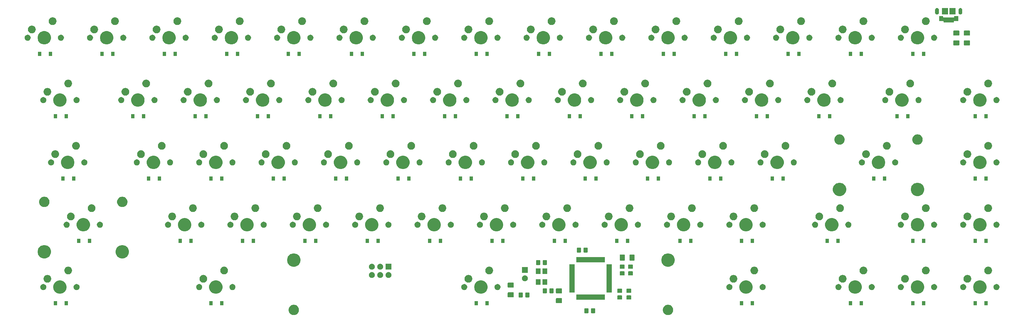
<source format=gbr>
%TF.GenerationSoftware,KiCad,Pcbnew,(5.1.5-0-10_14)*%
%TF.CreationDate,2020-02-27T10:02:42+00:00*%
%TF.ProjectId,pcb,7063622e-6b69-4636-9164-5f7063625858,rev?*%
%TF.SameCoordinates,Original*%
%TF.FileFunction,Soldermask,Bot*%
%TF.FilePolarity,Negative*%
%FSLAX46Y46*%
G04 Gerber Fmt 4.6, Leading zero omitted, Abs format (unit mm)*
G04 Created by KiCad (PCBNEW (5.1.5-0-10_14)) date 2020-02-27 10:02:42*
%MOMM*%
%LPD*%
G04 APERTURE LIST*
%ADD10C,0.150000*%
G04 APERTURE END LIST*
D10*
G36*
X217153161Y-110245526D02*
G01*
X217271887Y-110294704D01*
X217439791Y-110364252D01*
X217439792Y-110364253D01*
X217697754Y-110536617D01*
X217917133Y-110755996D01*
X218032303Y-110928361D01*
X218089498Y-111013959D01*
X218159046Y-111181863D01*
X218201236Y-111283718D01*
X218208224Y-111300590D01*
X218268750Y-111604875D01*
X218268750Y-111915125D01*
X218208224Y-112219410D01*
X218089498Y-112506041D01*
X218089497Y-112506042D01*
X217917133Y-112764004D01*
X217697754Y-112983383D01*
X217525389Y-113098553D01*
X217439791Y-113155748D01*
X217271887Y-113225296D01*
X217153161Y-113274474D01*
X217001017Y-113304737D01*
X216848875Y-113335000D01*
X216538625Y-113335000D01*
X216386483Y-113304737D01*
X216234339Y-113274474D01*
X216115613Y-113225296D01*
X215947709Y-113155748D01*
X215862111Y-113098553D01*
X215689746Y-112983383D01*
X215470367Y-112764004D01*
X215298003Y-112506042D01*
X215298002Y-112506041D01*
X215179276Y-112219410D01*
X215118750Y-111915125D01*
X215118750Y-111604875D01*
X215179276Y-111300590D01*
X215186265Y-111283718D01*
X215228454Y-111181863D01*
X215298002Y-111013959D01*
X215355197Y-110928361D01*
X215470367Y-110755996D01*
X215689746Y-110536617D01*
X215947708Y-110364253D01*
X215947709Y-110364252D01*
X216115613Y-110294704D01*
X216234339Y-110245526D01*
X216538625Y-110185000D01*
X216848875Y-110185000D01*
X217153161Y-110245526D01*
G37*
G36*
X102853161Y-110245526D02*
G01*
X102971887Y-110294704D01*
X103139791Y-110364252D01*
X103139792Y-110364253D01*
X103397754Y-110536617D01*
X103617133Y-110755996D01*
X103732303Y-110928361D01*
X103789498Y-111013959D01*
X103859046Y-111181863D01*
X103901236Y-111283718D01*
X103908224Y-111300590D01*
X103968750Y-111604875D01*
X103968750Y-111915125D01*
X103908224Y-112219410D01*
X103789498Y-112506041D01*
X103789497Y-112506042D01*
X103617133Y-112764004D01*
X103397754Y-112983383D01*
X103225389Y-113098553D01*
X103139791Y-113155748D01*
X102971887Y-113225296D01*
X102853161Y-113274474D01*
X102701017Y-113304737D01*
X102548875Y-113335000D01*
X102238625Y-113335000D01*
X102086483Y-113304737D01*
X101934339Y-113274474D01*
X101815613Y-113225296D01*
X101647709Y-113155748D01*
X101562111Y-113098553D01*
X101389746Y-112983383D01*
X101170367Y-112764004D01*
X100998003Y-112506042D01*
X100998002Y-112506041D01*
X100879276Y-112219410D01*
X100818750Y-111915125D01*
X100818750Y-111604875D01*
X100879276Y-111300590D01*
X100886265Y-111283718D01*
X100928454Y-111181863D01*
X100998002Y-111013959D01*
X101055197Y-110928361D01*
X101170367Y-110755996D01*
X101389746Y-110536617D01*
X101647708Y-110364253D01*
X101647709Y-110364252D01*
X101815613Y-110294704D01*
X101934339Y-110245526D01*
X102238625Y-110185000D01*
X102548875Y-110185000D01*
X102853161Y-110245526D01*
G37*
G36*
X194274674Y-111267465D02*
G01*
X194312367Y-111278899D01*
X194347103Y-111297466D01*
X194377548Y-111322452D01*
X194402534Y-111352897D01*
X194421101Y-111387633D01*
X194432535Y-111425326D01*
X194437000Y-111470661D01*
X194437000Y-112557339D01*
X194432535Y-112602674D01*
X194421101Y-112640367D01*
X194402534Y-112675103D01*
X194377548Y-112705548D01*
X194347103Y-112730534D01*
X194312367Y-112749101D01*
X194274674Y-112760535D01*
X194229339Y-112765000D01*
X193392661Y-112765000D01*
X193347326Y-112760535D01*
X193309633Y-112749101D01*
X193274897Y-112730534D01*
X193244452Y-112705548D01*
X193219466Y-112675103D01*
X193200899Y-112640367D01*
X193189465Y-112602674D01*
X193185000Y-112557339D01*
X193185000Y-111470661D01*
X193189465Y-111425326D01*
X193200899Y-111387633D01*
X193219466Y-111352897D01*
X193244452Y-111322452D01*
X193274897Y-111297466D01*
X193309633Y-111278899D01*
X193347326Y-111267465D01*
X193392661Y-111263000D01*
X194229339Y-111263000D01*
X194274674Y-111267465D01*
G37*
G36*
X192224674Y-111267465D02*
G01*
X192262367Y-111278899D01*
X192297103Y-111297466D01*
X192327548Y-111322452D01*
X192352534Y-111352897D01*
X192371101Y-111387633D01*
X192382535Y-111425326D01*
X192387000Y-111470661D01*
X192387000Y-112557339D01*
X192382535Y-112602674D01*
X192371101Y-112640367D01*
X192352534Y-112675103D01*
X192327548Y-112705548D01*
X192297103Y-112730534D01*
X192262367Y-112749101D01*
X192224674Y-112760535D01*
X192179339Y-112765000D01*
X191342661Y-112765000D01*
X191297326Y-112760535D01*
X191259633Y-112749101D01*
X191224897Y-112730534D01*
X191194452Y-112705548D01*
X191169466Y-112675103D01*
X191150899Y-112640367D01*
X191139465Y-112602674D01*
X191135000Y-112557339D01*
X191135000Y-111470661D01*
X191139465Y-111425326D01*
X191150899Y-111387633D01*
X191169466Y-111352897D01*
X191194452Y-111322452D01*
X191224897Y-111297466D01*
X191259633Y-111278899D01*
X191297326Y-111267465D01*
X191342661Y-111263000D01*
X192179339Y-111263000D01*
X192224674Y-111267465D01*
G37*
G36*
X276217000Y-110379000D02*
G01*
X275215000Y-110379000D01*
X275215000Y-109077000D01*
X276217000Y-109077000D01*
X276217000Y-110379000D01*
G37*
G36*
X272917000Y-110379000D02*
G01*
X271915000Y-110379000D01*
X271915000Y-109077000D01*
X272917000Y-109077000D01*
X272917000Y-110379000D01*
G37*
G36*
X242943000Y-110379000D02*
G01*
X241941000Y-110379000D01*
X241941000Y-109077000D01*
X242943000Y-109077000D01*
X242943000Y-110379000D01*
G37*
G36*
X239643000Y-110379000D02*
G01*
X238641000Y-110379000D01*
X238641000Y-109077000D01*
X239643000Y-109077000D01*
X239643000Y-110379000D01*
G37*
G36*
X161917000Y-110379000D02*
G01*
X160915000Y-110379000D01*
X160915000Y-109077000D01*
X161917000Y-109077000D01*
X161917000Y-110379000D01*
G37*
G36*
X158617000Y-110379000D02*
G01*
X157615000Y-110379000D01*
X157615000Y-109077000D01*
X158617000Y-109077000D01*
X158617000Y-110379000D01*
G37*
G36*
X80891000Y-110379000D02*
G01*
X79889000Y-110379000D01*
X79889000Y-109077000D01*
X80891000Y-109077000D01*
X80891000Y-110379000D01*
G37*
G36*
X77591000Y-110379000D02*
G01*
X76589000Y-110379000D01*
X76589000Y-109077000D01*
X77591000Y-109077000D01*
X77591000Y-110379000D01*
G37*
G36*
X33393000Y-110379000D02*
G01*
X32391000Y-110379000D01*
X32391000Y-109077000D01*
X33393000Y-109077000D01*
X33393000Y-110379000D01*
G37*
G36*
X30093000Y-110379000D02*
G01*
X29091000Y-110379000D01*
X29091000Y-109077000D01*
X30093000Y-109077000D01*
X30093000Y-110379000D01*
G37*
G36*
X291967000Y-110379000D02*
G01*
X290965000Y-110379000D01*
X290965000Y-109077000D01*
X291967000Y-109077000D01*
X291967000Y-110379000D01*
G37*
G36*
X295267000Y-110379000D02*
G01*
X294265000Y-110379000D01*
X294265000Y-109077000D01*
X295267000Y-109077000D01*
X295267000Y-110379000D01*
G37*
G36*
X311017000Y-110379000D02*
G01*
X310015000Y-110379000D01*
X310015000Y-109077000D01*
X311017000Y-109077000D01*
X311017000Y-110379000D01*
G37*
G36*
X314317000Y-110379000D02*
G01*
X313315000Y-110379000D01*
X313315000Y-109077000D01*
X314317000Y-109077000D01*
X314317000Y-110379000D01*
G37*
G36*
X184163562Y-108170181D02*
G01*
X184198481Y-108180774D01*
X184230663Y-108197976D01*
X184258873Y-108221127D01*
X184282024Y-108249337D01*
X184299226Y-108281519D01*
X184309819Y-108316438D01*
X184314000Y-108358895D01*
X184314000Y-109500105D01*
X184309819Y-109542562D01*
X184299226Y-109577481D01*
X184282024Y-109609663D01*
X184258873Y-109637873D01*
X184230663Y-109661024D01*
X184198481Y-109678226D01*
X184163562Y-109688819D01*
X184121105Y-109693000D01*
X182654895Y-109693000D01*
X182612438Y-109688819D01*
X182577519Y-109678226D01*
X182545337Y-109661024D01*
X182517127Y-109637873D01*
X182493976Y-109609663D01*
X182476774Y-109577481D01*
X182466181Y-109542562D01*
X182462000Y-109500105D01*
X182462000Y-108358895D01*
X182466181Y-108316438D01*
X182476774Y-108281519D01*
X182493976Y-108249337D01*
X182517127Y-108221127D01*
X182545337Y-108197976D01*
X182577519Y-108180774D01*
X182612438Y-108170181D01*
X182654895Y-108166000D01*
X184121105Y-108166000D01*
X184163562Y-108170181D01*
G37*
G36*
X197366000Y-108609000D02*
G01*
X188714000Y-108609000D01*
X188714000Y-107007000D01*
X197366000Y-107007000D01*
X197366000Y-108609000D01*
G37*
G36*
X205312674Y-107337465D02*
G01*
X205350367Y-107348899D01*
X205385103Y-107367466D01*
X205415548Y-107392452D01*
X205440534Y-107422897D01*
X205459101Y-107457633D01*
X205470535Y-107495326D01*
X205475000Y-107540661D01*
X205475000Y-108377339D01*
X205470535Y-108422674D01*
X205459101Y-108460367D01*
X205440534Y-108495103D01*
X205415548Y-108525548D01*
X205385103Y-108550534D01*
X205350367Y-108569101D01*
X205312674Y-108580535D01*
X205267339Y-108585000D01*
X204180661Y-108585000D01*
X204135326Y-108580535D01*
X204097633Y-108569101D01*
X204062897Y-108550534D01*
X204032452Y-108525548D01*
X204007466Y-108495103D01*
X203988899Y-108460367D01*
X203977465Y-108422674D01*
X203973000Y-108377339D01*
X203973000Y-107540661D01*
X203977465Y-107495326D01*
X203988899Y-107457633D01*
X204007466Y-107422897D01*
X204032452Y-107392452D01*
X204062897Y-107367466D01*
X204097633Y-107348899D01*
X204135326Y-107337465D01*
X204180661Y-107333000D01*
X205267339Y-107333000D01*
X205312674Y-107337465D01*
G37*
G36*
X202518674Y-107337465D02*
G01*
X202556367Y-107348899D01*
X202591103Y-107367466D01*
X202621548Y-107392452D01*
X202646534Y-107422897D01*
X202665101Y-107457633D01*
X202676535Y-107495326D01*
X202681000Y-107540661D01*
X202681000Y-108377339D01*
X202676535Y-108422674D01*
X202665101Y-108460367D01*
X202646534Y-108495103D01*
X202621548Y-108525548D01*
X202591103Y-108550534D01*
X202556367Y-108569101D01*
X202518674Y-108580535D01*
X202473339Y-108585000D01*
X201386661Y-108585000D01*
X201341326Y-108580535D01*
X201303633Y-108569101D01*
X201268897Y-108550534D01*
X201238452Y-108525548D01*
X201213466Y-108495103D01*
X201194899Y-108460367D01*
X201183465Y-108422674D01*
X201179000Y-108377339D01*
X201179000Y-107540661D01*
X201183465Y-107495326D01*
X201194899Y-107457633D01*
X201213466Y-107422897D01*
X201238452Y-107392452D01*
X201268897Y-107367466D01*
X201303633Y-107348899D01*
X201341326Y-107337465D01*
X201386661Y-107333000D01*
X202473339Y-107333000D01*
X202518674Y-107337465D01*
G37*
G36*
X172158674Y-106441465D02*
G01*
X172196367Y-106452899D01*
X172231103Y-106471466D01*
X172261548Y-106496452D01*
X172286534Y-106526897D01*
X172305101Y-106561633D01*
X172316535Y-106599326D01*
X172321000Y-106644661D01*
X172321000Y-107731339D01*
X172316535Y-107776674D01*
X172305101Y-107814367D01*
X172286534Y-107849103D01*
X172261548Y-107879548D01*
X172231103Y-107904534D01*
X172196367Y-107923101D01*
X172158674Y-107934535D01*
X172113339Y-107939000D01*
X171276661Y-107939000D01*
X171231326Y-107934535D01*
X171193633Y-107923101D01*
X171158897Y-107904534D01*
X171128452Y-107879548D01*
X171103466Y-107849103D01*
X171084899Y-107814367D01*
X171073465Y-107776674D01*
X171069000Y-107731339D01*
X171069000Y-106644661D01*
X171073465Y-106599326D01*
X171084899Y-106561633D01*
X171103466Y-106526897D01*
X171128452Y-106496452D01*
X171158897Y-106471466D01*
X171193633Y-106452899D01*
X171231326Y-106441465D01*
X171276661Y-106437000D01*
X172113339Y-106437000D01*
X172158674Y-106441465D01*
G37*
G36*
X174208674Y-106441465D02*
G01*
X174246367Y-106452899D01*
X174281103Y-106471466D01*
X174311548Y-106496452D01*
X174336534Y-106526897D01*
X174355101Y-106561633D01*
X174366535Y-106599326D01*
X174371000Y-106644661D01*
X174371000Y-107731339D01*
X174366535Y-107776674D01*
X174355101Y-107814367D01*
X174336534Y-107849103D01*
X174311548Y-107879548D01*
X174281103Y-107904534D01*
X174246367Y-107923101D01*
X174208674Y-107934535D01*
X174163339Y-107939000D01*
X173326661Y-107939000D01*
X173281326Y-107934535D01*
X173243633Y-107923101D01*
X173208897Y-107904534D01*
X173178452Y-107879548D01*
X173153466Y-107849103D01*
X173134899Y-107814367D01*
X173123465Y-107776674D01*
X173119000Y-107731339D01*
X173119000Y-106644661D01*
X173123465Y-106599326D01*
X173134899Y-106561633D01*
X173153466Y-106526897D01*
X173178452Y-106496452D01*
X173208897Y-106471466D01*
X173243633Y-106452899D01*
X173281326Y-106441465D01*
X173326661Y-106437000D01*
X174163339Y-106437000D01*
X174208674Y-106441465D01*
G37*
G36*
X169431562Y-106392181D02*
G01*
X169466481Y-106402774D01*
X169498663Y-106419976D01*
X169526873Y-106443127D01*
X169550024Y-106471337D01*
X169567226Y-106503519D01*
X169577819Y-106538438D01*
X169582000Y-106580895D01*
X169582000Y-107722105D01*
X169577819Y-107764562D01*
X169567226Y-107799481D01*
X169550024Y-107831663D01*
X169526873Y-107859873D01*
X169498663Y-107883024D01*
X169466481Y-107900226D01*
X169431562Y-107910819D01*
X169389105Y-107915000D01*
X167922895Y-107915000D01*
X167880438Y-107910819D01*
X167845519Y-107900226D01*
X167813337Y-107883024D01*
X167785127Y-107859873D01*
X167761976Y-107831663D01*
X167744774Y-107799481D01*
X167734181Y-107764562D01*
X167730000Y-107722105D01*
X167730000Y-106580895D01*
X167734181Y-106538438D01*
X167744774Y-106503519D01*
X167761976Y-106471337D01*
X167785127Y-106443127D01*
X167813337Y-106419976D01*
X167845519Y-106402774D01*
X167880438Y-106392181D01*
X167922895Y-106388000D01*
X169389105Y-106388000D01*
X169431562Y-106392181D01*
G37*
G36*
X241102724Y-102808684D02*
G01*
X241320724Y-102898983D01*
X241474873Y-102962833D01*
X241809798Y-103186623D01*
X242094627Y-103471452D01*
X242318417Y-103806377D01*
X242350812Y-103884586D01*
X242472566Y-104178526D01*
X242551150Y-104573594D01*
X242551150Y-104976406D01*
X242472566Y-105371474D01*
X242421701Y-105494272D01*
X242318417Y-105743623D01*
X242094627Y-106078548D01*
X241809798Y-106363377D01*
X241474873Y-106587167D01*
X241327328Y-106648282D01*
X241102724Y-106741316D01*
X240707656Y-106819900D01*
X240304844Y-106819900D01*
X239909776Y-106741316D01*
X239685172Y-106648282D01*
X239537627Y-106587167D01*
X239202702Y-106363377D01*
X238917873Y-106078548D01*
X238694083Y-105743623D01*
X238590799Y-105494272D01*
X238539934Y-105371474D01*
X238461350Y-104976406D01*
X238461350Y-104573594D01*
X238539934Y-104178526D01*
X238661688Y-103884586D01*
X238694083Y-103806377D01*
X238917873Y-103471452D01*
X239202702Y-103186623D01*
X239537627Y-102962833D01*
X239691776Y-102898983D01*
X239909776Y-102808684D01*
X240304844Y-102730100D01*
X240707656Y-102730100D01*
X241102724Y-102808684D01*
G37*
G36*
X312540224Y-102808684D02*
G01*
X312758224Y-102898983D01*
X312912373Y-102962833D01*
X313247298Y-103186623D01*
X313532127Y-103471452D01*
X313755917Y-103806377D01*
X313788312Y-103884586D01*
X313910066Y-104178526D01*
X313988650Y-104573594D01*
X313988650Y-104976406D01*
X313910066Y-105371474D01*
X313859201Y-105494272D01*
X313755917Y-105743623D01*
X313532127Y-106078548D01*
X313247298Y-106363377D01*
X312912373Y-106587167D01*
X312764828Y-106648282D01*
X312540224Y-106741316D01*
X312145156Y-106819900D01*
X311742344Y-106819900D01*
X311347276Y-106741316D01*
X311122672Y-106648282D01*
X310975127Y-106587167D01*
X310640202Y-106363377D01*
X310355373Y-106078548D01*
X310131583Y-105743623D01*
X310028299Y-105494272D01*
X309977434Y-105371474D01*
X309898850Y-104976406D01*
X309898850Y-104573594D01*
X309977434Y-104178526D01*
X310099188Y-103884586D01*
X310131583Y-103806377D01*
X310355373Y-103471452D01*
X310640202Y-103186623D01*
X310975127Y-102962833D01*
X311129276Y-102898983D01*
X311347276Y-102808684D01*
X311742344Y-102730100D01*
X312145156Y-102730100D01*
X312540224Y-102808684D01*
G37*
G36*
X293490224Y-102808684D02*
G01*
X293708224Y-102898983D01*
X293862373Y-102962833D01*
X294197298Y-103186623D01*
X294482127Y-103471452D01*
X294705917Y-103806377D01*
X294738312Y-103884586D01*
X294860066Y-104178526D01*
X294938650Y-104573594D01*
X294938650Y-104976406D01*
X294860066Y-105371474D01*
X294809201Y-105494272D01*
X294705917Y-105743623D01*
X294482127Y-106078548D01*
X294197298Y-106363377D01*
X293862373Y-106587167D01*
X293714828Y-106648282D01*
X293490224Y-106741316D01*
X293095156Y-106819900D01*
X292692344Y-106819900D01*
X292297276Y-106741316D01*
X292072672Y-106648282D01*
X291925127Y-106587167D01*
X291590202Y-106363377D01*
X291305373Y-106078548D01*
X291081583Y-105743623D01*
X290978299Y-105494272D01*
X290927434Y-105371474D01*
X290848850Y-104976406D01*
X290848850Y-104573594D01*
X290927434Y-104178526D01*
X291049188Y-103884586D01*
X291081583Y-103806377D01*
X291305373Y-103471452D01*
X291590202Y-103186623D01*
X291925127Y-102962833D01*
X292079276Y-102898983D01*
X292297276Y-102808684D01*
X292692344Y-102730100D01*
X293095156Y-102730100D01*
X293490224Y-102808684D01*
G37*
G36*
X274440224Y-102808684D02*
G01*
X274658224Y-102898983D01*
X274812373Y-102962833D01*
X275147298Y-103186623D01*
X275432127Y-103471452D01*
X275655917Y-103806377D01*
X275688312Y-103884586D01*
X275810066Y-104178526D01*
X275888650Y-104573594D01*
X275888650Y-104976406D01*
X275810066Y-105371474D01*
X275759201Y-105494272D01*
X275655917Y-105743623D01*
X275432127Y-106078548D01*
X275147298Y-106363377D01*
X274812373Y-106587167D01*
X274664828Y-106648282D01*
X274440224Y-106741316D01*
X274045156Y-106819900D01*
X273642344Y-106819900D01*
X273247276Y-106741316D01*
X273022672Y-106648282D01*
X272875127Y-106587167D01*
X272540202Y-106363377D01*
X272255373Y-106078548D01*
X272031583Y-105743623D01*
X271928299Y-105494272D01*
X271877434Y-105371474D01*
X271798850Y-104976406D01*
X271798850Y-104573594D01*
X271877434Y-104178526D01*
X271999188Y-103884586D01*
X272031583Y-103806377D01*
X272255373Y-103471452D01*
X272540202Y-103186623D01*
X272875127Y-102962833D01*
X273029276Y-102898983D01*
X273247276Y-102808684D01*
X273642344Y-102730100D01*
X274045156Y-102730100D01*
X274440224Y-102808684D01*
G37*
G36*
X160140224Y-102808684D02*
G01*
X160358224Y-102898983D01*
X160512373Y-102962833D01*
X160847298Y-103186623D01*
X161132127Y-103471452D01*
X161355917Y-103806377D01*
X161388312Y-103884586D01*
X161510066Y-104178526D01*
X161588650Y-104573594D01*
X161588650Y-104976406D01*
X161510066Y-105371474D01*
X161459201Y-105494272D01*
X161355917Y-105743623D01*
X161132127Y-106078548D01*
X160847298Y-106363377D01*
X160512373Y-106587167D01*
X160364828Y-106648282D01*
X160140224Y-106741316D01*
X159745156Y-106819900D01*
X159342344Y-106819900D01*
X158947276Y-106741316D01*
X158722672Y-106648282D01*
X158575127Y-106587167D01*
X158240202Y-106363377D01*
X157955373Y-106078548D01*
X157731583Y-105743623D01*
X157628299Y-105494272D01*
X157577434Y-105371474D01*
X157498850Y-104976406D01*
X157498850Y-104573594D01*
X157577434Y-104178526D01*
X157699188Y-103884586D01*
X157731583Y-103806377D01*
X157955373Y-103471452D01*
X158240202Y-103186623D01*
X158575127Y-102962833D01*
X158729276Y-102898983D01*
X158947276Y-102808684D01*
X159342344Y-102730100D01*
X159745156Y-102730100D01*
X160140224Y-102808684D01*
G37*
G36*
X79177724Y-102808684D02*
G01*
X79395724Y-102898983D01*
X79549873Y-102962833D01*
X79884798Y-103186623D01*
X80169627Y-103471452D01*
X80393417Y-103806377D01*
X80425812Y-103884586D01*
X80547566Y-104178526D01*
X80626150Y-104573594D01*
X80626150Y-104976406D01*
X80547566Y-105371474D01*
X80496701Y-105494272D01*
X80393417Y-105743623D01*
X80169627Y-106078548D01*
X79884798Y-106363377D01*
X79549873Y-106587167D01*
X79402328Y-106648282D01*
X79177724Y-106741316D01*
X78782656Y-106819900D01*
X78379844Y-106819900D01*
X77984776Y-106741316D01*
X77760172Y-106648282D01*
X77612627Y-106587167D01*
X77277702Y-106363377D01*
X76992873Y-106078548D01*
X76769083Y-105743623D01*
X76665799Y-105494272D01*
X76614934Y-105371474D01*
X76536350Y-104976406D01*
X76536350Y-104573594D01*
X76614934Y-104178526D01*
X76736688Y-103884586D01*
X76769083Y-103806377D01*
X76992873Y-103471452D01*
X77277702Y-103186623D01*
X77612627Y-102962833D01*
X77766776Y-102898983D01*
X77984776Y-102808684D01*
X78379844Y-102730100D01*
X78782656Y-102730100D01*
X79177724Y-102808684D01*
G37*
G36*
X31552724Y-102808684D02*
G01*
X31770724Y-102898983D01*
X31924873Y-102962833D01*
X32259798Y-103186623D01*
X32544627Y-103471452D01*
X32768417Y-103806377D01*
X32800812Y-103884586D01*
X32922566Y-104178526D01*
X33001150Y-104573594D01*
X33001150Y-104976406D01*
X32922566Y-105371474D01*
X32871701Y-105494272D01*
X32768417Y-105743623D01*
X32544627Y-106078548D01*
X32259798Y-106363377D01*
X31924873Y-106587167D01*
X31777328Y-106648282D01*
X31552724Y-106741316D01*
X31157656Y-106819900D01*
X30754844Y-106819900D01*
X30359776Y-106741316D01*
X30135172Y-106648282D01*
X29987627Y-106587167D01*
X29652702Y-106363377D01*
X29367873Y-106078548D01*
X29144083Y-105743623D01*
X29040799Y-105494272D01*
X28989934Y-105371474D01*
X28911350Y-104976406D01*
X28911350Y-104573594D01*
X28989934Y-104178526D01*
X29111688Y-103884586D01*
X29144083Y-103806377D01*
X29367873Y-103471452D01*
X29652702Y-103186623D01*
X29987627Y-102962833D01*
X30141776Y-102898983D01*
X30359776Y-102808684D01*
X30754844Y-102730100D01*
X31157656Y-102730100D01*
X31552724Y-102808684D01*
G37*
G36*
X184163562Y-105195181D02*
G01*
X184198481Y-105205774D01*
X184230663Y-105222976D01*
X184258873Y-105246127D01*
X184282024Y-105274337D01*
X184299226Y-105306519D01*
X184309819Y-105341438D01*
X184314000Y-105383895D01*
X184314000Y-106525105D01*
X184309819Y-106567562D01*
X184299226Y-106602481D01*
X184282024Y-106634663D01*
X184258873Y-106662873D01*
X184230663Y-106686024D01*
X184198481Y-106703226D01*
X184163562Y-106713819D01*
X184121105Y-106718000D01*
X182654895Y-106718000D01*
X182612438Y-106713819D01*
X182577519Y-106703226D01*
X182545337Y-106686024D01*
X182517127Y-106662873D01*
X182493976Y-106634663D01*
X182476774Y-106602481D01*
X182466181Y-106567562D01*
X182462000Y-106525105D01*
X182462000Y-105383895D01*
X182466181Y-105341438D01*
X182476774Y-105306519D01*
X182493976Y-105274337D01*
X182517127Y-105246127D01*
X182545337Y-105222976D01*
X182577519Y-105205774D01*
X182612438Y-105195181D01*
X182654895Y-105191000D01*
X184121105Y-105191000D01*
X184163562Y-105195181D01*
G37*
G36*
X181574674Y-105171465D02*
G01*
X181612367Y-105182899D01*
X181647103Y-105201466D01*
X181677548Y-105226452D01*
X181702534Y-105256897D01*
X181721101Y-105291633D01*
X181732535Y-105329326D01*
X181737000Y-105374661D01*
X181737000Y-106461339D01*
X181732535Y-106506674D01*
X181721101Y-106544367D01*
X181702534Y-106579103D01*
X181677548Y-106609548D01*
X181647103Y-106634534D01*
X181612367Y-106653101D01*
X181574674Y-106664535D01*
X181529339Y-106669000D01*
X180692661Y-106669000D01*
X180647326Y-106664535D01*
X180609633Y-106653101D01*
X180574897Y-106634534D01*
X180544452Y-106609548D01*
X180519466Y-106579103D01*
X180500899Y-106544367D01*
X180489465Y-106506674D01*
X180485000Y-106461339D01*
X180485000Y-105374661D01*
X180489465Y-105329326D01*
X180500899Y-105291633D01*
X180519466Y-105256897D01*
X180544452Y-105226452D01*
X180574897Y-105201466D01*
X180609633Y-105182899D01*
X180647326Y-105171465D01*
X180692661Y-105167000D01*
X181529339Y-105167000D01*
X181574674Y-105171465D01*
G37*
G36*
X179524674Y-105171465D02*
G01*
X179562367Y-105182899D01*
X179597103Y-105201466D01*
X179627548Y-105226452D01*
X179652534Y-105256897D01*
X179671101Y-105291633D01*
X179682535Y-105329326D01*
X179687000Y-105374661D01*
X179687000Y-106461339D01*
X179682535Y-106506674D01*
X179671101Y-106544367D01*
X179652534Y-106579103D01*
X179627548Y-106609548D01*
X179597103Y-106634534D01*
X179562367Y-106653101D01*
X179524674Y-106664535D01*
X179479339Y-106669000D01*
X178642661Y-106669000D01*
X178597326Y-106664535D01*
X178559633Y-106653101D01*
X178524897Y-106634534D01*
X178494452Y-106609548D01*
X178469466Y-106579103D01*
X178450899Y-106544367D01*
X178439465Y-106506674D01*
X178435000Y-106461339D01*
X178435000Y-105374661D01*
X178439465Y-105329326D01*
X178450899Y-105291633D01*
X178469466Y-105256897D01*
X178494452Y-105226452D01*
X178524897Y-105201466D01*
X178559633Y-105182899D01*
X178597326Y-105171465D01*
X178642661Y-105167000D01*
X179479339Y-105167000D01*
X179524674Y-105171465D01*
G37*
G36*
X205312674Y-105287465D02*
G01*
X205350367Y-105298899D01*
X205385103Y-105317466D01*
X205415548Y-105342452D01*
X205440534Y-105372897D01*
X205459101Y-105407633D01*
X205470535Y-105445326D01*
X205475000Y-105490661D01*
X205475000Y-106327339D01*
X205470535Y-106372674D01*
X205459101Y-106410367D01*
X205440534Y-106445103D01*
X205415548Y-106475548D01*
X205385103Y-106500534D01*
X205350367Y-106519101D01*
X205312674Y-106530535D01*
X205267339Y-106535000D01*
X204180661Y-106535000D01*
X204135326Y-106530535D01*
X204097633Y-106519101D01*
X204062897Y-106500534D01*
X204032452Y-106475548D01*
X204007466Y-106445103D01*
X203988899Y-106410367D01*
X203977465Y-106372674D01*
X203973000Y-106327339D01*
X203973000Y-105490661D01*
X203977465Y-105445326D01*
X203988899Y-105407633D01*
X204007466Y-105372897D01*
X204032452Y-105342452D01*
X204062897Y-105317466D01*
X204097633Y-105298899D01*
X204135326Y-105287465D01*
X204180661Y-105283000D01*
X205267339Y-105283000D01*
X205312674Y-105287465D01*
G37*
G36*
X202518674Y-105287465D02*
G01*
X202556367Y-105298899D01*
X202591103Y-105317466D01*
X202621548Y-105342452D01*
X202646534Y-105372897D01*
X202665101Y-105407633D01*
X202676535Y-105445326D01*
X202681000Y-105490661D01*
X202681000Y-106327339D01*
X202676535Y-106372674D01*
X202665101Y-106410367D01*
X202646534Y-106445103D01*
X202621548Y-106475548D01*
X202591103Y-106500534D01*
X202556367Y-106519101D01*
X202518674Y-106530535D01*
X202473339Y-106535000D01*
X201386661Y-106535000D01*
X201341326Y-106530535D01*
X201303633Y-106519101D01*
X201268897Y-106500534D01*
X201238452Y-106475548D01*
X201213466Y-106445103D01*
X201194899Y-106410367D01*
X201183465Y-106372674D01*
X201179000Y-106327339D01*
X201179000Y-105490661D01*
X201183465Y-105445326D01*
X201194899Y-105407633D01*
X201213466Y-105372897D01*
X201238452Y-105342452D01*
X201268897Y-105317466D01*
X201303633Y-105298899D01*
X201341326Y-105287465D01*
X201386661Y-105283000D01*
X202473339Y-105283000D01*
X202518674Y-105287465D01*
G37*
G36*
X199541000Y-106434000D02*
G01*
X197939000Y-106434000D01*
X197939000Y-97782000D01*
X199541000Y-97782000D01*
X199541000Y-106434000D01*
G37*
G36*
X188141000Y-106434000D02*
G01*
X186539000Y-106434000D01*
X186539000Y-97782000D01*
X188141000Y-97782000D01*
X188141000Y-106434000D01*
G37*
G36*
X245856354Y-103884585D02*
G01*
X246024876Y-103954389D01*
X246176541Y-104055728D01*
X246305522Y-104184709D01*
X246406861Y-104336374D01*
X246476665Y-104504896D01*
X246512250Y-104683797D01*
X246512250Y-104866203D01*
X246476665Y-105045104D01*
X246406861Y-105213626D01*
X246305522Y-105365291D01*
X246176541Y-105494272D01*
X246024876Y-105595611D01*
X245856354Y-105665415D01*
X245677453Y-105701000D01*
X245495047Y-105701000D01*
X245316146Y-105665415D01*
X245147624Y-105595611D01*
X244995959Y-105494272D01*
X244866978Y-105365291D01*
X244765639Y-105213626D01*
X244695835Y-105045104D01*
X244660250Y-104866203D01*
X244660250Y-104683797D01*
X244695835Y-104504896D01*
X244765639Y-104336374D01*
X244866978Y-104184709D01*
X244995959Y-104055728D01*
X245147624Y-103954389D01*
X245316146Y-103884585D01*
X245495047Y-103849000D01*
X245677453Y-103849000D01*
X245856354Y-103884585D01*
G37*
G36*
X298243854Y-103884585D02*
G01*
X298412376Y-103954389D01*
X298564041Y-104055728D01*
X298693022Y-104184709D01*
X298794361Y-104336374D01*
X298864165Y-104504896D01*
X298899750Y-104683797D01*
X298899750Y-104866203D01*
X298864165Y-105045104D01*
X298794361Y-105213626D01*
X298693022Y-105365291D01*
X298564041Y-105494272D01*
X298412376Y-105595611D01*
X298243854Y-105665415D01*
X298064953Y-105701000D01*
X297882547Y-105701000D01*
X297703646Y-105665415D01*
X297535124Y-105595611D01*
X297383459Y-105494272D01*
X297254478Y-105365291D01*
X297153139Y-105213626D01*
X297083335Y-105045104D01*
X297047750Y-104866203D01*
X297047750Y-104683797D01*
X297083335Y-104504896D01*
X297153139Y-104336374D01*
X297254478Y-104184709D01*
X297383459Y-104055728D01*
X297535124Y-103954389D01*
X297703646Y-103884585D01*
X297882547Y-103849000D01*
X298064953Y-103849000D01*
X298243854Y-103884585D01*
G37*
G36*
X154733854Y-103884585D02*
G01*
X154902376Y-103954389D01*
X155054041Y-104055728D01*
X155183022Y-104184709D01*
X155284361Y-104336374D01*
X155354165Y-104504896D01*
X155389750Y-104683797D01*
X155389750Y-104866203D01*
X155354165Y-105045104D01*
X155284361Y-105213626D01*
X155183022Y-105365291D01*
X155054041Y-105494272D01*
X154902376Y-105595611D01*
X154733854Y-105665415D01*
X154554953Y-105701000D01*
X154372547Y-105701000D01*
X154193646Y-105665415D01*
X154025124Y-105595611D01*
X153873459Y-105494272D01*
X153744478Y-105365291D01*
X153643139Y-105213626D01*
X153573335Y-105045104D01*
X153537750Y-104866203D01*
X153537750Y-104683797D01*
X153573335Y-104504896D01*
X153643139Y-104336374D01*
X153744478Y-104184709D01*
X153873459Y-104055728D01*
X154025124Y-103954389D01*
X154193646Y-103884585D01*
X154372547Y-103849000D01*
X154554953Y-103849000D01*
X154733854Y-103884585D01*
G37*
G36*
X36306354Y-103884585D02*
G01*
X36474876Y-103954389D01*
X36626541Y-104055728D01*
X36755522Y-104184709D01*
X36856861Y-104336374D01*
X36926665Y-104504896D01*
X36962250Y-104683797D01*
X36962250Y-104866203D01*
X36926665Y-105045104D01*
X36856861Y-105213626D01*
X36755522Y-105365291D01*
X36626541Y-105494272D01*
X36474876Y-105595611D01*
X36306354Y-105665415D01*
X36127453Y-105701000D01*
X35945047Y-105701000D01*
X35766146Y-105665415D01*
X35597624Y-105595611D01*
X35445959Y-105494272D01*
X35316978Y-105365291D01*
X35215639Y-105213626D01*
X35145835Y-105045104D01*
X35110250Y-104866203D01*
X35110250Y-104683797D01*
X35145835Y-104504896D01*
X35215639Y-104336374D01*
X35316978Y-104184709D01*
X35445959Y-104055728D01*
X35597624Y-103954389D01*
X35766146Y-103884585D01*
X35945047Y-103849000D01*
X36127453Y-103849000D01*
X36306354Y-103884585D01*
G37*
G36*
X26146354Y-103884585D02*
G01*
X26314876Y-103954389D01*
X26466541Y-104055728D01*
X26595522Y-104184709D01*
X26696861Y-104336374D01*
X26766665Y-104504896D01*
X26802250Y-104683797D01*
X26802250Y-104866203D01*
X26766665Y-105045104D01*
X26696861Y-105213626D01*
X26595522Y-105365291D01*
X26466541Y-105494272D01*
X26314876Y-105595611D01*
X26146354Y-105665415D01*
X25967453Y-105701000D01*
X25785047Y-105701000D01*
X25606146Y-105665415D01*
X25437624Y-105595611D01*
X25285959Y-105494272D01*
X25156978Y-105365291D01*
X25055639Y-105213626D01*
X24985835Y-105045104D01*
X24950250Y-104866203D01*
X24950250Y-104683797D01*
X24985835Y-104504896D01*
X25055639Y-104336374D01*
X25156978Y-104184709D01*
X25285959Y-104055728D01*
X25437624Y-103954389D01*
X25606146Y-103884585D01*
X25785047Y-103849000D01*
X25967453Y-103849000D01*
X26146354Y-103884585D01*
G37*
G36*
X164893854Y-103884585D02*
G01*
X165062376Y-103954389D01*
X165214041Y-104055728D01*
X165343022Y-104184709D01*
X165444361Y-104336374D01*
X165514165Y-104504896D01*
X165549750Y-104683797D01*
X165549750Y-104866203D01*
X165514165Y-105045104D01*
X165444361Y-105213626D01*
X165343022Y-105365291D01*
X165214041Y-105494272D01*
X165062376Y-105595611D01*
X164893854Y-105665415D01*
X164714953Y-105701000D01*
X164532547Y-105701000D01*
X164353646Y-105665415D01*
X164185124Y-105595611D01*
X164033459Y-105494272D01*
X163904478Y-105365291D01*
X163803139Y-105213626D01*
X163733335Y-105045104D01*
X163697750Y-104866203D01*
X163697750Y-104683797D01*
X163733335Y-104504896D01*
X163803139Y-104336374D01*
X163904478Y-104184709D01*
X164033459Y-104055728D01*
X164185124Y-103954389D01*
X164353646Y-103884585D01*
X164532547Y-103849000D01*
X164714953Y-103849000D01*
X164893854Y-103884585D01*
G37*
G36*
X83931354Y-103884585D02*
G01*
X84099876Y-103954389D01*
X84251541Y-104055728D01*
X84380522Y-104184709D01*
X84481861Y-104336374D01*
X84551665Y-104504896D01*
X84587250Y-104683797D01*
X84587250Y-104866203D01*
X84551665Y-105045104D01*
X84481861Y-105213626D01*
X84380522Y-105365291D01*
X84251541Y-105494272D01*
X84099876Y-105595611D01*
X83931354Y-105665415D01*
X83752453Y-105701000D01*
X83570047Y-105701000D01*
X83391146Y-105665415D01*
X83222624Y-105595611D01*
X83070959Y-105494272D01*
X82941978Y-105365291D01*
X82840639Y-105213626D01*
X82770835Y-105045104D01*
X82735250Y-104866203D01*
X82735250Y-104683797D01*
X82770835Y-104504896D01*
X82840639Y-104336374D01*
X82941978Y-104184709D01*
X83070959Y-104055728D01*
X83222624Y-103954389D01*
X83391146Y-103884585D01*
X83570047Y-103849000D01*
X83752453Y-103849000D01*
X83931354Y-103884585D01*
G37*
G36*
X73771354Y-103884585D02*
G01*
X73939876Y-103954389D01*
X74091541Y-104055728D01*
X74220522Y-104184709D01*
X74321861Y-104336374D01*
X74391665Y-104504896D01*
X74427250Y-104683797D01*
X74427250Y-104866203D01*
X74391665Y-105045104D01*
X74321861Y-105213626D01*
X74220522Y-105365291D01*
X74091541Y-105494272D01*
X73939876Y-105595611D01*
X73771354Y-105665415D01*
X73592453Y-105701000D01*
X73410047Y-105701000D01*
X73231146Y-105665415D01*
X73062624Y-105595611D01*
X72910959Y-105494272D01*
X72781978Y-105365291D01*
X72680639Y-105213626D01*
X72610835Y-105045104D01*
X72575250Y-104866203D01*
X72575250Y-104683797D01*
X72610835Y-104504896D01*
X72680639Y-104336374D01*
X72781978Y-104184709D01*
X72910959Y-104055728D01*
X73062624Y-103954389D01*
X73231146Y-103884585D01*
X73410047Y-103849000D01*
X73592453Y-103849000D01*
X73771354Y-103884585D01*
G37*
G36*
X279193854Y-103884585D02*
G01*
X279362376Y-103954389D01*
X279514041Y-104055728D01*
X279643022Y-104184709D01*
X279744361Y-104336374D01*
X279814165Y-104504896D01*
X279849750Y-104683797D01*
X279849750Y-104866203D01*
X279814165Y-105045104D01*
X279744361Y-105213626D01*
X279643022Y-105365291D01*
X279514041Y-105494272D01*
X279362376Y-105595611D01*
X279193854Y-105665415D01*
X279014953Y-105701000D01*
X278832547Y-105701000D01*
X278653646Y-105665415D01*
X278485124Y-105595611D01*
X278333459Y-105494272D01*
X278204478Y-105365291D01*
X278103139Y-105213626D01*
X278033335Y-105045104D01*
X277997750Y-104866203D01*
X277997750Y-104683797D01*
X278033335Y-104504896D01*
X278103139Y-104336374D01*
X278204478Y-104184709D01*
X278333459Y-104055728D01*
X278485124Y-103954389D01*
X278653646Y-103884585D01*
X278832547Y-103849000D01*
X279014953Y-103849000D01*
X279193854Y-103884585D01*
G37*
G36*
X269033854Y-103884585D02*
G01*
X269202376Y-103954389D01*
X269354041Y-104055728D01*
X269483022Y-104184709D01*
X269584361Y-104336374D01*
X269654165Y-104504896D01*
X269689750Y-104683797D01*
X269689750Y-104866203D01*
X269654165Y-105045104D01*
X269584361Y-105213626D01*
X269483022Y-105365291D01*
X269354041Y-105494272D01*
X269202376Y-105595611D01*
X269033854Y-105665415D01*
X268854953Y-105701000D01*
X268672547Y-105701000D01*
X268493646Y-105665415D01*
X268325124Y-105595611D01*
X268173459Y-105494272D01*
X268044478Y-105365291D01*
X267943139Y-105213626D01*
X267873335Y-105045104D01*
X267837750Y-104866203D01*
X267837750Y-104683797D01*
X267873335Y-104504896D01*
X267943139Y-104336374D01*
X268044478Y-104184709D01*
X268173459Y-104055728D01*
X268325124Y-103954389D01*
X268493646Y-103884585D01*
X268672547Y-103849000D01*
X268854953Y-103849000D01*
X269033854Y-103884585D01*
G37*
G36*
X317293854Y-103884585D02*
G01*
X317462376Y-103954389D01*
X317614041Y-104055728D01*
X317743022Y-104184709D01*
X317844361Y-104336374D01*
X317914165Y-104504896D01*
X317949750Y-104683797D01*
X317949750Y-104866203D01*
X317914165Y-105045104D01*
X317844361Y-105213626D01*
X317743022Y-105365291D01*
X317614041Y-105494272D01*
X317462376Y-105595611D01*
X317293854Y-105665415D01*
X317114953Y-105701000D01*
X316932547Y-105701000D01*
X316753646Y-105665415D01*
X316585124Y-105595611D01*
X316433459Y-105494272D01*
X316304478Y-105365291D01*
X316203139Y-105213626D01*
X316133335Y-105045104D01*
X316097750Y-104866203D01*
X316097750Y-104683797D01*
X316133335Y-104504896D01*
X316203139Y-104336374D01*
X316304478Y-104184709D01*
X316433459Y-104055728D01*
X316585124Y-103954389D01*
X316753646Y-103884585D01*
X316932547Y-103849000D01*
X317114953Y-103849000D01*
X317293854Y-103884585D01*
G37*
G36*
X288083854Y-103884585D02*
G01*
X288252376Y-103954389D01*
X288404041Y-104055728D01*
X288533022Y-104184709D01*
X288634361Y-104336374D01*
X288704165Y-104504896D01*
X288739750Y-104683797D01*
X288739750Y-104866203D01*
X288704165Y-105045104D01*
X288634361Y-105213626D01*
X288533022Y-105365291D01*
X288404041Y-105494272D01*
X288252376Y-105595611D01*
X288083854Y-105665415D01*
X287904953Y-105701000D01*
X287722547Y-105701000D01*
X287543646Y-105665415D01*
X287375124Y-105595611D01*
X287223459Y-105494272D01*
X287094478Y-105365291D01*
X286993139Y-105213626D01*
X286923335Y-105045104D01*
X286887750Y-104866203D01*
X286887750Y-104683797D01*
X286923335Y-104504896D01*
X286993139Y-104336374D01*
X287094478Y-104184709D01*
X287223459Y-104055728D01*
X287375124Y-103954389D01*
X287543646Y-103884585D01*
X287722547Y-103849000D01*
X287904953Y-103849000D01*
X288083854Y-103884585D01*
G37*
G36*
X235696354Y-103884585D02*
G01*
X235864876Y-103954389D01*
X236016541Y-104055728D01*
X236145522Y-104184709D01*
X236246861Y-104336374D01*
X236316665Y-104504896D01*
X236352250Y-104683797D01*
X236352250Y-104866203D01*
X236316665Y-105045104D01*
X236246861Y-105213626D01*
X236145522Y-105365291D01*
X236016541Y-105494272D01*
X235864876Y-105595611D01*
X235696354Y-105665415D01*
X235517453Y-105701000D01*
X235335047Y-105701000D01*
X235156146Y-105665415D01*
X234987624Y-105595611D01*
X234835959Y-105494272D01*
X234706978Y-105365291D01*
X234605639Y-105213626D01*
X234535835Y-105045104D01*
X234500250Y-104866203D01*
X234500250Y-104683797D01*
X234535835Y-104504896D01*
X234605639Y-104336374D01*
X234706978Y-104184709D01*
X234835959Y-104055728D01*
X234987624Y-103954389D01*
X235156146Y-103884585D01*
X235335047Y-103849000D01*
X235517453Y-103849000D01*
X235696354Y-103884585D01*
G37*
G36*
X307133854Y-103884585D02*
G01*
X307302376Y-103954389D01*
X307454041Y-104055728D01*
X307583022Y-104184709D01*
X307684361Y-104336374D01*
X307754165Y-104504896D01*
X307789750Y-104683797D01*
X307789750Y-104866203D01*
X307754165Y-105045104D01*
X307684361Y-105213626D01*
X307583022Y-105365291D01*
X307454041Y-105494272D01*
X307302376Y-105595611D01*
X307133854Y-105665415D01*
X306954953Y-105701000D01*
X306772547Y-105701000D01*
X306593646Y-105665415D01*
X306425124Y-105595611D01*
X306273459Y-105494272D01*
X306144478Y-105365291D01*
X306043139Y-105213626D01*
X305973335Y-105045104D01*
X305937750Y-104866203D01*
X305937750Y-104683797D01*
X305973335Y-104504896D01*
X306043139Y-104336374D01*
X306144478Y-104184709D01*
X306273459Y-104055728D01*
X306425124Y-103954389D01*
X306593646Y-103884585D01*
X306772547Y-103849000D01*
X306954953Y-103849000D01*
X307133854Y-103884585D01*
G37*
G36*
X169431562Y-103417181D02*
G01*
X169466481Y-103427774D01*
X169498663Y-103444976D01*
X169526873Y-103468127D01*
X169550024Y-103496337D01*
X169567226Y-103528519D01*
X169577819Y-103563438D01*
X169582000Y-103605895D01*
X169582000Y-104747105D01*
X169577819Y-104789562D01*
X169567226Y-104824481D01*
X169550024Y-104856663D01*
X169526873Y-104884873D01*
X169498663Y-104908024D01*
X169466481Y-104925226D01*
X169431562Y-104935819D01*
X169389105Y-104940000D01*
X167922895Y-104940000D01*
X167880438Y-104935819D01*
X167845519Y-104925226D01*
X167813337Y-104908024D01*
X167785127Y-104884873D01*
X167761976Y-104856663D01*
X167744774Y-104824481D01*
X167734181Y-104789562D01*
X167730000Y-104747105D01*
X167730000Y-103605895D01*
X167734181Y-103563438D01*
X167744774Y-103528519D01*
X167761976Y-103496337D01*
X167785127Y-103468127D01*
X167813337Y-103444976D01*
X167845519Y-103427774D01*
X167880438Y-103417181D01*
X167922895Y-103413000D01*
X169389105Y-103413000D01*
X169431562Y-103417181D01*
G37*
G36*
X179755000Y-104101000D02*
G01*
X178353000Y-104101000D01*
X178353000Y-102399000D01*
X179755000Y-102399000D01*
X179755000Y-104101000D01*
G37*
G36*
X177755000Y-104101000D02*
G01*
X176353000Y-104101000D01*
X176353000Y-102399000D01*
X177755000Y-102399000D01*
X177755000Y-104101000D01*
G37*
G36*
X74962810Y-101074064D02*
G01*
X75114277Y-101104193D01*
X75328295Y-101192842D01*
X75349484Y-101207000D01*
X75520904Y-101321539D01*
X75684711Y-101485346D01*
X75770508Y-101613751D01*
X75813408Y-101677955D01*
X75902057Y-101891973D01*
X75947250Y-102119174D01*
X75947250Y-102350826D01*
X75902057Y-102578027D01*
X75813408Y-102792045D01*
X75813407Y-102792046D01*
X75684711Y-102984654D01*
X75520904Y-103148461D01*
X75463790Y-103186623D01*
X75328295Y-103277158D01*
X75114277Y-103365807D01*
X74962810Y-103395936D01*
X74887077Y-103411000D01*
X74655423Y-103411000D01*
X74579690Y-103395936D01*
X74428223Y-103365807D01*
X74214205Y-103277158D01*
X74078710Y-103186623D01*
X74021596Y-103148461D01*
X73857789Y-102984654D01*
X73729093Y-102792046D01*
X73729092Y-102792045D01*
X73640443Y-102578027D01*
X73595250Y-102350826D01*
X73595250Y-102119174D01*
X73640443Y-101891973D01*
X73729092Y-101677955D01*
X73771992Y-101613751D01*
X73857789Y-101485346D01*
X74021596Y-101321539D01*
X74193016Y-101207000D01*
X74214205Y-101192842D01*
X74428223Y-101104193D01*
X74579690Y-101074064D01*
X74655423Y-101059000D01*
X74887077Y-101059000D01*
X74962810Y-101074064D01*
G37*
G36*
X289275310Y-101074064D02*
G01*
X289426777Y-101104193D01*
X289640795Y-101192842D01*
X289661984Y-101207000D01*
X289833404Y-101321539D01*
X289997211Y-101485346D01*
X290083008Y-101613751D01*
X290125908Y-101677955D01*
X290214557Y-101891973D01*
X290259750Y-102119174D01*
X290259750Y-102350826D01*
X290214557Y-102578027D01*
X290125908Y-102792045D01*
X290125907Y-102792046D01*
X289997211Y-102984654D01*
X289833404Y-103148461D01*
X289776290Y-103186623D01*
X289640795Y-103277158D01*
X289426777Y-103365807D01*
X289275310Y-103395936D01*
X289199577Y-103411000D01*
X288967923Y-103411000D01*
X288892190Y-103395936D01*
X288740723Y-103365807D01*
X288526705Y-103277158D01*
X288391210Y-103186623D01*
X288334096Y-103148461D01*
X288170289Y-102984654D01*
X288041593Y-102792046D01*
X288041592Y-102792045D01*
X287952943Y-102578027D01*
X287907750Y-102350826D01*
X287907750Y-102119174D01*
X287952943Y-101891973D01*
X288041592Y-101677955D01*
X288084492Y-101613751D01*
X288170289Y-101485346D01*
X288334096Y-101321539D01*
X288505516Y-101207000D01*
X288526705Y-101192842D01*
X288740723Y-101104193D01*
X288892190Y-101074064D01*
X288967923Y-101059000D01*
X289199577Y-101059000D01*
X289275310Y-101074064D01*
G37*
G36*
X236887810Y-101074064D02*
G01*
X237039277Y-101104193D01*
X237253295Y-101192842D01*
X237274484Y-101207000D01*
X237445904Y-101321539D01*
X237609711Y-101485346D01*
X237695508Y-101613751D01*
X237738408Y-101677955D01*
X237827057Y-101891973D01*
X237872250Y-102119174D01*
X237872250Y-102350826D01*
X237827057Y-102578027D01*
X237738408Y-102792045D01*
X237738407Y-102792046D01*
X237609711Y-102984654D01*
X237445904Y-103148461D01*
X237388790Y-103186623D01*
X237253295Y-103277158D01*
X237039277Y-103365807D01*
X236887810Y-103395936D01*
X236812077Y-103411000D01*
X236580423Y-103411000D01*
X236504690Y-103395936D01*
X236353223Y-103365807D01*
X236139205Y-103277158D01*
X236003710Y-103186623D01*
X235946596Y-103148461D01*
X235782789Y-102984654D01*
X235654093Y-102792046D01*
X235654092Y-102792045D01*
X235565443Y-102578027D01*
X235520250Y-102350826D01*
X235520250Y-102119174D01*
X235565443Y-101891973D01*
X235654092Y-101677955D01*
X235696992Y-101613751D01*
X235782789Y-101485346D01*
X235946596Y-101321539D01*
X236118016Y-101207000D01*
X236139205Y-101192842D01*
X236353223Y-101104193D01*
X236504690Y-101074064D01*
X236580423Y-101059000D01*
X236812077Y-101059000D01*
X236887810Y-101074064D01*
G37*
G36*
X308325310Y-101074064D02*
G01*
X308476777Y-101104193D01*
X308690795Y-101192842D01*
X308711984Y-101207000D01*
X308883404Y-101321539D01*
X309047211Y-101485346D01*
X309133008Y-101613751D01*
X309175908Y-101677955D01*
X309264557Y-101891973D01*
X309309750Y-102119174D01*
X309309750Y-102350826D01*
X309264557Y-102578027D01*
X309175908Y-102792045D01*
X309175907Y-102792046D01*
X309047211Y-102984654D01*
X308883404Y-103148461D01*
X308826290Y-103186623D01*
X308690795Y-103277158D01*
X308476777Y-103365807D01*
X308325310Y-103395936D01*
X308249577Y-103411000D01*
X308017923Y-103411000D01*
X307942190Y-103395936D01*
X307790723Y-103365807D01*
X307576705Y-103277158D01*
X307441210Y-103186623D01*
X307384096Y-103148461D01*
X307220289Y-102984654D01*
X307091593Y-102792046D01*
X307091592Y-102792045D01*
X307002943Y-102578027D01*
X306957750Y-102350826D01*
X306957750Y-102119174D01*
X307002943Y-101891973D01*
X307091592Y-101677955D01*
X307134492Y-101613751D01*
X307220289Y-101485346D01*
X307384096Y-101321539D01*
X307555516Y-101207000D01*
X307576705Y-101192842D01*
X307790723Y-101104193D01*
X307942190Y-101074064D01*
X308017923Y-101059000D01*
X308249577Y-101059000D01*
X308325310Y-101074064D01*
G37*
G36*
X270225310Y-101074064D02*
G01*
X270376777Y-101104193D01*
X270590795Y-101192842D01*
X270611984Y-101207000D01*
X270783404Y-101321539D01*
X270947211Y-101485346D01*
X271033008Y-101613751D01*
X271075908Y-101677955D01*
X271164557Y-101891973D01*
X271209750Y-102119174D01*
X271209750Y-102350826D01*
X271164557Y-102578027D01*
X271075908Y-102792045D01*
X271075907Y-102792046D01*
X270947211Y-102984654D01*
X270783404Y-103148461D01*
X270726290Y-103186623D01*
X270590795Y-103277158D01*
X270376777Y-103365807D01*
X270225310Y-103395936D01*
X270149577Y-103411000D01*
X269917923Y-103411000D01*
X269842190Y-103395936D01*
X269690723Y-103365807D01*
X269476705Y-103277158D01*
X269341210Y-103186623D01*
X269284096Y-103148461D01*
X269120289Y-102984654D01*
X268991593Y-102792046D01*
X268991592Y-102792045D01*
X268902943Y-102578027D01*
X268857750Y-102350826D01*
X268857750Y-102119174D01*
X268902943Y-101891973D01*
X268991592Y-101677955D01*
X269034492Y-101613751D01*
X269120289Y-101485346D01*
X269284096Y-101321539D01*
X269455516Y-101207000D01*
X269476705Y-101192842D01*
X269690723Y-101104193D01*
X269842190Y-101074064D01*
X269917923Y-101059000D01*
X270149577Y-101059000D01*
X270225310Y-101074064D01*
G37*
G36*
X27337810Y-101074064D02*
G01*
X27489277Y-101104193D01*
X27703295Y-101192842D01*
X27724484Y-101207000D01*
X27895904Y-101321539D01*
X28059711Y-101485346D01*
X28145508Y-101613751D01*
X28188408Y-101677955D01*
X28277057Y-101891973D01*
X28322250Y-102119174D01*
X28322250Y-102350826D01*
X28277057Y-102578027D01*
X28188408Y-102792045D01*
X28188407Y-102792046D01*
X28059711Y-102984654D01*
X27895904Y-103148461D01*
X27838790Y-103186623D01*
X27703295Y-103277158D01*
X27489277Y-103365807D01*
X27337810Y-103395936D01*
X27262077Y-103411000D01*
X27030423Y-103411000D01*
X26954690Y-103395936D01*
X26803223Y-103365807D01*
X26589205Y-103277158D01*
X26453710Y-103186623D01*
X26396596Y-103148461D01*
X26232789Y-102984654D01*
X26104093Y-102792046D01*
X26104092Y-102792045D01*
X26015443Y-102578027D01*
X25970250Y-102350826D01*
X25970250Y-102119174D01*
X26015443Y-101891973D01*
X26104092Y-101677955D01*
X26146992Y-101613751D01*
X26232789Y-101485346D01*
X26396596Y-101321539D01*
X26568016Y-101207000D01*
X26589205Y-101192842D01*
X26803223Y-101104193D01*
X26954690Y-101074064D01*
X27030423Y-101059000D01*
X27262077Y-101059000D01*
X27337810Y-101074064D01*
G37*
G36*
X155925310Y-101074064D02*
G01*
X156076777Y-101104193D01*
X156290795Y-101192842D01*
X156311984Y-101207000D01*
X156483404Y-101321539D01*
X156647211Y-101485346D01*
X156733008Y-101613751D01*
X156775908Y-101677955D01*
X156864557Y-101891973D01*
X156909750Y-102119174D01*
X156909750Y-102350826D01*
X156864557Y-102578027D01*
X156775908Y-102792045D01*
X156775907Y-102792046D01*
X156647211Y-102984654D01*
X156483404Y-103148461D01*
X156426290Y-103186623D01*
X156290795Y-103277158D01*
X156076777Y-103365807D01*
X155925310Y-103395936D01*
X155849577Y-103411000D01*
X155617923Y-103411000D01*
X155542190Y-103395936D01*
X155390723Y-103365807D01*
X155176705Y-103277158D01*
X155041210Y-103186623D01*
X154984096Y-103148461D01*
X154820289Y-102984654D01*
X154691593Y-102792046D01*
X154691592Y-102792045D01*
X154602943Y-102578027D01*
X154557750Y-102350826D01*
X154557750Y-102119174D01*
X154602943Y-101891973D01*
X154691592Y-101677955D01*
X154734492Y-101613751D01*
X154820289Y-101485346D01*
X154984096Y-101321539D01*
X155155516Y-101207000D01*
X155176705Y-101192842D01*
X155390723Y-101104193D01*
X155542190Y-101074064D01*
X155617923Y-101059000D01*
X155849577Y-101059000D01*
X155925310Y-101074064D01*
G37*
G36*
X173087512Y-101211927D02*
G01*
X173236812Y-101241624D01*
X173400784Y-101309544D01*
X173548354Y-101408147D01*
X173673853Y-101533646D01*
X173772456Y-101681216D01*
X173840376Y-101845188D01*
X173875000Y-102019259D01*
X173875000Y-102196741D01*
X173840376Y-102370812D01*
X173772456Y-102534784D01*
X173673853Y-102682354D01*
X173548354Y-102807853D01*
X173400784Y-102906456D01*
X173236812Y-102974376D01*
X173087512Y-103004073D01*
X173062742Y-103009000D01*
X172885258Y-103009000D01*
X172860488Y-103004073D01*
X172711188Y-102974376D01*
X172547216Y-102906456D01*
X172399646Y-102807853D01*
X172274147Y-102682354D01*
X172175544Y-102534784D01*
X172107624Y-102370812D01*
X172073000Y-102196741D01*
X172073000Y-102019259D01*
X172107624Y-101845188D01*
X172175544Y-101681216D01*
X172274147Y-101533646D01*
X172399646Y-101408147D01*
X172547216Y-101309544D01*
X172711188Y-101241624D01*
X172860488Y-101211927D01*
X172885258Y-101207000D01*
X173062742Y-101207000D01*
X173087512Y-101211927D01*
G37*
G36*
X126351512Y-100195927D02*
G01*
X126500812Y-100225624D01*
X126664784Y-100293544D01*
X126812354Y-100392147D01*
X126937853Y-100517646D01*
X127036456Y-100665216D01*
X127104376Y-100829188D01*
X127139000Y-101003259D01*
X127139000Y-101180741D01*
X127104376Y-101354812D01*
X127036456Y-101518784D01*
X126937853Y-101666354D01*
X126812354Y-101791853D01*
X126664784Y-101890456D01*
X126500812Y-101958376D01*
X126351512Y-101988073D01*
X126326742Y-101993000D01*
X126149258Y-101993000D01*
X126124488Y-101988073D01*
X125975188Y-101958376D01*
X125811216Y-101890456D01*
X125663646Y-101791853D01*
X125538147Y-101666354D01*
X125439544Y-101518784D01*
X125371624Y-101354812D01*
X125337000Y-101180741D01*
X125337000Y-101003259D01*
X125371624Y-100829188D01*
X125439544Y-100665216D01*
X125538147Y-100517646D01*
X125663646Y-100392147D01*
X125811216Y-100293544D01*
X125975188Y-100225624D01*
X126124488Y-100195927D01*
X126149258Y-100191000D01*
X126326742Y-100191000D01*
X126351512Y-100195927D01*
G37*
G36*
X131431512Y-100195927D02*
G01*
X131580812Y-100225624D01*
X131744784Y-100293544D01*
X131892354Y-100392147D01*
X132017853Y-100517646D01*
X132116456Y-100665216D01*
X132184376Y-100829188D01*
X132219000Y-101003259D01*
X132219000Y-101180741D01*
X132184376Y-101354812D01*
X132116456Y-101518784D01*
X132017853Y-101666354D01*
X131892354Y-101791853D01*
X131744784Y-101890456D01*
X131580812Y-101958376D01*
X131431512Y-101988073D01*
X131406742Y-101993000D01*
X131229258Y-101993000D01*
X131204488Y-101988073D01*
X131055188Y-101958376D01*
X130891216Y-101890456D01*
X130743646Y-101791853D01*
X130618147Y-101666354D01*
X130519544Y-101518784D01*
X130451624Y-101354812D01*
X130417000Y-101180741D01*
X130417000Y-101003259D01*
X130451624Y-100829188D01*
X130519544Y-100665216D01*
X130618147Y-100517646D01*
X130743646Y-100392147D01*
X130891216Y-100293544D01*
X131055188Y-100225624D01*
X131204488Y-100195927D01*
X131229258Y-100191000D01*
X131406742Y-100191000D01*
X131431512Y-100195927D01*
G37*
G36*
X128891512Y-100195927D02*
G01*
X129040812Y-100225624D01*
X129204784Y-100293544D01*
X129352354Y-100392147D01*
X129477853Y-100517646D01*
X129576456Y-100665216D01*
X129644376Y-100829188D01*
X129679000Y-101003259D01*
X129679000Y-101180741D01*
X129644376Y-101354812D01*
X129576456Y-101518784D01*
X129477853Y-101666354D01*
X129352354Y-101791853D01*
X129204784Y-101890456D01*
X129040812Y-101958376D01*
X128891512Y-101988073D01*
X128866742Y-101993000D01*
X128689258Y-101993000D01*
X128664488Y-101988073D01*
X128515188Y-101958376D01*
X128351216Y-101890456D01*
X128203646Y-101791853D01*
X128078147Y-101666354D01*
X127979544Y-101518784D01*
X127911624Y-101354812D01*
X127877000Y-101180741D01*
X127877000Y-101003259D01*
X127911624Y-100829188D01*
X127979544Y-100665216D01*
X128078147Y-100517646D01*
X128203646Y-100392147D01*
X128351216Y-100293544D01*
X128515188Y-100225624D01*
X128664488Y-100195927D01*
X128689258Y-100191000D01*
X128866742Y-100191000D01*
X128891512Y-100195927D01*
G37*
G36*
X205820674Y-99971465D02*
G01*
X205858367Y-99982899D01*
X205893103Y-100001466D01*
X205923548Y-100026452D01*
X205948534Y-100056897D01*
X205967101Y-100091633D01*
X205978535Y-100129326D01*
X205983000Y-100174661D01*
X205983000Y-101011339D01*
X205978535Y-101056674D01*
X205967101Y-101094367D01*
X205948534Y-101129103D01*
X205923548Y-101159548D01*
X205893103Y-101184534D01*
X205858367Y-101203101D01*
X205820674Y-101214535D01*
X205775339Y-101219000D01*
X204688661Y-101219000D01*
X204643326Y-101214535D01*
X204605633Y-101203101D01*
X204570897Y-101184534D01*
X204540452Y-101159548D01*
X204515466Y-101129103D01*
X204496899Y-101094367D01*
X204485465Y-101056674D01*
X204481000Y-101011339D01*
X204481000Y-100174661D01*
X204485465Y-100129326D01*
X204496899Y-100091633D01*
X204515466Y-100056897D01*
X204540452Y-100026452D01*
X204570897Y-100001466D01*
X204605633Y-99982899D01*
X204643326Y-99971465D01*
X204688661Y-99967000D01*
X205775339Y-99967000D01*
X205820674Y-99971465D01*
G37*
G36*
X203280674Y-99971465D02*
G01*
X203318367Y-99982899D01*
X203353103Y-100001466D01*
X203383548Y-100026452D01*
X203408534Y-100056897D01*
X203427101Y-100091633D01*
X203438535Y-100129326D01*
X203443000Y-100174661D01*
X203443000Y-101011339D01*
X203438535Y-101056674D01*
X203427101Y-101094367D01*
X203408534Y-101129103D01*
X203383548Y-101159548D01*
X203353103Y-101184534D01*
X203318367Y-101203101D01*
X203280674Y-101214535D01*
X203235339Y-101219000D01*
X202148661Y-101219000D01*
X202103326Y-101214535D01*
X202065633Y-101203101D01*
X202030897Y-101184534D01*
X202000452Y-101159548D01*
X201975466Y-101129103D01*
X201956899Y-101094367D01*
X201945465Y-101056674D01*
X201941000Y-101011339D01*
X201941000Y-100174661D01*
X201945465Y-100129326D01*
X201956899Y-100091633D01*
X201975466Y-100056897D01*
X202000452Y-100026452D01*
X202030897Y-100001466D01*
X202065633Y-99982899D01*
X202103326Y-99971465D01*
X202148661Y-99967000D01*
X203235339Y-99967000D01*
X203280674Y-99971465D01*
G37*
G36*
X162275310Y-98534064D02*
G01*
X162426777Y-98564193D01*
X162640795Y-98652842D01*
X162640796Y-98652843D01*
X162833404Y-98781539D01*
X162997211Y-98945346D01*
X163007897Y-98961339D01*
X163125908Y-99137955D01*
X163214557Y-99351973D01*
X163259750Y-99579174D01*
X163259750Y-99810826D01*
X163214557Y-100038027D01*
X163125908Y-100252045D01*
X163125907Y-100252046D01*
X162997211Y-100444654D01*
X162833404Y-100608461D01*
X162704999Y-100694258D01*
X162640795Y-100737158D01*
X162426777Y-100825807D01*
X162275310Y-100855936D01*
X162199577Y-100871000D01*
X161967923Y-100871000D01*
X161892190Y-100855936D01*
X161740723Y-100825807D01*
X161526705Y-100737158D01*
X161462501Y-100694258D01*
X161334096Y-100608461D01*
X161170289Y-100444654D01*
X161041593Y-100252046D01*
X161041592Y-100252045D01*
X160952943Y-100038027D01*
X160907750Y-99810826D01*
X160907750Y-99579174D01*
X160952943Y-99351973D01*
X161041592Y-99137955D01*
X161159603Y-98961339D01*
X161170289Y-98945346D01*
X161334096Y-98781539D01*
X161526704Y-98652843D01*
X161526705Y-98652842D01*
X161740723Y-98564193D01*
X161892190Y-98534064D01*
X161967923Y-98519000D01*
X162199577Y-98519000D01*
X162275310Y-98534064D01*
G37*
G36*
X314675310Y-98534064D02*
G01*
X314826777Y-98564193D01*
X315040795Y-98652842D01*
X315040796Y-98652843D01*
X315233404Y-98781539D01*
X315397211Y-98945346D01*
X315407897Y-98961339D01*
X315525908Y-99137955D01*
X315614557Y-99351973D01*
X315659750Y-99579174D01*
X315659750Y-99810826D01*
X315614557Y-100038027D01*
X315525908Y-100252045D01*
X315525907Y-100252046D01*
X315397211Y-100444654D01*
X315233404Y-100608461D01*
X315104999Y-100694258D01*
X315040795Y-100737158D01*
X314826777Y-100825807D01*
X314675310Y-100855936D01*
X314599577Y-100871000D01*
X314367923Y-100871000D01*
X314292190Y-100855936D01*
X314140723Y-100825807D01*
X313926705Y-100737158D01*
X313862501Y-100694258D01*
X313734096Y-100608461D01*
X313570289Y-100444654D01*
X313441593Y-100252046D01*
X313441592Y-100252045D01*
X313352943Y-100038027D01*
X313307750Y-99810826D01*
X313307750Y-99579174D01*
X313352943Y-99351973D01*
X313441592Y-99137955D01*
X313559603Y-98961339D01*
X313570289Y-98945346D01*
X313734096Y-98781539D01*
X313926704Y-98652843D01*
X313926705Y-98652842D01*
X314140723Y-98564193D01*
X314292190Y-98534064D01*
X314367923Y-98519000D01*
X314599577Y-98519000D01*
X314675310Y-98534064D01*
G37*
G36*
X295625310Y-98534064D02*
G01*
X295776777Y-98564193D01*
X295990795Y-98652842D01*
X295990796Y-98652843D01*
X296183404Y-98781539D01*
X296347211Y-98945346D01*
X296357897Y-98961339D01*
X296475908Y-99137955D01*
X296564557Y-99351973D01*
X296609750Y-99579174D01*
X296609750Y-99810826D01*
X296564557Y-100038027D01*
X296475908Y-100252045D01*
X296475907Y-100252046D01*
X296347211Y-100444654D01*
X296183404Y-100608461D01*
X296054999Y-100694258D01*
X295990795Y-100737158D01*
X295776777Y-100825807D01*
X295625310Y-100855936D01*
X295549577Y-100871000D01*
X295317923Y-100871000D01*
X295242190Y-100855936D01*
X295090723Y-100825807D01*
X294876705Y-100737158D01*
X294812501Y-100694258D01*
X294684096Y-100608461D01*
X294520289Y-100444654D01*
X294391593Y-100252046D01*
X294391592Y-100252045D01*
X294302943Y-100038027D01*
X294257750Y-99810826D01*
X294257750Y-99579174D01*
X294302943Y-99351973D01*
X294391592Y-99137955D01*
X294509603Y-98961339D01*
X294520289Y-98945346D01*
X294684096Y-98781539D01*
X294876704Y-98652843D01*
X294876705Y-98652842D01*
X295090723Y-98564193D01*
X295242190Y-98534064D01*
X295317923Y-98519000D01*
X295549577Y-98519000D01*
X295625310Y-98534064D01*
G37*
G36*
X276575310Y-98534064D02*
G01*
X276726777Y-98564193D01*
X276940795Y-98652842D01*
X276940796Y-98652843D01*
X277133404Y-98781539D01*
X277297211Y-98945346D01*
X277307897Y-98961339D01*
X277425908Y-99137955D01*
X277514557Y-99351973D01*
X277559750Y-99579174D01*
X277559750Y-99810826D01*
X277514557Y-100038027D01*
X277425908Y-100252045D01*
X277425907Y-100252046D01*
X277297211Y-100444654D01*
X277133404Y-100608461D01*
X277004999Y-100694258D01*
X276940795Y-100737158D01*
X276726777Y-100825807D01*
X276575310Y-100855936D01*
X276499577Y-100871000D01*
X276267923Y-100871000D01*
X276192190Y-100855936D01*
X276040723Y-100825807D01*
X275826705Y-100737158D01*
X275762501Y-100694258D01*
X275634096Y-100608461D01*
X275470289Y-100444654D01*
X275341593Y-100252046D01*
X275341592Y-100252045D01*
X275252943Y-100038027D01*
X275207750Y-99810826D01*
X275207750Y-99579174D01*
X275252943Y-99351973D01*
X275341592Y-99137955D01*
X275459603Y-98961339D01*
X275470289Y-98945346D01*
X275634096Y-98781539D01*
X275826704Y-98652843D01*
X275826705Y-98652842D01*
X276040723Y-98564193D01*
X276192190Y-98534064D01*
X276267923Y-98519000D01*
X276499577Y-98519000D01*
X276575310Y-98534064D01*
G37*
G36*
X243237810Y-98534064D02*
G01*
X243389277Y-98564193D01*
X243603295Y-98652842D01*
X243603296Y-98652843D01*
X243795904Y-98781539D01*
X243959711Y-98945346D01*
X243970397Y-98961339D01*
X244088408Y-99137955D01*
X244177057Y-99351973D01*
X244222250Y-99579174D01*
X244222250Y-99810826D01*
X244177057Y-100038027D01*
X244088408Y-100252045D01*
X244088407Y-100252046D01*
X243959711Y-100444654D01*
X243795904Y-100608461D01*
X243667499Y-100694258D01*
X243603295Y-100737158D01*
X243389277Y-100825807D01*
X243237810Y-100855936D01*
X243162077Y-100871000D01*
X242930423Y-100871000D01*
X242854690Y-100855936D01*
X242703223Y-100825807D01*
X242489205Y-100737158D01*
X242425001Y-100694258D01*
X242296596Y-100608461D01*
X242132789Y-100444654D01*
X242004093Y-100252046D01*
X242004092Y-100252045D01*
X241915443Y-100038027D01*
X241870250Y-99810826D01*
X241870250Y-99579174D01*
X241915443Y-99351973D01*
X242004092Y-99137955D01*
X242122103Y-98961339D01*
X242132789Y-98945346D01*
X242296596Y-98781539D01*
X242489204Y-98652843D01*
X242489205Y-98652842D01*
X242703223Y-98564193D01*
X242854690Y-98534064D01*
X242930423Y-98519000D01*
X243162077Y-98519000D01*
X243237810Y-98534064D01*
G37*
G36*
X81312810Y-98534064D02*
G01*
X81464277Y-98564193D01*
X81678295Y-98652842D01*
X81678296Y-98652843D01*
X81870904Y-98781539D01*
X82034711Y-98945346D01*
X82045397Y-98961339D01*
X82163408Y-99137955D01*
X82252057Y-99351973D01*
X82297250Y-99579174D01*
X82297250Y-99810826D01*
X82252057Y-100038027D01*
X82163408Y-100252045D01*
X82163407Y-100252046D01*
X82034711Y-100444654D01*
X81870904Y-100608461D01*
X81742499Y-100694258D01*
X81678295Y-100737158D01*
X81464277Y-100825807D01*
X81312810Y-100855936D01*
X81237077Y-100871000D01*
X81005423Y-100871000D01*
X80929690Y-100855936D01*
X80778223Y-100825807D01*
X80564205Y-100737158D01*
X80500001Y-100694258D01*
X80371596Y-100608461D01*
X80207789Y-100444654D01*
X80079093Y-100252046D01*
X80079092Y-100252045D01*
X79990443Y-100038027D01*
X79945250Y-99810826D01*
X79945250Y-99579174D01*
X79990443Y-99351973D01*
X80079092Y-99137955D01*
X80197103Y-98961339D01*
X80207789Y-98945346D01*
X80371596Y-98781539D01*
X80564204Y-98652843D01*
X80564205Y-98652842D01*
X80778223Y-98564193D01*
X80929690Y-98534064D01*
X81005423Y-98519000D01*
X81237077Y-98519000D01*
X81312810Y-98534064D01*
G37*
G36*
X33687810Y-98534064D02*
G01*
X33839277Y-98564193D01*
X34053295Y-98652842D01*
X34053296Y-98652843D01*
X34245904Y-98781539D01*
X34409711Y-98945346D01*
X34420397Y-98961339D01*
X34538408Y-99137955D01*
X34627057Y-99351973D01*
X34672250Y-99579174D01*
X34672250Y-99810826D01*
X34627057Y-100038027D01*
X34538408Y-100252045D01*
X34538407Y-100252046D01*
X34409711Y-100444654D01*
X34245904Y-100608461D01*
X34117499Y-100694258D01*
X34053295Y-100737158D01*
X33839277Y-100825807D01*
X33687810Y-100855936D01*
X33612077Y-100871000D01*
X33380423Y-100871000D01*
X33304690Y-100855936D01*
X33153223Y-100825807D01*
X32939205Y-100737158D01*
X32875001Y-100694258D01*
X32746596Y-100608461D01*
X32582789Y-100444654D01*
X32454093Y-100252046D01*
X32454092Y-100252045D01*
X32365443Y-100038027D01*
X32320250Y-99810826D01*
X32320250Y-99579174D01*
X32365443Y-99351973D01*
X32454092Y-99137955D01*
X32572103Y-98961339D01*
X32582789Y-98945346D01*
X32746596Y-98781539D01*
X32939204Y-98652843D01*
X32939205Y-98652842D01*
X33153223Y-98564193D01*
X33304690Y-98534064D01*
X33380423Y-98519000D01*
X33612077Y-98519000D01*
X33687810Y-98534064D01*
G37*
G36*
X177755000Y-100801000D02*
G01*
X176353000Y-100801000D01*
X176353000Y-99099000D01*
X177755000Y-99099000D01*
X177755000Y-100801000D01*
G37*
G36*
X179755000Y-100801000D02*
G01*
X178353000Y-100801000D01*
X178353000Y-99099000D01*
X179755000Y-99099000D01*
X179755000Y-100801000D01*
G37*
G36*
X173875000Y-100469000D02*
G01*
X172073000Y-100469000D01*
X172073000Y-98667000D01*
X173875000Y-98667000D01*
X173875000Y-100469000D01*
G37*
G36*
X132219000Y-99453000D02*
G01*
X130417000Y-99453000D01*
X130417000Y-97651000D01*
X132219000Y-97651000D01*
X132219000Y-99453000D01*
G37*
G36*
X128891512Y-97655927D02*
G01*
X129040812Y-97685624D01*
X129204784Y-97753544D01*
X129352354Y-97852147D01*
X129477853Y-97977646D01*
X129576456Y-98125216D01*
X129644376Y-98289188D01*
X129679000Y-98463259D01*
X129679000Y-98640741D01*
X129644376Y-98814812D01*
X129576456Y-98978784D01*
X129477853Y-99126354D01*
X129352354Y-99251853D01*
X129204784Y-99350456D01*
X129040812Y-99418376D01*
X128891512Y-99448073D01*
X128866742Y-99453000D01*
X128689258Y-99453000D01*
X128664488Y-99448073D01*
X128515188Y-99418376D01*
X128351216Y-99350456D01*
X128203646Y-99251853D01*
X128078147Y-99126354D01*
X127979544Y-98978784D01*
X127911624Y-98814812D01*
X127877000Y-98640741D01*
X127877000Y-98463259D01*
X127911624Y-98289188D01*
X127979544Y-98125216D01*
X128078147Y-97977646D01*
X128203646Y-97852147D01*
X128351216Y-97753544D01*
X128515188Y-97685624D01*
X128664488Y-97655927D01*
X128689258Y-97651000D01*
X128866742Y-97651000D01*
X128891512Y-97655927D01*
G37*
G36*
X126351512Y-97655927D02*
G01*
X126500812Y-97685624D01*
X126664784Y-97753544D01*
X126812354Y-97852147D01*
X126937853Y-97977646D01*
X127036456Y-98125216D01*
X127104376Y-98289188D01*
X127139000Y-98463259D01*
X127139000Y-98640741D01*
X127104376Y-98814812D01*
X127036456Y-98978784D01*
X126937853Y-99126354D01*
X126812354Y-99251853D01*
X126664784Y-99350456D01*
X126500812Y-99418376D01*
X126351512Y-99448073D01*
X126326742Y-99453000D01*
X126149258Y-99453000D01*
X126124488Y-99448073D01*
X125975188Y-99418376D01*
X125811216Y-99350456D01*
X125663646Y-99251853D01*
X125538147Y-99126354D01*
X125439544Y-98978784D01*
X125371624Y-98814812D01*
X125337000Y-98640741D01*
X125337000Y-98463259D01*
X125371624Y-98289188D01*
X125439544Y-98125216D01*
X125538147Y-97977646D01*
X125663646Y-97852147D01*
X125811216Y-97753544D01*
X125975188Y-97685624D01*
X126124488Y-97655927D01*
X126149258Y-97651000D01*
X126326742Y-97651000D01*
X126351512Y-97655927D01*
G37*
G36*
X205820674Y-97921465D02*
G01*
X205858367Y-97932899D01*
X205893103Y-97951466D01*
X205923548Y-97976452D01*
X205948534Y-98006897D01*
X205967101Y-98041633D01*
X205978535Y-98079326D01*
X205983000Y-98124661D01*
X205983000Y-98961339D01*
X205978535Y-99006674D01*
X205967101Y-99044367D01*
X205948534Y-99079103D01*
X205923548Y-99109548D01*
X205893103Y-99134534D01*
X205858367Y-99153101D01*
X205820674Y-99164535D01*
X205775339Y-99169000D01*
X204688661Y-99169000D01*
X204643326Y-99164535D01*
X204605633Y-99153101D01*
X204570897Y-99134534D01*
X204540452Y-99109548D01*
X204515466Y-99079103D01*
X204496899Y-99044367D01*
X204485465Y-99006674D01*
X204481000Y-98961339D01*
X204481000Y-98124661D01*
X204485465Y-98079326D01*
X204496899Y-98041633D01*
X204515466Y-98006897D01*
X204540452Y-97976452D01*
X204570897Y-97951466D01*
X204605633Y-97932899D01*
X204643326Y-97921465D01*
X204688661Y-97917000D01*
X205775339Y-97917000D01*
X205820674Y-97921465D01*
G37*
G36*
X203280674Y-97921465D02*
G01*
X203318367Y-97932899D01*
X203353103Y-97951466D01*
X203383548Y-97976452D01*
X203408534Y-98006897D01*
X203427101Y-98041633D01*
X203438535Y-98079326D01*
X203443000Y-98124661D01*
X203443000Y-98961339D01*
X203438535Y-99006674D01*
X203427101Y-99044367D01*
X203408534Y-99079103D01*
X203383548Y-99109548D01*
X203353103Y-99134534D01*
X203318367Y-99153101D01*
X203280674Y-99164535D01*
X203235339Y-99169000D01*
X202148661Y-99169000D01*
X202103326Y-99164535D01*
X202065633Y-99153101D01*
X202030897Y-99134534D01*
X202000452Y-99109548D01*
X201975466Y-99079103D01*
X201956899Y-99044367D01*
X201945465Y-99006674D01*
X201941000Y-98961339D01*
X201941000Y-98124661D01*
X201945465Y-98079326D01*
X201956899Y-98041633D01*
X201975466Y-98006897D01*
X202000452Y-97976452D01*
X202030897Y-97951466D01*
X202065633Y-97932899D01*
X202103326Y-97921465D01*
X202148661Y-97917000D01*
X203235339Y-97917000D01*
X203280674Y-97921465D01*
G37*
G36*
X217290224Y-94553684D02*
G01*
X217508224Y-94643983D01*
X217662373Y-94707833D01*
X217997298Y-94931623D01*
X218282127Y-95216452D01*
X218505917Y-95551377D01*
X218569767Y-95705526D01*
X218660066Y-95923526D01*
X218738650Y-96318594D01*
X218738650Y-96721406D01*
X218660066Y-97116474D01*
X218621740Y-97209000D01*
X218505917Y-97488623D01*
X218282127Y-97823548D01*
X217997298Y-98108377D01*
X217662373Y-98332167D01*
X217508224Y-98396017D01*
X217290224Y-98486316D01*
X216895156Y-98564900D01*
X216492344Y-98564900D01*
X216097276Y-98486316D01*
X215879276Y-98396017D01*
X215725127Y-98332167D01*
X215390202Y-98108377D01*
X215105373Y-97823548D01*
X214881583Y-97488623D01*
X214765760Y-97209000D01*
X214727434Y-97116474D01*
X214648850Y-96721406D01*
X214648850Y-96318594D01*
X214727434Y-95923526D01*
X214817733Y-95705526D01*
X214881583Y-95551377D01*
X215105373Y-95216452D01*
X215390202Y-94931623D01*
X215725127Y-94707833D01*
X215879276Y-94643983D01*
X216097276Y-94553684D01*
X216492344Y-94475100D01*
X216895156Y-94475100D01*
X217290224Y-94553684D01*
G37*
G36*
X102990224Y-94553684D02*
G01*
X103208224Y-94643983D01*
X103362373Y-94707833D01*
X103697298Y-94931623D01*
X103982127Y-95216452D01*
X104205917Y-95551377D01*
X104269767Y-95705526D01*
X104360066Y-95923526D01*
X104438650Y-96318594D01*
X104438650Y-96721406D01*
X104360066Y-97116474D01*
X104321740Y-97209000D01*
X104205917Y-97488623D01*
X103982127Y-97823548D01*
X103697298Y-98108377D01*
X103362373Y-98332167D01*
X103208224Y-98396017D01*
X102990224Y-98486316D01*
X102595156Y-98564900D01*
X102192344Y-98564900D01*
X101797276Y-98486316D01*
X101579276Y-98396017D01*
X101425127Y-98332167D01*
X101090202Y-98108377D01*
X100805373Y-97823548D01*
X100581583Y-97488623D01*
X100465760Y-97209000D01*
X100427434Y-97116474D01*
X100348850Y-96721406D01*
X100348850Y-96318594D01*
X100427434Y-95923526D01*
X100517733Y-95705526D01*
X100581583Y-95551377D01*
X100805373Y-95216452D01*
X101090202Y-94931623D01*
X101425127Y-94707833D01*
X101579276Y-94643983D01*
X101797276Y-94553684D01*
X102192344Y-94475100D01*
X102595156Y-94475100D01*
X102990224Y-94553684D01*
G37*
G36*
X177492674Y-96535465D02*
G01*
X177530367Y-96546899D01*
X177565103Y-96565466D01*
X177595548Y-96590452D01*
X177620534Y-96620897D01*
X177639101Y-96655633D01*
X177650535Y-96693326D01*
X177655000Y-96738661D01*
X177655000Y-97825339D01*
X177650535Y-97870674D01*
X177639101Y-97908367D01*
X177620534Y-97943103D01*
X177595548Y-97973548D01*
X177565103Y-97998534D01*
X177530367Y-98017101D01*
X177492674Y-98028535D01*
X177447339Y-98033000D01*
X176610661Y-98033000D01*
X176565326Y-98028535D01*
X176527633Y-98017101D01*
X176492897Y-97998534D01*
X176462452Y-97973548D01*
X176437466Y-97943103D01*
X176418899Y-97908367D01*
X176407465Y-97870674D01*
X176403000Y-97825339D01*
X176403000Y-96738661D01*
X176407465Y-96693326D01*
X176418899Y-96655633D01*
X176437466Y-96620897D01*
X176462452Y-96590452D01*
X176492897Y-96565466D01*
X176527633Y-96546899D01*
X176565326Y-96535465D01*
X176610661Y-96531000D01*
X177447339Y-96531000D01*
X177492674Y-96535465D01*
G37*
G36*
X179542674Y-96535465D02*
G01*
X179580367Y-96546899D01*
X179615103Y-96565466D01*
X179645548Y-96590452D01*
X179670534Y-96620897D01*
X179689101Y-96655633D01*
X179700535Y-96693326D01*
X179705000Y-96738661D01*
X179705000Y-97825339D01*
X179700535Y-97870674D01*
X179689101Y-97908367D01*
X179670534Y-97943103D01*
X179645548Y-97973548D01*
X179615103Y-97998534D01*
X179580367Y-98017101D01*
X179542674Y-98028535D01*
X179497339Y-98033000D01*
X178660661Y-98033000D01*
X178615326Y-98028535D01*
X178577633Y-98017101D01*
X178542897Y-97998534D01*
X178512452Y-97973548D01*
X178487466Y-97943103D01*
X178468899Y-97908367D01*
X178457465Y-97870674D01*
X178453000Y-97825339D01*
X178453000Y-96738661D01*
X178457465Y-96693326D01*
X178468899Y-96655633D01*
X178487466Y-96620897D01*
X178512452Y-96590452D01*
X178542897Y-96565466D01*
X178577633Y-96546899D01*
X178615326Y-96535465D01*
X178660661Y-96531000D01*
X179497339Y-96531000D01*
X179542674Y-96535465D01*
G37*
G36*
X197366000Y-97209000D02*
G01*
X188714000Y-97209000D01*
X188714000Y-95607000D01*
X197366000Y-95607000D01*
X197366000Y-97209000D01*
G37*
G36*
X203341562Y-94836181D02*
G01*
X203376481Y-94846774D01*
X203408663Y-94863976D01*
X203436873Y-94887127D01*
X203460024Y-94915337D01*
X203477226Y-94947519D01*
X203487819Y-94982438D01*
X203492000Y-95024895D01*
X203492000Y-96491105D01*
X203487819Y-96533562D01*
X203477226Y-96568481D01*
X203460024Y-96600663D01*
X203436873Y-96628873D01*
X203408663Y-96652024D01*
X203376481Y-96669226D01*
X203341562Y-96679819D01*
X203299105Y-96684000D01*
X202157895Y-96684000D01*
X202115438Y-96679819D01*
X202080519Y-96669226D01*
X202048337Y-96652024D01*
X202020127Y-96628873D01*
X201996976Y-96600663D01*
X201979774Y-96568481D01*
X201969181Y-96533562D01*
X201965000Y-96491105D01*
X201965000Y-95024895D01*
X201969181Y-94982438D01*
X201979774Y-94947519D01*
X201996976Y-94915337D01*
X202020127Y-94887127D01*
X202048337Y-94863976D01*
X202080519Y-94846774D01*
X202115438Y-94836181D01*
X202157895Y-94832000D01*
X203299105Y-94832000D01*
X203341562Y-94836181D01*
G37*
G36*
X206316562Y-94836181D02*
G01*
X206351481Y-94846774D01*
X206383663Y-94863976D01*
X206411873Y-94887127D01*
X206435024Y-94915337D01*
X206452226Y-94947519D01*
X206462819Y-94982438D01*
X206467000Y-95024895D01*
X206467000Y-96491105D01*
X206462819Y-96533562D01*
X206452226Y-96568481D01*
X206435024Y-96600663D01*
X206411873Y-96628873D01*
X206383663Y-96652024D01*
X206351481Y-96669226D01*
X206316562Y-96679819D01*
X206274105Y-96684000D01*
X205132895Y-96684000D01*
X205090438Y-96679819D01*
X205055519Y-96669226D01*
X205023337Y-96652024D01*
X204995127Y-96628873D01*
X204971976Y-96600663D01*
X204954774Y-96568481D01*
X204944181Y-96533562D01*
X204940000Y-96491105D01*
X204940000Y-95024895D01*
X204944181Y-94982438D01*
X204954774Y-94947519D01*
X204971976Y-94915337D01*
X204995127Y-94887127D01*
X205023337Y-94863976D01*
X205055519Y-94846774D01*
X205090438Y-94836181D01*
X205132895Y-94832000D01*
X206274105Y-94832000D01*
X206316562Y-94836181D01*
G37*
G36*
X50602724Y-92013684D02*
G01*
X50820724Y-92103983D01*
X50974873Y-92167833D01*
X51309798Y-92391623D01*
X51594627Y-92676452D01*
X51818417Y-93011377D01*
X51818417Y-93011378D01*
X51972566Y-93383526D01*
X52051150Y-93778594D01*
X52051150Y-94181406D01*
X51972566Y-94576474D01*
X51918155Y-94707833D01*
X51818417Y-94948623D01*
X51594627Y-95283548D01*
X51309798Y-95568377D01*
X50974873Y-95792167D01*
X50820724Y-95856017D01*
X50602724Y-95946316D01*
X50207656Y-96024900D01*
X49804844Y-96024900D01*
X49409776Y-95946316D01*
X49191776Y-95856017D01*
X49037627Y-95792167D01*
X48702702Y-95568377D01*
X48417873Y-95283548D01*
X48194083Y-94948623D01*
X48094345Y-94707833D01*
X48039934Y-94576474D01*
X47961350Y-94181406D01*
X47961350Y-93778594D01*
X48039934Y-93383526D01*
X48194083Y-93011378D01*
X48194083Y-93011377D01*
X48417873Y-92676452D01*
X48702702Y-92391623D01*
X49037627Y-92167833D01*
X49191776Y-92103983D01*
X49409776Y-92013684D01*
X49804844Y-91935100D01*
X50207656Y-91935100D01*
X50602724Y-92013684D01*
G37*
G36*
X26790224Y-92013684D02*
G01*
X27008224Y-92103983D01*
X27162373Y-92167833D01*
X27497298Y-92391623D01*
X27782127Y-92676452D01*
X28005917Y-93011377D01*
X28005917Y-93011378D01*
X28160066Y-93383526D01*
X28238650Y-93778594D01*
X28238650Y-94181406D01*
X28160066Y-94576474D01*
X28105655Y-94707833D01*
X28005917Y-94948623D01*
X27782127Y-95283548D01*
X27497298Y-95568377D01*
X27162373Y-95792167D01*
X27008224Y-95856017D01*
X26790224Y-95946316D01*
X26395156Y-96024900D01*
X25992344Y-96024900D01*
X25597276Y-95946316D01*
X25379276Y-95856017D01*
X25225127Y-95792167D01*
X24890202Y-95568377D01*
X24605373Y-95283548D01*
X24381583Y-94948623D01*
X24281845Y-94707833D01*
X24227434Y-94576474D01*
X24148850Y-94181406D01*
X24148850Y-93778594D01*
X24227434Y-93383526D01*
X24381583Y-93011378D01*
X24381583Y-93011377D01*
X24605373Y-92676452D01*
X24890202Y-92391623D01*
X25225127Y-92167833D01*
X25379276Y-92103983D01*
X25597276Y-92013684D01*
X25992344Y-91935100D01*
X26395156Y-91935100D01*
X26790224Y-92013684D01*
G37*
G36*
X191988674Y-92725465D02*
G01*
X192026367Y-92736899D01*
X192061103Y-92755466D01*
X192091548Y-92780452D01*
X192116534Y-92810897D01*
X192135101Y-92845633D01*
X192146535Y-92883326D01*
X192151000Y-92928661D01*
X192151000Y-94015339D01*
X192146535Y-94060674D01*
X192135101Y-94098367D01*
X192116534Y-94133103D01*
X192091548Y-94163548D01*
X192061103Y-94188534D01*
X192026367Y-94207101D01*
X191988674Y-94218535D01*
X191943339Y-94223000D01*
X191106661Y-94223000D01*
X191061326Y-94218535D01*
X191023633Y-94207101D01*
X190988897Y-94188534D01*
X190958452Y-94163548D01*
X190933466Y-94133103D01*
X190914899Y-94098367D01*
X190903465Y-94060674D01*
X190899000Y-94015339D01*
X190899000Y-92928661D01*
X190903465Y-92883326D01*
X190914899Y-92845633D01*
X190933466Y-92810897D01*
X190958452Y-92780452D01*
X190988897Y-92755466D01*
X191023633Y-92736899D01*
X191061326Y-92725465D01*
X191106661Y-92721000D01*
X191943339Y-92721000D01*
X191988674Y-92725465D01*
G37*
G36*
X189938674Y-92725465D02*
G01*
X189976367Y-92736899D01*
X190011103Y-92755466D01*
X190041548Y-92780452D01*
X190066534Y-92810897D01*
X190085101Y-92845633D01*
X190096535Y-92883326D01*
X190101000Y-92928661D01*
X190101000Y-94015339D01*
X190096535Y-94060674D01*
X190085101Y-94098367D01*
X190066534Y-94133103D01*
X190041548Y-94163548D01*
X190011103Y-94188534D01*
X189976367Y-94207101D01*
X189938674Y-94218535D01*
X189893339Y-94223000D01*
X189056661Y-94223000D01*
X189011326Y-94218535D01*
X188973633Y-94207101D01*
X188938897Y-94188534D01*
X188908452Y-94163548D01*
X188883466Y-94133103D01*
X188864899Y-94098367D01*
X188853465Y-94060674D01*
X188849000Y-94015339D01*
X188849000Y-92928661D01*
X188853465Y-92883326D01*
X188864899Y-92845633D01*
X188883466Y-92810897D01*
X188908452Y-92780452D01*
X188938897Y-92755466D01*
X188973633Y-92736899D01*
X189011326Y-92725465D01*
X189056661Y-92721000D01*
X189893339Y-92721000D01*
X189938674Y-92725465D01*
G37*
G36*
X314317000Y-91329000D02*
G01*
X313315000Y-91329000D01*
X313315000Y-90027000D01*
X314317000Y-90027000D01*
X314317000Y-91329000D01*
G37*
G36*
X311017000Y-91329000D02*
G01*
X310015000Y-91329000D01*
X310015000Y-90027000D01*
X311017000Y-90027000D01*
X311017000Y-91329000D01*
G37*
G36*
X295267000Y-91329000D02*
G01*
X294265000Y-91329000D01*
X294265000Y-90027000D01*
X295267000Y-90027000D01*
X295267000Y-91329000D01*
G37*
G36*
X291967000Y-91329000D02*
G01*
X290965000Y-91329000D01*
X290965000Y-90027000D01*
X291967000Y-90027000D01*
X291967000Y-91329000D01*
G37*
G36*
X269105000Y-91329000D02*
G01*
X268103000Y-91329000D01*
X268103000Y-90027000D01*
X269105000Y-90027000D01*
X269105000Y-91329000D01*
G37*
G36*
X265805000Y-91329000D02*
G01*
X264803000Y-91329000D01*
X264803000Y-90027000D01*
X265805000Y-90027000D01*
X265805000Y-91329000D01*
G37*
G36*
X242943000Y-91329000D02*
G01*
X241941000Y-91329000D01*
X241941000Y-90027000D01*
X242943000Y-90027000D01*
X242943000Y-91329000D01*
G37*
G36*
X239643000Y-91329000D02*
G01*
X238641000Y-91329000D01*
X238641000Y-90027000D01*
X239643000Y-90027000D01*
X239643000Y-91329000D01*
G37*
G36*
X224147000Y-91329000D02*
G01*
X223145000Y-91329000D01*
X223145000Y-90027000D01*
X224147000Y-90027000D01*
X224147000Y-91329000D01*
G37*
G36*
X220847000Y-91329000D02*
G01*
X219845000Y-91329000D01*
X219845000Y-90027000D01*
X220847000Y-90027000D01*
X220847000Y-91329000D01*
G37*
G36*
X204843000Y-91329000D02*
G01*
X203841000Y-91329000D01*
X203841000Y-90027000D01*
X204843000Y-90027000D01*
X204843000Y-91329000D01*
G37*
G36*
X201543000Y-91329000D02*
G01*
X200541000Y-91329000D01*
X200541000Y-90027000D01*
X201543000Y-90027000D01*
X201543000Y-91329000D01*
G37*
G36*
X185793000Y-91329000D02*
G01*
X184791000Y-91329000D01*
X184791000Y-90027000D01*
X185793000Y-90027000D01*
X185793000Y-91329000D01*
G37*
G36*
X182493000Y-91329000D02*
G01*
X181491000Y-91329000D01*
X181491000Y-90027000D01*
X182493000Y-90027000D01*
X182493000Y-91329000D01*
G37*
G36*
X166743000Y-91329000D02*
G01*
X165741000Y-91329000D01*
X165741000Y-90027000D01*
X166743000Y-90027000D01*
X166743000Y-91329000D01*
G37*
G36*
X163443000Y-91329000D02*
G01*
X162441000Y-91329000D01*
X162441000Y-90027000D01*
X163443000Y-90027000D01*
X163443000Y-91329000D01*
G37*
G36*
X147693000Y-91329000D02*
G01*
X146691000Y-91329000D01*
X146691000Y-90027000D01*
X147693000Y-90027000D01*
X147693000Y-91329000D01*
G37*
G36*
X144393000Y-91329000D02*
G01*
X143391000Y-91329000D01*
X143391000Y-90027000D01*
X144393000Y-90027000D01*
X144393000Y-91329000D01*
G37*
G36*
X128643000Y-91329000D02*
G01*
X127641000Y-91329000D01*
X127641000Y-90027000D01*
X128643000Y-90027000D01*
X128643000Y-91329000D01*
G37*
G36*
X125343000Y-91329000D02*
G01*
X124341000Y-91329000D01*
X124341000Y-90027000D01*
X125343000Y-90027000D01*
X125343000Y-91329000D01*
G37*
G36*
X109593000Y-91329000D02*
G01*
X108591000Y-91329000D01*
X108591000Y-90027000D01*
X109593000Y-90027000D01*
X109593000Y-91329000D01*
G37*
G36*
X106293000Y-91329000D02*
G01*
X105291000Y-91329000D01*
X105291000Y-90027000D01*
X106293000Y-90027000D01*
X106293000Y-91329000D01*
G37*
G36*
X90543000Y-91329000D02*
G01*
X89541000Y-91329000D01*
X89541000Y-90027000D01*
X90543000Y-90027000D01*
X90543000Y-91329000D01*
G37*
G36*
X87243000Y-91329000D02*
G01*
X86241000Y-91329000D01*
X86241000Y-90027000D01*
X87243000Y-90027000D01*
X87243000Y-91329000D01*
G37*
G36*
X71493000Y-91329000D02*
G01*
X70491000Y-91329000D01*
X70491000Y-90027000D01*
X71493000Y-90027000D01*
X71493000Y-91329000D01*
G37*
G36*
X68193000Y-91329000D02*
G01*
X67191000Y-91329000D01*
X67191000Y-90027000D01*
X68193000Y-90027000D01*
X68193000Y-91329000D01*
G37*
G36*
X40505000Y-91329000D02*
G01*
X39503000Y-91329000D01*
X39503000Y-90027000D01*
X40505000Y-90027000D01*
X40505000Y-91329000D01*
G37*
G36*
X37205000Y-91329000D02*
G01*
X36203000Y-91329000D01*
X36203000Y-90027000D01*
X37205000Y-90027000D01*
X37205000Y-91329000D01*
G37*
G36*
X203002724Y-83758684D02*
G01*
X203220724Y-83848983D01*
X203374873Y-83912833D01*
X203709798Y-84136623D01*
X203994627Y-84421452D01*
X204218417Y-84756377D01*
X204250812Y-84834586D01*
X204372566Y-85128526D01*
X204451150Y-85523594D01*
X204451150Y-85926406D01*
X204372566Y-86321474D01*
X204321701Y-86444272D01*
X204218417Y-86693623D01*
X203994627Y-87028548D01*
X203709798Y-87313377D01*
X203374873Y-87537167D01*
X203220724Y-87601017D01*
X203002724Y-87691316D01*
X202607656Y-87769900D01*
X202204844Y-87769900D01*
X201809776Y-87691316D01*
X201591776Y-87601017D01*
X201437627Y-87537167D01*
X201102702Y-87313377D01*
X200817873Y-87028548D01*
X200594083Y-86693623D01*
X200490799Y-86444272D01*
X200439934Y-86321474D01*
X200361350Y-85926406D01*
X200361350Y-85523594D01*
X200439934Y-85128526D01*
X200561688Y-84834586D01*
X200594083Y-84756377D01*
X200817873Y-84421452D01*
X201102702Y-84136623D01*
X201437627Y-83912833D01*
X201591776Y-83848983D01*
X201809776Y-83758684D01*
X202204844Y-83680100D01*
X202607656Y-83680100D01*
X203002724Y-83758684D01*
G37*
G36*
X183952724Y-83758684D02*
G01*
X184170724Y-83848983D01*
X184324873Y-83912833D01*
X184659798Y-84136623D01*
X184944627Y-84421452D01*
X185168417Y-84756377D01*
X185200812Y-84834586D01*
X185322566Y-85128526D01*
X185401150Y-85523594D01*
X185401150Y-85926406D01*
X185322566Y-86321474D01*
X185271701Y-86444272D01*
X185168417Y-86693623D01*
X184944627Y-87028548D01*
X184659798Y-87313377D01*
X184324873Y-87537167D01*
X184170724Y-87601017D01*
X183952724Y-87691316D01*
X183557656Y-87769900D01*
X183154844Y-87769900D01*
X182759776Y-87691316D01*
X182541776Y-87601017D01*
X182387627Y-87537167D01*
X182052702Y-87313377D01*
X181767873Y-87028548D01*
X181544083Y-86693623D01*
X181440799Y-86444272D01*
X181389934Y-86321474D01*
X181311350Y-85926406D01*
X181311350Y-85523594D01*
X181389934Y-85128526D01*
X181511688Y-84834586D01*
X181544083Y-84756377D01*
X181767873Y-84421452D01*
X182052702Y-84136623D01*
X182387627Y-83912833D01*
X182541776Y-83848983D01*
X182759776Y-83758684D01*
X183154844Y-83680100D01*
X183557656Y-83680100D01*
X183952724Y-83758684D01*
G37*
G36*
X312540224Y-83758684D02*
G01*
X312758224Y-83848983D01*
X312912373Y-83912833D01*
X313247298Y-84136623D01*
X313532127Y-84421452D01*
X313755917Y-84756377D01*
X313788312Y-84834586D01*
X313910066Y-85128526D01*
X313988650Y-85523594D01*
X313988650Y-85926406D01*
X313910066Y-86321474D01*
X313859201Y-86444272D01*
X313755917Y-86693623D01*
X313532127Y-87028548D01*
X313247298Y-87313377D01*
X312912373Y-87537167D01*
X312758224Y-87601017D01*
X312540224Y-87691316D01*
X312145156Y-87769900D01*
X311742344Y-87769900D01*
X311347276Y-87691316D01*
X311129276Y-87601017D01*
X310975127Y-87537167D01*
X310640202Y-87313377D01*
X310355373Y-87028548D01*
X310131583Y-86693623D01*
X310028299Y-86444272D01*
X309977434Y-86321474D01*
X309898850Y-85926406D01*
X309898850Y-85523594D01*
X309977434Y-85128526D01*
X310099188Y-84834586D01*
X310131583Y-84756377D01*
X310355373Y-84421452D01*
X310640202Y-84136623D01*
X310975127Y-83912833D01*
X311129276Y-83848983D01*
X311347276Y-83758684D01*
X311742344Y-83680100D01*
X312145156Y-83680100D01*
X312540224Y-83758684D01*
G37*
G36*
X293490224Y-83758684D02*
G01*
X293708224Y-83848983D01*
X293862373Y-83912833D01*
X294197298Y-84136623D01*
X294482127Y-84421452D01*
X294705917Y-84756377D01*
X294738312Y-84834586D01*
X294860066Y-85128526D01*
X294938650Y-85523594D01*
X294938650Y-85926406D01*
X294860066Y-86321474D01*
X294809201Y-86444272D01*
X294705917Y-86693623D01*
X294482127Y-87028548D01*
X294197298Y-87313377D01*
X293862373Y-87537167D01*
X293708224Y-87601017D01*
X293490224Y-87691316D01*
X293095156Y-87769900D01*
X292692344Y-87769900D01*
X292297276Y-87691316D01*
X292079276Y-87601017D01*
X291925127Y-87537167D01*
X291590202Y-87313377D01*
X291305373Y-87028548D01*
X291081583Y-86693623D01*
X290978299Y-86444272D01*
X290927434Y-86321474D01*
X290848850Y-85926406D01*
X290848850Y-85523594D01*
X290927434Y-85128526D01*
X291049188Y-84834586D01*
X291081583Y-84756377D01*
X291305373Y-84421452D01*
X291590202Y-84136623D01*
X291925127Y-83912833D01*
X292079276Y-83848983D01*
X292297276Y-83758684D01*
X292692344Y-83680100D01*
X293095156Y-83680100D01*
X293490224Y-83758684D01*
G37*
G36*
X267296474Y-83758684D02*
G01*
X267514474Y-83848983D01*
X267668623Y-83912833D01*
X268003548Y-84136623D01*
X268288377Y-84421452D01*
X268512167Y-84756377D01*
X268544562Y-84834586D01*
X268666316Y-85128526D01*
X268744900Y-85523594D01*
X268744900Y-85926406D01*
X268666316Y-86321474D01*
X268615451Y-86444272D01*
X268512167Y-86693623D01*
X268288377Y-87028548D01*
X268003548Y-87313377D01*
X267668623Y-87537167D01*
X267514474Y-87601017D01*
X267296474Y-87691316D01*
X266901406Y-87769900D01*
X266498594Y-87769900D01*
X266103526Y-87691316D01*
X265885526Y-87601017D01*
X265731377Y-87537167D01*
X265396452Y-87313377D01*
X265111623Y-87028548D01*
X264887833Y-86693623D01*
X264784549Y-86444272D01*
X264733684Y-86321474D01*
X264655100Y-85926406D01*
X264655100Y-85523594D01*
X264733684Y-85128526D01*
X264855438Y-84834586D01*
X264887833Y-84756377D01*
X265111623Y-84421452D01*
X265396452Y-84136623D01*
X265731377Y-83912833D01*
X265885526Y-83848983D01*
X266103526Y-83758684D01*
X266498594Y-83680100D01*
X266901406Y-83680100D01*
X267296474Y-83758684D01*
G37*
G36*
X241102724Y-83758684D02*
G01*
X241320724Y-83848983D01*
X241474873Y-83912833D01*
X241809798Y-84136623D01*
X242094627Y-84421452D01*
X242318417Y-84756377D01*
X242350812Y-84834586D01*
X242472566Y-85128526D01*
X242551150Y-85523594D01*
X242551150Y-85926406D01*
X242472566Y-86321474D01*
X242421701Y-86444272D01*
X242318417Y-86693623D01*
X242094627Y-87028548D01*
X241809798Y-87313377D01*
X241474873Y-87537167D01*
X241320724Y-87601017D01*
X241102724Y-87691316D01*
X240707656Y-87769900D01*
X240304844Y-87769900D01*
X239909776Y-87691316D01*
X239691776Y-87601017D01*
X239537627Y-87537167D01*
X239202702Y-87313377D01*
X238917873Y-87028548D01*
X238694083Y-86693623D01*
X238590799Y-86444272D01*
X238539934Y-86321474D01*
X238461350Y-85926406D01*
X238461350Y-85523594D01*
X238539934Y-85128526D01*
X238661688Y-84834586D01*
X238694083Y-84756377D01*
X238917873Y-84421452D01*
X239202702Y-84136623D01*
X239537627Y-83912833D01*
X239691776Y-83848983D01*
X239909776Y-83758684D01*
X240304844Y-83680100D01*
X240707656Y-83680100D01*
X241102724Y-83758684D01*
G37*
G36*
X222052724Y-83758684D02*
G01*
X222270724Y-83848983D01*
X222424873Y-83912833D01*
X222759798Y-84136623D01*
X223044627Y-84421452D01*
X223268417Y-84756377D01*
X223300812Y-84834586D01*
X223422566Y-85128526D01*
X223501150Y-85523594D01*
X223501150Y-85926406D01*
X223422566Y-86321474D01*
X223371701Y-86444272D01*
X223268417Y-86693623D01*
X223044627Y-87028548D01*
X222759798Y-87313377D01*
X222424873Y-87537167D01*
X222270724Y-87601017D01*
X222052724Y-87691316D01*
X221657656Y-87769900D01*
X221254844Y-87769900D01*
X220859776Y-87691316D01*
X220641776Y-87601017D01*
X220487627Y-87537167D01*
X220152702Y-87313377D01*
X219867873Y-87028548D01*
X219644083Y-86693623D01*
X219540799Y-86444272D01*
X219489934Y-86321474D01*
X219411350Y-85926406D01*
X219411350Y-85523594D01*
X219489934Y-85128526D01*
X219611688Y-84834586D01*
X219644083Y-84756377D01*
X219867873Y-84421452D01*
X220152702Y-84136623D01*
X220487627Y-83912833D01*
X220641776Y-83848983D01*
X220859776Y-83758684D01*
X221254844Y-83680100D01*
X221657656Y-83680100D01*
X222052724Y-83758684D01*
G37*
G36*
X164902724Y-83758684D02*
G01*
X165120724Y-83848983D01*
X165274873Y-83912833D01*
X165609798Y-84136623D01*
X165894627Y-84421452D01*
X166118417Y-84756377D01*
X166150812Y-84834586D01*
X166272566Y-85128526D01*
X166351150Y-85523594D01*
X166351150Y-85926406D01*
X166272566Y-86321474D01*
X166221701Y-86444272D01*
X166118417Y-86693623D01*
X165894627Y-87028548D01*
X165609798Y-87313377D01*
X165274873Y-87537167D01*
X165120724Y-87601017D01*
X164902724Y-87691316D01*
X164507656Y-87769900D01*
X164104844Y-87769900D01*
X163709776Y-87691316D01*
X163491776Y-87601017D01*
X163337627Y-87537167D01*
X163002702Y-87313377D01*
X162717873Y-87028548D01*
X162494083Y-86693623D01*
X162390799Y-86444272D01*
X162339934Y-86321474D01*
X162261350Y-85926406D01*
X162261350Y-85523594D01*
X162339934Y-85128526D01*
X162461688Y-84834586D01*
X162494083Y-84756377D01*
X162717873Y-84421452D01*
X163002702Y-84136623D01*
X163337627Y-83912833D01*
X163491776Y-83848983D01*
X163709776Y-83758684D01*
X164104844Y-83680100D01*
X164507656Y-83680100D01*
X164902724Y-83758684D01*
G37*
G36*
X145852724Y-83758684D02*
G01*
X146070724Y-83848983D01*
X146224873Y-83912833D01*
X146559798Y-84136623D01*
X146844627Y-84421452D01*
X147068417Y-84756377D01*
X147100812Y-84834586D01*
X147222566Y-85128526D01*
X147301150Y-85523594D01*
X147301150Y-85926406D01*
X147222566Y-86321474D01*
X147171701Y-86444272D01*
X147068417Y-86693623D01*
X146844627Y-87028548D01*
X146559798Y-87313377D01*
X146224873Y-87537167D01*
X146070724Y-87601017D01*
X145852724Y-87691316D01*
X145457656Y-87769900D01*
X145054844Y-87769900D01*
X144659776Y-87691316D01*
X144441776Y-87601017D01*
X144287627Y-87537167D01*
X143952702Y-87313377D01*
X143667873Y-87028548D01*
X143444083Y-86693623D01*
X143340799Y-86444272D01*
X143289934Y-86321474D01*
X143211350Y-85926406D01*
X143211350Y-85523594D01*
X143289934Y-85128526D01*
X143411688Y-84834586D01*
X143444083Y-84756377D01*
X143667873Y-84421452D01*
X143952702Y-84136623D01*
X144287627Y-83912833D01*
X144441776Y-83848983D01*
X144659776Y-83758684D01*
X145054844Y-83680100D01*
X145457656Y-83680100D01*
X145852724Y-83758684D01*
G37*
G36*
X126802724Y-83758684D02*
G01*
X127020724Y-83848983D01*
X127174873Y-83912833D01*
X127509798Y-84136623D01*
X127794627Y-84421452D01*
X128018417Y-84756377D01*
X128050812Y-84834586D01*
X128172566Y-85128526D01*
X128251150Y-85523594D01*
X128251150Y-85926406D01*
X128172566Y-86321474D01*
X128121701Y-86444272D01*
X128018417Y-86693623D01*
X127794627Y-87028548D01*
X127509798Y-87313377D01*
X127174873Y-87537167D01*
X127020724Y-87601017D01*
X126802724Y-87691316D01*
X126407656Y-87769900D01*
X126004844Y-87769900D01*
X125609776Y-87691316D01*
X125391776Y-87601017D01*
X125237627Y-87537167D01*
X124902702Y-87313377D01*
X124617873Y-87028548D01*
X124394083Y-86693623D01*
X124290799Y-86444272D01*
X124239934Y-86321474D01*
X124161350Y-85926406D01*
X124161350Y-85523594D01*
X124239934Y-85128526D01*
X124361688Y-84834586D01*
X124394083Y-84756377D01*
X124617873Y-84421452D01*
X124902702Y-84136623D01*
X125237627Y-83912833D01*
X125391776Y-83848983D01*
X125609776Y-83758684D01*
X126004844Y-83680100D01*
X126407656Y-83680100D01*
X126802724Y-83758684D01*
G37*
G36*
X107752724Y-83758684D02*
G01*
X107970724Y-83848983D01*
X108124873Y-83912833D01*
X108459798Y-84136623D01*
X108744627Y-84421452D01*
X108968417Y-84756377D01*
X109000812Y-84834586D01*
X109122566Y-85128526D01*
X109201150Y-85523594D01*
X109201150Y-85926406D01*
X109122566Y-86321474D01*
X109071701Y-86444272D01*
X108968417Y-86693623D01*
X108744627Y-87028548D01*
X108459798Y-87313377D01*
X108124873Y-87537167D01*
X107970724Y-87601017D01*
X107752724Y-87691316D01*
X107357656Y-87769900D01*
X106954844Y-87769900D01*
X106559776Y-87691316D01*
X106341776Y-87601017D01*
X106187627Y-87537167D01*
X105852702Y-87313377D01*
X105567873Y-87028548D01*
X105344083Y-86693623D01*
X105240799Y-86444272D01*
X105189934Y-86321474D01*
X105111350Y-85926406D01*
X105111350Y-85523594D01*
X105189934Y-85128526D01*
X105311688Y-84834586D01*
X105344083Y-84756377D01*
X105567873Y-84421452D01*
X105852702Y-84136623D01*
X106187627Y-83912833D01*
X106341776Y-83848983D01*
X106559776Y-83758684D01*
X106954844Y-83680100D01*
X107357656Y-83680100D01*
X107752724Y-83758684D01*
G37*
G36*
X88702724Y-83758684D02*
G01*
X88920724Y-83848983D01*
X89074873Y-83912833D01*
X89409798Y-84136623D01*
X89694627Y-84421452D01*
X89918417Y-84756377D01*
X89950812Y-84834586D01*
X90072566Y-85128526D01*
X90151150Y-85523594D01*
X90151150Y-85926406D01*
X90072566Y-86321474D01*
X90021701Y-86444272D01*
X89918417Y-86693623D01*
X89694627Y-87028548D01*
X89409798Y-87313377D01*
X89074873Y-87537167D01*
X88920724Y-87601017D01*
X88702724Y-87691316D01*
X88307656Y-87769900D01*
X87904844Y-87769900D01*
X87509776Y-87691316D01*
X87291776Y-87601017D01*
X87137627Y-87537167D01*
X86802702Y-87313377D01*
X86517873Y-87028548D01*
X86294083Y-86693623D01*
X86190799Y-86444272D01*
X86139934Y-86321474D01*
X86061350Y-85926406D01*
X86061350Y-85523594D01*
X86139934Y-85128526D01*
X86261688Y-84834586D01*
X86294083Y-84756377D01*
X86517873Y-84421452D01*
X86802702Y-84136623D01*
X87137627Y-83912833D01*
X87291776Y-83848983D01*
X87509776Y-83758684D01*
X87904844Y-83680100D01*
X88307656Y-83680100D01*
X88702724Y-83758684D01*
G37*
G36*
X69652724Y-83758684D02*
G01*
X69870724Y-83848983D01*
X70024873Y-83912833D01*
X70359798Y-84136623D01*
X70644627Y-84421452D01*
X70868417Y-84756377D01*
X70900812Y-84834586D01*
X71022566Y-85128526D01*
X71101150Y-85523594D01*
X71101150Y-85926406D01*
X71022566Y-86321474D01*
X70971701Y-86444272D01*
X70868417Y-86693623D01*
X70644627Y-87028548D01*
X70359798Y-87313377D01*
X70024873Y-87537167D01*
X69870724Y-87601017D01*
X69652724Y-87691316D01*
X69257656Y-87769900D01*
X68854844Y-87769900D01*
X68459776Y-87691316D01*
X68241776Y-87601017D01*
X68087627Y-87537167D01*
X67752702Y-87313377D01*
X67467873Y-87028548D01*
X67244083Y-86693623D01*
X67140799Y-86444272D01*
X67089934Y-86321474D01*
X67011350Y-85926406D01*
X67011350Y-85523594D01*
X67089934Y-85128526D01*
X67211688Y-84834586D01*
X67244083Y-84756377D01*
X67467873Y-84421452D01*
X67752702Y-84136623D01*
X68087627Y-83912833D01*
X68241776Y-83848983D01*
X68459776Y-83758684D01*
X68854844Y-83680100D01*
X69257656Y-83680100D01*
X69652724Y-83758684D01*
G37*
G36*
X38696474Y-83758684D02*
G01*
X38914474Y-83848983D01*
X39068623Y-83912833D01*
X39403548Y-84136623D01*
X39688377Y-84421452D01*
X39912167Y-84756377D01*
X39944562Y-84834586D01*
X40066316Y-85128526D01*
X40144900Y-85523594D01*
X40144900Y-85926406D01*
X40066316Y-86321474D01*
X40015451Y-86444272D01*
X39912167Y-86693623D01*
X39688377Y-87028548D01*
X39403548Y-87313377D01*
X39068623Y-87537167D01*
X38914474Y-87601017D01*
X38696474Y-87691316D01*
X38301406Y-87769900D01*
X37898594Y-87769900D01*
X37503526Y-87691316D01*
X37285526Y-87601017D01*
X37131377Y-87537167D01*
X36796452Y-87313377D01*
X36511623Y-87028548D01*
X36287833Y-86693623D01*
X36184549Y-86444272D01*
X36133684Y-86321474D01*
X36055100Y-85926406D01*
X36055100Y-85523594D01*
X36133684Y-85128526D01*
X36255438Y-84834586D01*
X36287833Y-84756377D01*
X36511623Y-84421452D01*
X36796452Y-84136623D01*
X37131377Y-83912833D01*
X37285526Y-83848983D01*
X37503526Y-83758684D01*
X37898594Y-83680100D01*
X38301406Y-83680100D01*
X38696474Y-83758684D01*
G37*
G36*
X298243854Y-84834585D02*
G01*
X298412376Y-84904389D01*
X298564041Y-85005728D01*
X298693022Y-85134709D01*
X298794361Y-85286374D01*
X298864165Y-85454896D01*
X298899750Y-85633797D01*
X298899750Y-85816203D01*
X298864165Y-85995104D01*
X298794361Y-86163626D01*
X298693022Y-86315291D01*
X298564041Y-86444272D01*
X298412376Y-86545611D01*
X298243854Y-86615415D01*
X298064953Y-86651000D01*
X297882547Y-86651000D01*
X297703646Y-86615415D01*
X297535124Y-86545611D01*
X297383459Y-86444272D01*
X297254478Y-86315291D01*
X297153139Y-86163626D01*
X297083335Y-85995104D01*
X297047750Y-85816203D01*
X297047750Y-85633797D01*
X297083335Y-85454896D01*
X297153139Y-85286374D01*
X297254478Y-85134709D01*
X297383459Y-85005728D01*
X297535124Y-84904389D01*
X297703646Y-84834585D01*
X297882547Y-84799000D01*
X298064953Y-84799000D01*
X298243854Y-84834585D01*
G37*
G36*
X235696354Y-84834585D02*
G01*
X235864876Y-84904389D01*
X236016541Y-85005728D01*
X236145522Y-85134709D01*
X236246861Y-85286374D01*
X236316665Y-85454896D01*
X236352250Y-85633797D01*
X236352250Y-85816203D01*
X236316665Y-85995104D01*
X236246861Y-86163626D01*
X236145522Y-86315291D01*
X236016541Y-86444272D01*
X235864876Y-86545611D01*
X235696354Y-86615415D01*
X235517453Y-86651000D01*
X235335047Y-86651000D01*
X235156146Y-86615415D01*
X234987624Y-86545611D01*
X234835959Y-86444272D01*
X234706978Y-86315291D01*
X234605639Y-86163626D01*
X234535835Y-85995104D01*
X234500250Y-85816203D01*
X234500250Y-85633797D01*
X234535835Y-85454896D01*
X234605639Y-85286374D01*
X234706978Y-85134709D01*
X234835959Y-85005728D01*
X234987624Y-84904389D01*
X235156146Y-84834585D01*
X235335047Y-84799000D01*
X235517453Y-84799000D01*
X235696354Y-84834585D01*
G37*
G36*
X226806354Y-84834585D02*
G01*
X226974876Y-84904389D01*
X227126541Y-85005728D01*
X227255522Y-85134709D01*
X227356861Y-85286374D01*
X227426665Y-85454896D01*
X227462250Y-85633797D01*
X227462250Y-85816203D01*
X227426665Y-85995104D01*
X227356861Y-86163626D01*
X227255522Y-86315291D01*
X227126541Y-86444272D01*
X226974876Y-86545611D01*
X226806354Y-86615415D01*
X226627453Y-86651000D01*
X226445047Y-86651000D01*
X226266146Y-86615415D01*
X226097624Y-86545611D01*
X225945959Y-86444272D01*
X225816978Y-86315291D01*
X225715639Y-86163626D01*
X225645835Y-85995104D01*
X225610250Y-85816203D01*
X225610250Y-85633797D01*
X225645835Y-85454896D01*
X225715639Y-85286374D01*
X225816978Y-85134709D01*
X225945959Y-85005728D01*
X226097624Y-84904389D01*
X226266146Y-84834585D01*
X226445047Y-84799000D01*
X226627453Y-84799000D01*
X226806354Y-84834585D01*
G37*
G36*
X216646354Y-84834585D02*
G01*
X216814876Y-84904389D01*
X216966541Y-85005728D01*
X217095522Y-85134709D01*
X217196861Y-85286374D01*
X217266665Y-85454896D01*
X217302250Y-85633797D01*
X217302250Y-85816203D01*
X217266665Y-85995104D01*
X217196861Y-86163626D01*
X217095522Y-86315291D01*
X216966541Y-86444272D01*
X216814876Y-86545611D01*
X216646354Y-86615415D01*
X216467453Y-86651000D01*
X216285047Y-86651000D01*
X216106146Y-86615415D01*
X215937624Y-86545611D01*
X215785959Y-86444272D01*
X215656978Y-86315291D01*
X215555639Y-86163626D01*
X215485835Y-85995104D01*
X215450250Y-85816203D01*
X215450250Y-85633797D01*
X215485835Y-85454896D01*
X215555639Y-85286374D01*
X215656978Y-85134709D01*
X215785959Y-85005728D01*
X215937624Y-84904389D01*
X216106146Y-84834585D01*
X216285047Y-84799000D01*
X216467453Y-84799000D01*
X216646354Y-84834585D01*
G37*
G36*
X207756354Y-84834585D02*
G01*
X207924876Y-84904389D01*
X208076541Y-85005728D01*
X208205522Y-85134709D01*
X208306861Y-85286374D01*
X208376665Y-85454896D01*
X208412250Y-85633797D01*
X208412250Y-85816203D01*
X208376665Y-85995104D01*
X208306861Y-86163626D01*
X208205522Y-86315291D01*
X208076541Y-86444272D01*
X207924876Y-86545611D01*
X207756354Y-86615415D01*
X207577453Y-86651000D01*
X207395047Y-86651000D01*
X207216146Y-86615415D01*
X207047624Y-86545611D01*
X206895959Y-86444272D01*
X206766978Y-86315291D01*
X206665639Y-86163626D01*
X206595835Y-85995104D01*
X206560250Y-85816203D01*
X206560250Y-85633797D01*
X206595835Y-85454896D01*
X206665639Y-85286374D01*
X206766978Y-85134709D01*
X206895959Y-85005728D01*
X207047624Y-84904389D01*
X207216146Y-84834585D01*
X207395047Y-84799000D01*
X207577453Y-84799000D01*
X207756354Y-84834585D01*
G37*
G36*
X245856354Y-84834585D02*
G01*
X246024876Y-84904389D01*
X246176541Y-85005728D01*
X246305522Y-85134709D01*
X246406861Y-85286374D01*
X246476665Y-85454896D01*
X246512250Y-85633797D01*
X246512250Y-85816203D01*
X246476665Y-85995104D01*
X246406861Y-86163626D01*
X246305522Y-86315291D01*
X246176541Y-86444272D01*
X246024876Y-86545611D01*
X245856354Y-86615415D01*
X245677453Y-86651000D01*
X245495047Y-86651000D01*
X245316146Y-86615415D01*
X245147624Y-86545611D01*
X244995959Y-86444272D01*
X244866978Y-86315291D01*
X244765639Y-86163626D01*
X244695835Y-85995104D01*
X244660250Y-85816203D01*
X244660250Y-85633797D01*
X244695835Y-85454896D01*
X244765639Y-85286374D01*
X244866978Y-85134709D01*
X244995959Y-85005728D01*
X245147624Y-84904389D01*
X245316146Y-84834585D01*
X245495047Y-84799000D01*
X245677453Y-84799000D01*
X245856354Y-84834585D01*
G37*
G36*
X197596354Y-84834585D02*
G01*
X197764876Y-84904389D01*
X197916541Y-85005728D01*
X198045522Y-85134709D01*
X198146861Y-85286374D01*
X198216665Y-85454896D01*
X198252250Y-85633797D01*
X198252250Y-85816203D01*
X198216665Y-85995104D01*
X198146861Y-86163626D01*
X198045522Y-86315291D01*
X197916541Y-86444272D01*
X197764876Y-86545611D01*
X197596354Y-86615415D01*
X197417453Y-86651000D01*
X197235047Y-86651000D01*
X197056146Y-86615415D01*
X196887624Y-86545611D01*
X196735959Y-86444272D01*
X196606978Y-86315291D01*
X196505639Y-86163626D01*
X196435835Y-85995104D01*
X196400250Y-85816203D01*
X196400250Y-85633797D01*
X196435835Y-85454896D01*
X196505639Y-85286374D01*
X196606978Y-85134709D01*
X196735959Y-85005728D01*
X196887624Y-84904389D01*
X197056146Y-84834585D01*
X197235047Y-84799000D01*
X197417453Y-84799000D01*
X197596354Y-84834585D01*
G37*
G36*
X188706354Y-84834585D02*
G01*
X188874876Y-84904389D01*
X189026541Y-85005728D01*
X189155522Y-85134709D01*
X189256861Y-85286374D01*
X189326665Y-85454896D01*
X189362250Y-85633797D01*
X189362250Y-85816203D01*
X189326665Y-85995104D01*
X189256861Y-86163626D01*
X189155522Y-86315291D01*
X189026541Y-86444272D01*
X188874876Y-86545611D01*
X188706354Y-86615415D01*
X188527453Y-86651000D01*
X188345047Y-86651000D01*
X188166146Y-86615415D01*
X187997624Y-86545611D01*
X187845959Y-86444272D01*
X187716978Y-86315291D01*
X187615639Y-86163626D01*
X187545835Y-85995104D01*
X187510250Y-85816203D01*
X187510250Y-85633797D01*
X187545835Y-85454896D01*
X187615639Y-85286374D01*
X187716978Y-85134709D01*
X187845959Y-85005728D01*
X187997624Y-84904389D01*
X188166146Y-84834585D01*
X188345047Y-84799000D01*
X188527453Y-84799000D01*
X188706354Y-84834585D01*
G37*
G36*
X288083854Y-84834585D02*
G01*
X288252376Y-84904389D01*
X288404041Y-85005728D01*
X288533022Y-85134709D01*
X288634361Y-85286374D01*
X288704165Y-85454896D01*
X288739750Y-85633797D01*
X288739750Y-85816203D01*
X288704165Y-85995104D01*
X288634361Y-86163626D01*
X288533022Y-86315291D01*
X288404041Y-86444272D01*
X288252376Y-86545611D01*
X288083854Y-86615415D01*
X287904953Y-86651000D01*
X287722547Y-86651000D01*
X287543646Y-86615415D01*
X287375124Y-86545611D01*
X287223459Y-86444272D01*
X287094478Y-86315291D01*
X286993139Y-86163626D01*
X286923335Y-85995104D01*
X286887750Y-85816203D01*
X286887750Y-85633797D01*
X286923335Y-85454896D01*
X286993139Y-85286374D01*
X287094478Y-85134709D01*
X287223459Y-85005728D01*
X287375124Y-84904389D01*
X287543646Y-84834585D01*
X287722547Y-84799000D01*
X287904953Y-84799000D01*
X288083854Y-84834585D01*
G37*
G36*
X178546354Y-84834585D02*
G01*
X178714876Y-84904389D01*
X178866541Y-85005728D01*
X178995522Y-85134709D01*
X179096861Y-85286374D01*
X179166665Y-85454896D01*
X179202250Y-85633797D01*
X179202250Y-85816203D01*
X179166665Y-85995104D01*
X179096861Y-86163626D01*
X178995522Y-86315291D01*
X178866541Y-86444272D01*
X178714876Y-86545611D01*
X178546354Y-86615415D01*
X178367453Y-86651000D01*
X178185047Y-86651000D01*
X178006146Y-86615415D01*
X177837624Y-86545611D01*
X177685959Y-86444272D01*
X177556978Y-86315291D01*
X177455639Y-86163626D01*
X177385835Y-85995104D01*
X177350250Y-85816203D01*
X177350250Y-85633797D01*
X177385835Y-85454896D01*
X177455639Y-85286374D01*
X177556978Y-85134709D01*
X177685959Y-85005728D01*
X177837624Y-84904389D01*
X178006146Y-84834585D01*
X178185047Y-84799000D01*
X178367453Y-84799000D01*
X178546354Y-84834585D01*
G37*
G36*
X169656354Y-84834585D02*
G01*
X169824876Y-84904389D01*
X169976541Y-85005728D01*
X170105522Y-85134709D01*
X170206861Y-85286374D01*
X170276665Y-85454896D01*
X170312250Y-85633797D01*
X170312250Y-85816203D01*
X170276665Y-85995104D01*
X170206861Y-86163626D01*
X170105522Y-86315291D01*
X169976541Y-86444272D01*
X169824876Y-86545611D01*
X169656354Y-86615415D01*
X169477453Y-86651000D01*
X169295047Y-86651000D01*
X169116146Y-86615415D01*
X168947624Y-86545611D01*
X168795959Y-86444272D01*
X168666978Y-86315291D01*
X168565639Y-86163626D01*
X168495835Y-85995104D01*
X168460250Y-85816203D01*
X168460250Y-85633797D01*
X168495835Y-85454896D01*
X168565639Y-85286374D01*
X168666978Y-85134709D01*
X168795959Y-85005728D01*
X168947624Y-84904389D01*
X169116146Y-84834585D01*
X169295047Y-84799000D01*
X169477453Y-84799000D01*
X169656354Y-84834585D01*
G37*
G36*
X272050104Y-84834585D02*
G01*
X272218626Y-84904389D01*
X272370291Y-85005728D01*
X272499272Y-85134709D01*
X272600611Y-85286374D01*
X272670415Y-85454896D01*
X272706000Y-85633797D01*
X272706000Y-85816203D01*
X272670415Y-85995104D01*
X272600611Y-86163626D01*
X272499272Y-86315291D01*
X272370291Y-86444272D01*
X272218626Y-86545611D01*
X272050104Y-86615415D01*
X271871203Y-86651000D01*
X271688797Y-86651000D01*
X271509896Y-86615415D01*
X271341374Y-86545611D01*
X271189709Y-86444272D01*
X271060728Y-86315291D01*
X270959389Y-86163626D01*
X270889585Y-85995104D01*
X270854000Y-85816203D01*
X270854000Y-85633797D01*
X270889585Y-85454896D01*
X270959389Y-85286374D01*
X271060728Y-85134709D01*
X271189709Y-85005728D01*
X271341374Y-84904389D01*
X271509896Y-84834585D01*
X271688797Y-84799000D01*
X271871203Y-84799000D01*
X272050104Y-84834585D01*
G37*
G36*
X159496354Y-84834585D02*
G01*
X159664876Y-84904389D01*
X159816541Y-85005728D01*
X159945522Y-85134709D01*
X160046861Y-85286374D01*
X160116665Y-85454896D01*
X160152250Y-85633797D01*
X160152250Y-85816203D01*
X160116665Y-85995104D01*
X160046861Y-86163626D01*
X159945522Y-86315291D01*
X159816541Y-86444272D01*
X159664876Y-86545611D01*
X159496354Y-86615415D01*
X159317453Y-86651000D01*
X159135047Y-86651000D01*
X158956146Y-86615415D01*
X158787624Y-86545611D01*
X158635959Y-86444272D01*
X158506978Y-86315291D01*
X158405639Y-86163626D01*
X158335835Y-85995104D01*
X158300250Y-85816203D01*
X158300250Y-85633797D01*
X158335835Y-85454896D01*
X158405639Y-85286374D01*
X158506978Y-85134709D01*
X158635959Y-85005728D01*
X158787624Y-84904389D01*
X158956146Y-84834585D01*
X159135047Y-84799000D01*
X159317453Y-84799000D01*
X159496354Y-84834585D01*
G37*
G36*
X150606354Y-84834585D02*
G01*
X150774876Y-84904389D01*
X150926541Y-85005728D01*
X151055522Y-85134709D01*
X151156861Y-85286374D01*
X151226665Y-85454896D01*
X151262250Y-85633797D01*
X151262250Y-85816203D01*
X151226665Y-85995104D01*
X151156861Y-86163626D01*
X151055522Y-86315291D01*
X150926541Y-86444272D01*
X150774876Y-86545611D01*
X150606354Y-86615415D01*
X150427453Y-86651000D01*
X150245047Y-86651000D01*
X150066146Y-86615415D01*
X149897624Y-86545611D01*
X149745959Y-86444272D01*
X149616978Y-86315291D01*
X149515639Y-86163626D01*
X149445835Y-85995104D01*
X149410250Y-85816203D01*
X149410250Y-85633797D01*
X149445835Y-85454896D01*
X149515639Y-85286374D01*
X149616978Y-85134709D01*
X149745959Y-85005728D01*
X149897624Y-84904389D01*
X150066146Y-84834585D01*
X150245047Y-84799000D01*
X150427453Y-84799000D01*
X150606354Y-84834585D01*
G37*
G36*
X140446354Y-84834585D02*
G01*
X140614876Y-84904389D01*
X140766541Y-85005728D01*
X140895522Y-85134709D01*
X140996861Y-85286374D01*
X141066665Y-85454896D01*
X141102250Y-85633797D01*
X141102250Y-85816203D01*
X141066665Y-85995104D01*
X140996861Y-86163626D01*
X140895522Y-86315291D01*
X140766541Y-86444272D01*
X140614876Y-86545611D01*
X140446354Y-86615415D01*
X140267453Y-86651000D01*
X140085047Y-86651000D01*
X139906146Y-86615415D01*
X139737624Y-86545611D01*
X139585959Y-86444272D01*
X139456978Y-86315291D01*
X139355639Y-86163626D01*
X139285835Y-85995104D01*
X139250250Y-85816203D01*
X139250250Y-85633797D01*
X139285835Y-85454896D01*
X139355639Y-85286374D01*
X139456978Y-85134709D01*
X139585959Y-85005728D01*
X139737624Y-84904389D01*
X139906146Y-84834585D01*
X140085047Y-84799000D01*
X140267453Y-84799000D01*
X140446354Y-84834585D01*
G37*
G36*
X131556354Y-84834585D02*
G01*
X131724876Y-84904389D01*
X131876541Y-85005728D01*
X132005522Y-85134709D01*
X132106861Y-85286374D01*
X132176665Y-85454896D01*
X132212250Y-85633797D01*
X132212250Y-85816203D01*
X132176665Y-85995104D01*
X132106861Y-86163626D01*
X132005522Y-86315291D01*
X131876541Y-86444272D01*
X131724876Y-86545611D01*
X131556354Y-86615415D01*
X131377453Y-86651000D01*
X131195047Y-86651000D01*
X131016146Y-86615415D01*
X130847624Y-86545611D01*
X130695959Y-86444272D01*
X130566978Y-86315291D01*
X130465639Y-86163626D01*
X130395835Y-85995104D01*
X130360250Y-85816203D01*
X130360250Y-85633797D01*
X130395835Y-85454896D01*
X130465639Y-85286374D01*
X130566978Y-85134709D01*
X130695959Y-85005728D01*
X130847624Y-84904389D01*
X131016146Y-84834585D01*
X131195047Y-84799000D01*
X131377453Y-84799000D01*
X131556354Y-84834585D01*
G37*
G36*
X121396354Y-84834585D02*
G01*
X121564876Y-84904389D01*
X121716541Y-85005728D01*
X121845522Y-85134709D01*
X121946861Y-85286374D01*
X122016665Y-85454896D01*
X122052250Y-85633797D01*
X122052250Y-85816203D01*
X122016665Y-85995104D01*
X121946861Y-86163626D01*
X121845522Y-86315291D01*
X121716541Y-86444272D01*
X121564876Y-86545611D01*
X121396354Y-86615415D01*
X121217453Y-86651000D01*
X121035047Y-86651000D01*
X120856146Y-86615415D01*
X120687624Y-86545611D01*
X120535959Y-86444272D01*
X120406978Y-86315291D01*
X120305639Y-86163626D01*
X120235835Y-85995104D01*
X120200250Y-85816203D01*
X120200250Y-85633797D01*
X120235835Y-85454896D01*
X120305639Y-85286374D01*
X120406978Y-85134709D01*
X120535959Y-85005728D01*
X120687624Y-84904389D01*
X120856146Y-84834585D01*
X121035047Y-84799000D01*
X121217453Y-84799000D01*
X121396354Y-84834585D01*
G37*
G36*
X112506354Y-84834585D02*
G01*
X112674876Y-84904389D01*
X112826541Y-85005728D01*
X112955522Y-85134709D01*
X113056861Y-85286374D01*
X113126665Y-85454896D01*
X113162250Y-85633797D01*
X113162250Y-85816203D01*
X113126665Y-85995104D01*
X113056861Y-86163626D01*
X112955522Y-86315291D01*
X112826541Y-86444272D01*
X112674876Y-86545611D01*
X112506354Y-86615415D01*
X112327453Y-86651000D01*
X112145047Y-86651000D01*
X111966146Y-86615415D01*
X111797624Y-86545611D01*
X111645959Y-86444272D01*
X111516978Y-86315291D01*
X111415639Y-86163626D01*
X111345835Y-85995104D01*
X111310250Y-85816203D01*
X111310250Y-85633797D01*
X111345835Y-85454896D01*
X111415639Y-85286374D01*
X111516978Y-85134709D01*
X111645959Y-85005728D01*
X111797624Y-84904389D01*
X111966146Y-84834585D01*
X112145047Y-84799000D01*
X112327453Y-84799000D01*
X112506354Y-84834585D01*
G37*
G36*
X317293854Y-84834585D02*
G01*
X317462376Y-84904389D01*
X317614041Y-85005728D01*
X317743022Y-85134709D01*
X317844361Y-85286374D01*
X317914165Y-85454896D01*
X317949750Y-85633797D01*
X317949750Y-85816203D01*
X317914165Y-85995104D01*
X317844361Y-86163626D01*
X317743022Y-86315291D01*
X317614041Y-86444272D01*
X317462376Y-86545611D01*
X317293854Y-86615415D01*
X317114953Y-86651000D01*
X316932547Y-86651000D01*
X316753646Y-86615415D01*
X316585124Y-86545611D01*
X316433459Y-86444272D01*
X316304478Y-86315291D01*
X316203139Y-86163626D01*
X316133335Y-85995104D01*
X316097750Y-85816203D01*
X316097750Y-85633797D01*
X316133335Y-85454896D01*
X316203139Y-85286374D01*
X316304478Y-85134709D01*
X316433459Y-85005728D01*
X316585124Y-84904389D01*
X316753646Y-84834585D01*
X316932547Y-84799000D01*
X317114953Y-84799000D01*
X317293854Y-84834585D01*
G37*
G36*
X307133854Y-84834585D02*
G01*
X307302376Y-84904389D01*
X307454041Y-85005728D01*
X307583022Y-85134709D01*
X307684361Y-85286374D01*
X307754165Y-85454896D01*
X307789750Y-85633797D01*
X307789750Y-85816203D01*
X307754165Y-85995104D01*
X307684361Y-86163626D01*
X307583022Y-86315291D01*
X307454041Y-86444272D01*
X307302376Y-86545611D01*
X307133854Y-86615415D01*
X306954953Y-86651000D01*
X306772547Y-86651000D01*
X306593646Y-86615415D01*
X306425124Y-86545611D01*
X306273459Y-86444272D01*
X306144478Y-86315291D01*
X306043139Y-86163626D01*
X305973335Y-85995104D01*
X305937750Y-85816203D01*
X305937750Y-85633797D01*
X305973335Y-85454896D01*
X306043139Y-85286374D01*
X306144478Y-85134709D01*
X306273459Y-85005728D01*
X306425124Y-84904389D01*
X306593646Y-84834585D01*
X306772547Y-84799000D01*
X306954953Y-84799000D01*
X307133854Y-84834585D01*
G37*
G36*
X102346354Y-84834585D02*
G01*
X102514876Y-84904389D01*
X102666541Y-85005728D01*
X102795522Y-85134709D01*
X102896861Y-85286374D01*
X102966665Y-85454896D01*
X103002250Y-85633797D01*
X103002250Y-85816203D01*
X102966665Y-85995104D01*
X102896861Y-86163626D01*
X102795522Y-86315291D01*
X102666541Y-86444272D01*
X102514876Y-86545611D01*
X102346354Y-86615415D01*
X102167453Y-86651000D01*
X101985047Y-86651000D01*
X101806146Y-86615415D01*
X101637624Y-86545611D01*
X101485959Y-86444272D01*
X101356978Y-86315291D01*
X101255639Y-86163626D01*
X101185835Y-85995104D01*
X101150250Y-85816203D01*
X101150250Y-85633797D01*
X101185835Y-85454896D01*
X101255639Y-85286374D01*
X101356978Y-85134709D01*
X101485959Y-85005728D01*
X101637624Y-84904389D01*
X101806146Y-84834585D01*
X101985047Y-84799000D01*
X102167453Y-84799000D01*
X102346354Y-84834585D01*
G37*
G36*
X93456354Y-84834585D02*
G01*
X93624876Y-84904389D01*
X93776541Y-85005728D01*
X93905522Y-85134709D01*
X94006861Y-85286374D01*
X94076665Y-85454896D01*
X94112250Y-85633797D01*
X94112250Y-85816203D01*
X94076665Y-85995104D01*
X94006861Y-86163626D01*
X93905522Y-86315291D01*
X93776541Y-86444272D01*
X93624876Y-86545611D01*
X93456354Y-86615415D01*
X93277453Y-86651000D01*
X93095047Y-86651000D01*
X92916146Y-86615415D01*
X92747624Y-86545611D01*
X92595959Y-86444272D01*
X92466978Y-86315291D01*
X92365639Y-86163626D01*
X92295835Y-85995104D01*
X92260250Y-85816203D01*
X92260250Y-85633797D01*
X92295835Y-85454896D01*
X92365639Y-85286374D01*
X92466978Y-85134709D01*
X92595959Y-85005728D01*
X92747624Y-84904389D01*
X92916146Y-84834585D01*
X93095047Y-84799000D01*
X93277453Y-84799000D01*
X93456354Y-84834585D01*
G37*
G36*
X261890104Y-84834585D02*
G01*
X262058626Y-84904389D01*
X262210291Y-85005728D01*
X262339272Y-85134709D01*
X262440611Y-85286374D01*
X262510415Y-85454896D01*
X262546000Y-85633797D01*
X262546000Y-85816203D01*
X262510415Y-85995104D01*
X262440611Y-86163626D01*
X262339272Y-86315291D01*
X262210291Y-86444272D01*
X262058626Y-86545611D01*
X261890104Y-86615415D01*
X261711203Y-86651000D01*
X261528797Y-86651000D01*
X261349896Y-86615415D01*
X261181374Y-86545611D01*
X261029709Y-86444272D01*
X260900728Y-86315291D01*
X260799389Y-86163626D01*
X260729585Y-85995104D01*
X260694000Y-85816203D01*
X260694000Y-85633797D01*
X260729585Y-85454896D01*
X260799389Y-85286374D01*
X260900728Y-85134709D01*
X261029709Y-85005728D01*
X261181374Y-84904389D01*
X261349896Y-84834585D01*
X261528797Y-84799000D01*
X261711203Y-84799000D01*
X261890104Y-84834585D01*
G37*
G36*
X83296354Y-84834585D02*
G01*
X83464876Y-84904389D01*
X83616541Y-85005728D01*
X83745522Y-85134709D01*
X83846861Y-85286374D01*
X83916665Y-85454896D01*
X83952250Y-85633797D01*
X83952250Y-85816203D01*
X83916665Y-85995104D01*
X83846861Y-86163626D01*
X83745522Y-86315291D01*
X83616541Y-86444272D01*
X83464876Y-86545611D01*
X83296354Y-86615415D01*
X83117453Y-86651000D01*
X82935047Y-86651000D01*
X82756146Y-86615415D01*
X82587624Y-86545611D01*
X82435959Y-86444272D01*
X82306978Y-86315291D01*
X82205639Y-86163626D01*
X82135835Y-85995104D01*
X82100250Y-85816203D01*
X82100250Y-85633797D01*
X82135835Y-85454896D01*
X82205639Y-85286374D01*
X82306978Y-85134709D01*
X82435959Y-85005728D01*
X82587624Y-84904389D01*
X82756146Y-84834585D01*
X82935047Y-84799000D01*
X83117453Y-84799000D01*
X83296354Y-84834585D01*
G37*
G36*
X74406354Y-84834585D02*
G01*
X74574876Y-84904389D01*
X74726541Y-85005728D01*
X74855522Y-85134709D01*
X74956861Y-85286374D01*
X75026665Y-85454896D01*
X75062250Y-85633797D01*
X75062250Y-85816203D01*
X75026665Y-85995104D01*
X74956861Y-86163626D01*
X74855522Y-86315291D01*
X74726541Y-86444272D01*
X74574876Y-86545611D01*
X74406354Y-86615415D01*
X74227453Y-86651000D01*
X74045047Y-86651000D01*
X73866146Y-86615415D01*
X73697624Y-86545611D01*
X73545959Y-86444272D01*
X73416978Y-86315291D01*
X73315639Y-86163626D01*
X73245835Y-85995104D01*
X73210250Y-85816203D01*
X73210250Y-85633797D01*
X73245835Y-85454896D01*
X73315639Y-85286374D01*
X73416978Y-85134709D01*
X73545959Y-85005728D01*
X73697624Y-84904389D01*
X73866146Y-84834585D01*
X74045047Y-84799000D01*
X74227453Y-84799000D01*
X74406354Y-84834585D01*
G37*
G36*
X64246354Y-84834585D02*
G01*
X64414876Y-84904389D01*
X64566541Y-85005728D01*
X64695522Y-85134709D01*
X64796861Y-85286374D01*
X64866665Y-85454896D01*
X64902250Y-85633797D01*
X64902250Y-85816203D01*
X64866665Y-85995104D01*
X64796861Y-86163626D01*
X64695522Y-86315291D01*
X64566541Y-86444272D01*
X64414876Y-86545611D01*
X64246354Y-86615415D01*
X64067453Y-86651000D01*
X63885047Y-86651000D01*
X63706146Y-86615415D01*
X63537624Y-86545611D01*
X63385959Y-86444272D01*
X63256978Y-86315291D01*
X63155639Y-86163626D01*
X63085835Y-85995104D01*
X63050250Y-85816203D01*
X63050250Y-85633797D01*
X63085835Y-85454896D01*
X63155639Y-85286374D01*
X63256978Y-85134709D01*
X63385959Y-85005728D01*
X63537624Y-84904389D01*
X63706146Y-84834585D01*
X63885047Y-84799000D01*
X64067453Y-84799000D01*
X64246354Y-84834585D01*
G37*
G36*
X43450104Y-84834585D02*
G01*
X43618626Y-84904389D01*
X43770291Y-85005728D01*
X43899272Y-85134709D01*
X44000611Y-85286374D01*
X44070415Y-85454896D01*
X44106000Y-85633797D01*
X44106000Y-85816203D01*
X44070415Y-85995104D01*
X44000611Y-86163626D01*
X43899272Y-86315291D01*
X43770291Y-86444272D01*
X43618626Y-86545611D01*
X43450104Y-86615415D01*
X43271203Y-86651000D01*
X43088797Y-86651000D01*
X42909896Y-86615415D01*
X42741374Y-86545611D01*
X42589709Y-86444272D01*
X42460728Y-86315291D01*
X42359389Y-86163626D01*
X42289585Y-85995104D01*
X42254000Y-85816203D01*
X42254000Y-85633797D01*
X42289585Y-85454896D01*
X42359389Y-85286374D01*
X42460728Y-85134709D01*
X42589709Y-85005728D01*
X42741374Y-84904389D01*
X42909896Y-84834585D01*
X43088797Y-84799000D01*
X43271203Y-84799000D01*
X43450104Y-84834585D01*
G37*
G36*
X33290104Y-84834585D02*
G01*
X33458626Y-84904389D01*
X33610291Y-85005728D01*
X33739272Y-85134709D01*
X33840611Y-85286374D01*
X33910415Y-85454896D01*
X33946000Y-85633797D01*
X33946000Y-85816203D01*
X33910415Y-85995104D01*
X33840611Y-86163626D01*
X33739272Y-86315291D01*
X33610291Y-86444272D01*
X33458626Y-86545611D01*
X33290104Y-86615415D01*
X33111203Y-86651000D01*
X32928797Y-86651000D01*
X32749896Y-86615415D01*
X32581374Y-86545611D01*
X32429709Y-86444272D01*
X32300728Y-86315291D01*
X32199389Y-86163626D01*
X32129585Y-85995104D01*
X32094000Y-85816203D01*
X32094000Y-85633797D01*
X32129585Y-85454896D01*
X32199389Y-85286374D01*
X32300728Y-85134709D01*
X32429709Y-85005728D01*
X32581374Y-84904389D01*
X32749896Y-84834585D01*
X32928797Y-84799000D01*
X33111203Y-84799000D01*
X33290104Y-84834585D01*
G37*
G36*
X65437810Y-82024064D02*
G01*
X65589277Y-82054193D01*
X65803295Y-82142842D01*
X65803296Y-82142843D01*
X65995904Y-82271539D01*
X66159711Y-82435346D01*
X66245508Y-82563751D01*
X66288408Y-82627955D01*
X66377057Y-82841973D01*
X66422250Y-83069174D01*
X66422250Y-83300826D01*
X66377057Y-83528027D01*
X66288408Y-83742045D01*
X66288407Y-83742046D01*
X66159711Y-83934654D01*
X65995904Y-84098461D01*
X65938790Y-84136623D01*
X65803295Y-84227158D01*
X65589277Y-84315807D01*
X65437810Y-84345936D01*
X65362077Y-84361000D01*
X65130423Y-84361000D01*
X65054690Y-84345936D01*
X64903223Y-84315807D01*
X64689205Y-84227158D01*
X64553710Y-84136623D01*
X64496596Y-84098461D01*
X64332789Y-83934654D01*
X64204093Y-83742046D01*
X64204092Y-83742045D01*
X64115443Y-83528027D01*
X64070250Y-83300826D01*
X64070250Y-83069174D01*
X64115443Y-82841973D01*
X64204092Y-82627955D01*
X64246992Y-82563751D01*
X64332789Y-82435346D01*
X64496596Y-82271539D01*
X64689204Y-82142843D01*
X64689205Y-82142842D01*
X64903223Y-82054193D01*
X65054690Y-82024064D01*
X65130423Y-82009000D01*
X65362077Y-82009000D01*
X65437810Y-82024064D01*
G37*
G36*
X34481560Y-82024064D02*
G01*
X34633027Y-82054193D01*
X34847045Y-82142842D01*
X34847046Y-82142843D01*
X35039654Y-82271539D01*
X35203461Y-82435346D01*
X35289258Y-82563751D01*
X35332158Y-82627955D01*
X35420807Y-82841973D01*
X35466000Y-83069174D01*
X35466000Y-83300826D01*
X35420807Y-83528027D01*
X35332158Y-83742045D01*
X35332157Y-83742046D01*
X35203461Y-83934654D01*
X35039654Y-84098461D01*
X34982540Y-84136623D01*
X34847045Y-84227158D01*
X34633027Y-84315807D01*
X34481560Y-84345936D01*
X34405827Y-84361000D01*
X34174173Y-84361000D01*
X34098440Y-84345936D01*
X33946973Y-84315807D01*
X33732955Y-84227158D01*
X33597460Y-84136623D01*
X33540346Y-84098461D01*
X33376539Y-83934654D01*
X33247843Y-83742046D01*
X33247842Y-83742045D01*
X33159193Y-83528027D01*
X33114000Y-83300826D01*
X33114000Y-83069174D01*
X33159193Y-82841973D01*
X33247842Y-82627955D01*
X33290742Y-82563751D01*
X33376539Y-82435346D01*
X33540346Y-82271539D01*
X33732954Y-82142843D01*
X33732955Y-82142842D01*
X33946973Y-82054193D01*
X34098440Y-82024064D01*
X34174173Y-82009000D01*
X34405827Y-82009000D01*
X34481560Y-82024064D01*
G37*
G36*
X263081560Y-82024064D02*
G01*
X263233027Y-82054193D01*
X263447045Y-82142842D01*
X263447046Y-82142843D01*
X263639654Y-82271539D01*
X263803461Y-82435346D01*
X263889258Y-82563751D01*
X263932158Y-82627955D01*
X264020807Y-82841973D01*
X264066000Y-83069174D01*
X264066000Y-83300826D01*
X264020807Y-83528027D01*
X263932158Y-83742045D01*
X263932157Y-83742046D01*
X263803461Y-83934654D01*
X263639654Y-84098461D01*
X263582540Y-84136623D01*
X263447045Y-84227158D01*
X263233027Y-84315807D01*
X263081560Y-84345936D01*
X263005827Y-84361000D01*
X262774173Y-84361000D01*
X262698440Y-84345936D01*
X262546973Y-84315807D01*
X262332955Y-84227158D01*
X262197460Y-84136623D01*
X262140346Y-84098461D01*
X261976539Y-83934654D01*
X261847843Y-83742046D01*
X261847842Y-83742045D01*
X261759193Y-83528027D01*
X261714000Y-83300826D01*
X261714000Y-83069174D01*
X261759193Y-82841973D01*
X261847842Y-82627955D01*
X261890742Y-82563751D01*
X261976539Y-82435346D01*
X262140346Y-82271539D01*
X262332954Y-82142843D01*
X262332955Y-82142842D01*
X262546973Y-82054193D01*
X262698440Y-82024064D01*
X262774173Y-82009000D01*
X263005827Y-82009000D01*
X263081560Y-82024064D01*
G37*
G36*
X236887810Y-82024064D02*
G01*
X237039277Y-82054193D01*
X237253295Y-82142842D01*
X237253296Y-82142843D01*
X237445904Y-82271539D01*
X237609711Y-82435346D01*
X237695508Y-82563751D01*
X237738408Y-82627955D01*
X237827057Y-82841973D01*
X237872250Y-83069174D01*
X237872250Y-83300826D01*
X237827057Y-83528027D01*
X237738408Y-83742045D01*
X237738407Y-83742046D01*
X237609711Y-83934654D01*
X237445904Y-84098461D01*
X237388790Y-84136623D01*
X237253295Y-84227158D01*
X237039277Y-84315807D01*
X236887810Y-84345936D01*
X236812077Y-84361000D01*
X236580423Y-84361000D01*
X236504690Y-84345936D01*
X236353223Y-84315807D01*
X236139205Y-84227158D01*
X236003710Y-84136623D01*
X235946596Y-84098461D01*
X235782789Y-83934654D01*
X235654093Y-83742046D01*
X235654092Y-83742045D01*
X235565443Y-83528027D01*
X235520250Y-83300826D01*
X235520250Y-83069174D01*
X235565443Y-82841973D01*
X235654092Y-82627955D01*
X235696992Y-82563751D01*
X235782789Y-82435346D01*
X235946596Y-82271539D01*
X236139204Y-82142843D01*
X236139205Y-82142842D01*
X236353223Y-82054193D01*
X236504690Y-82024064D01*
X236580423Y-82009000D01*
X236812077Y-82009000D01*
X236887810Y-82024064D01*
G37*
G36*
X217837810Y-82024064D02*
G01*
X217989277Y-82054193D01*
X218203295Y-82142842D01*
X218203296Y-82142843D01*
X218395904Y-82271539D01*
X218559711Y-82435346D01*
X218645508Y-82563751D01*
X218688408Y-82627955D01*
X218777057Y-82841973D01*
X218822250Y-83069174D01*
X218822250Y-83300826D01*
X218777057Y-83528027D01*
X218688408Y-83742045D01*
X218688407Y-83742046D01*
X218559711Y-83934654D01*
X218395904Y-84098461D01*
X218338790Y-84136623D01*
X218203295Y-84227158D01*
X217989277Y-84315807D01*
X217837810Y-84345936D01*
X217762077Y-84361000D01*
X217530423Y-84361000D01*
X217454690Y-84345936D01*
X217303223Y-84315807D01*
X217089205Y-84227158D01*
X216953710Y-84136623D01*
X216896596Y-84098461D01*
X216732789Y-83934654D01*
X216604093Y-83742046D01*
X216604092Y-83742045D01*
X216515443Y-83528027D01*
X216470250Y-83300826D01*
X216470250Y-83069174D01*
X216515443Y-82841973D01*
X216604092Y-82627955D01*
X216646992Y-82563751D01*
X216732789Y-82435346D01*
X216896596Y-82271539D01*
X217089204Y-82142843D01*
X217089205Y-82142842D01*
X217303223Y-82054193D01*
X217454690Y-82024064D01*
X217530423Y-82009000D01*
X217762077Y-82009000D01*
X217837810Y-82024064D01*
G37*
G36*
X289275310Y-82024064D02*
G01*
X289426777Y-82054193D01*
X289640795Y-82142842D01*
X289640796Y-82142843D01*
X289833404Y-82271539D01*
X289997211Y-82435346D01*
X290083008Y-82563751D01*
X290125908Y-82627955D01*
X290214557Y-82841973D01*
X290259750Y-83069174D01*
X290259750Y-83300826D01*
X290214557Y-83528027D01*
X290125908Y-83742045D01*
X290125907Y-83742046D01*
X289997211Y-83934654D01*
X289833404Y-84098461D01*
X289776290Y-84136623D01*
X289640795Y-84227158D01*
X289426777Y-84315807D01*
X289275310Y-84345936D01*
X289199577Y-84361000D01*
X288967923Y-84361000D01*
X288892190Y-84345936D01*
X288740723Y-84315807D01*
X288526705Y-84227158D01*
X288391210Y-84136623D01*
X288334096Y-84098461D01*
X288170289Y-83934654D01*
X288041593Y-83742046D01*
X288041592Y-83742045D01*
X287952943Y-83528027D01*
X287907750Y-83300826D01*
X287907750Y-83069174D01*
X287952943Y-82841973D01*
X288041592Y-82627955D01*
X288084492Y-82563751D01*
X288170289Y-82435346D01*
X288334096Y-82271539D01*
X288526704Y-82142843D01*
X288526705Y-82142842D01*
X288740723Y-82054193D01*
X288892190Y-82024064D01*
X288967923Y-82009000D01*
X289199577Y-82009000D01*
X289275310Y-82024064D01*
G37*
G36*
X179737810Y-82024064D02*
G01*
X179889277Y-82054193D01*
X180103295Y-82142842D01*
X180103296Y-82142843D01*
X180295904Y-82271539D01*
X180459711Y-82435346D01*
X180545508Y-82563751D01*
X180588408Y-82627955D01*
X180677057Y-82841973D01*
X180722250Y-83069174D01*
X180722250Y-83300826D01*
X180677057Y-83528027D01*
X180588408Y-83742045D01*
X180588407Y-83742046D01*
X180459711Y-83934654D01*
X180295904Y-84098461D01*
X180238790Y-84136623D01*
X180103295Y-84227158D01*
X179889277Y-84315807D01*
X179737810Y-84345936D01*
X179662077Y-84361000D01*
X179430423Y-84361000D01*
X179354690Y-84345936D01*
X179203223Y-84315807D01*
X178989205Y-84227158D01*
X178853710Y-84136623D01*
X178796596Y-84098461D01*
X178632789Y-83934654D01*
X178504093Y-83742046D01*
X178504092Y-83742045D01*
X178415443Y-83528027D01*
X178370250Y-83300826D01*
X178370250Y-83069174D01*
X178415443Y-82841973D01*
X178504092Y-82627955D01*
X178546992Y-82563751D01*
X178632789Y-82435346D01*
X178796596Y-82271539D01*
X178989204Y-82142843D01*
X178989205Y-82142842D01*
X179203223Y-82054193D01*
X179354690Y-82024064D01*
X179430423Y-82009000D01*
X179662077Y-82009000D01*
X179737810Y-82024064D01*
G37*
G36*
X308325310Y-82024064D02*
G01*
X308476777Y-82054193D01*
X308690795Y-82142842D01*
X308690796Y-82142843D01*
X308883404Y-82271539D01*
X309047211Y-82435346D01*
X309133008Y-82563751D01*
X309175908Y-82627955D01*
X309264557Y-82841973D01*
X309309750Y-83069174D01*
X309309750Y-83300826D01*
X309264557Y-83528027D01*
X309175908Y-83742045D01*
X309175907Y-83742046D01*
X309047211Y-83934654D01*
X308883404Y-84098461D01*
X308826290Y-84136623D01*
X308690795Y-84227158D01*
X308476777Y-84315807D01*
X308325310Y-84345936D01*
X308249577Y-84361000D01*
X308017923Y-84361000D01*
X307942190Y-84345936D01*
X307790723Y-84315807D01*
X307576705Y-84227158D01*
X307441210Y-84136623D01*
X307384096Y-84098461D01*
X307220289Y-83934654D01*
X307091593Y-83742046D01*
X307091592Y-83742045D01*
X307002943Y-83528027D01*
X306957750Y-83300826D01*
X306957750Y-83069174D01*
X307002943Y-82841973D01*
X307091592Y-82627955D01*
X307134492Y-82563751D01*
X307220289Y-82435346D01*
X307384096Y-82271539D01*
X307576704Y-82142843D01*
X307576705Y-82142842D01*
X307790723Y-82054193D01*
X307942190Y-82024064D01*
X308017923Y-82009000D01*
X308249577Y-82009000D01*
X308325310Y-82024064D01*
G37*
G36*
X160687810Y-82024064D02*
G01*
X160839277Y-82054193D01*
X161053295Y-82142842D01*
X161053296Y-82142843D01*
X161245904Y-82271539D01*
X161409711Y-82435346D01*
X161495508Y-82563751D01*
X161538408Y-82627955D01*
X161627057Y-82841973D01*
X161672250Y-83069174D01*
X161672250Y-83300826D01*
X161627057Y-83528027D01*
X161538408Y-83742045D01*
X161538407Y-83742046D01*
X161409711Y-83934654D01*
X161245904Y-84098461D01*
X161188790Y-84136623D01*
X161053295Y-84227158D01*
X160839277Y-84315807D01*
X160687810Y-84345936D01*
X160612077Y-84361000D01*
X160380423Y-84361000D01*
X160304690Y-84345936D01*
X160153223Y-84315807D01*
X159939205Y-84227158D01*
X159803710Y-84136623D01*
X159746596Y-84098461D01*
X159582789Y-83934654D01*
X159454093Y-83742046D01*
X159454092Y-83742045D01*
X159365443Y-83528027D01*
X159320250Y-83300826D01*
X159320250Y-83069174D01*
X159365443Y-82841973D01*
X159454092Y-82627955D01*
X159496992Y-82563751D01*
X159582789Y-82435346D01*
X159746596Y-82271539D01*
X159939204Y-82142843D01*
X159939205Y-82142842D01*
X160153223Y-82054193D01*
X160304690Y-82024064D01*
X160380423Y-82009000D01*
X160612077Y-82009000D01*
X160687810Y-82024064D01*
G37*
G36*
X141637810Y-82024064D02*
G01*
X141789277Y-82054193D01*
X142003295Y-82142842D01*
X142003296Y-82142843D01*
X142195904Y-82271539D01*
X142359711Y-82435346D01*
X142445508Y-82563751D01*
X142488408Y-82627955D01*
X142577057Y-82841973D01*
X142622250Y-83069174D01*
X142622250Y-83300826D01*
X142577057Y-83528027D01*
X142488408Y-83742045D01*
X142488407Y-83742046D01*
X142359711Y-83934654D01*
X142195904Y-84098461D01*
X142138790Y-84136623D01*
X142003295Y-84227158D01*
X141789277Y-84315807D01*
X141637810Y-84345936D01*
X141562077Y-84361000D01*
X141330423Y-84361000D01*
X141254690Y-84345936D01*
X141103223Y-84315807D01*
X140889205Y-84227158D01*
X140753710Y-84136623D01*
X140696596Y-84098461D01*
X140532789Y-83934654D01*
X140404093Y-83742046D01*
X140404092Y-83742045D01*
X140315443Y-83528027D01*
X140270250Y-83300826D01*
X140270250Y-83069174D01*
X140315443Y-82841973D01*
X140404092Y-82627955D01*
X140446992Y-82563751D01*
X140532789Y-82435346D01*
X140696596Y-82271539D01*
X140889204Y-82142843D01*
X140889205Y-82142842D01*
X141103223Y-82054193D01*
X141254690Y-82024064D01*
X141330423Y-82009000D01*
X141562077Y-82009000D01*
X141637810Y-82024064D01*
G37*
G36*
X122587810Y-82024064D02*
G01*
X122739277Y-82054193D01*
X122953295Y-82142842D01*
X122953296Y-82142843D01*
X123145904Y-82271539D01*
X123309711Y-82435346D01*
X123395508Y-82563751D01*
X123438408Y-82627955D01*
X123527057Y-82841973D01*
X123572250Y-83069174D01*
X123572250Y-83300826D01*
X123527057Y-83528027D01*
X123438408Y-83742045D01*
X123438407Y-83742046D01*
X123309711Y-83934654D01*
X123145904Y-84098461D01*
X123088790Y-84136623D01*
X122953295Y-84227158D01*
X122739277Y-84315807D01*
X122587810Y-84345936D01*
X122512077Y-84361000D01*
X122280423Y-84361000D01*
X122204690Y-84345936D01*
X122053223Y-84315807D01*
X121839205Y-84227158D01*
X121703710Y-84136623D01*
X121646596Y-84098461D01*
X121482789Y-83934654D01*
X121354093Y-83742046D01*
X121354092Y-83742045D01*
X121265443Y-83528027D01*
X121220250Y-83300826D01*
X121220250Y-83069174D01*
X121265443Y-82841973D01*
X121354092Y-82627955D01*
X121396992Y-82563751D01*
X121482789Y-82435346D01*
X121646596Y-82271539D01*
X121839204Y-82142843D01*
X121839205Y-82142842D01*
X122053223Y-82054193D01*
X122204690Y-82024064D01*
X122280423Y-82009000D01*
X122512077Y-82009000D01*
X122587810Y-82024064D01*
G37*
G36*
X198787810Y-82024064D02*
G01*
X198939277Y-82054193D01*
X199153295Y-82142842D01*
X199153296Y-82142843D01*
X199345904Y-82271539D01*
X199509711Y-82435346D01*
X199595508Y-82563751D01*
X199638408Y-82627955D01*
X199727057Y-82841973D01*
X199772250Y-83069174D01*
X199772250Y-83300826D01*
X199727057Y-83528027D01*
X199638408Y-83742045D01*
X199638407Y-83742046D01*
X199509711Y-83934654D01*
X199345904Y-84098461D01*
X199288790Y-84136623D01*
X199153295Y-84227158D01*
X198939277Y-84315807D01*
X198787810Y-84345936D01*
X198712077Y-84361000D01*
X198480423Y-84361000D01*
X198404690Y-84345936D01*
X198253223Y-84315807D01*
X198039205Y-84227158D01*
X197903710Y-84136623D01*
X197846596Y-84098461D01*
X197682789Y-83934654D01*
X197554093Y-83742046D01*
X197554092Y-83742045D01*
X197465443Y-83528027D01*
X197420250Y-83300826D01*
X197420250Y-83069174D01*
X197465443Y-82841973D01*
X197554092Y-82627955D01*
X197596992Y-82563751D01*
X197682789Y-82435346D01*
X197846596Y-82271539D01*
X198039204Y-82142843D01*
X198039205Y-82142842D01*
X198253223Y-82054193D01*
X198404690Y-82024064D01*
X198480423Y-82009000D01*
X198712077Y-82009000D01*
X198787810Y-82024064D01*
G37*
G36*
X103537810Y-82024064D02*
G01*
X103689277Y-82054193D01*
X103903295Y-82142842D01*
X103903296Y-82142843D01*
X104095904Y-82271539D01*
X104259711Y-82435346D01*
X104345508Y-82563751D01*
X104388408Y-82627955D01*
X104477057Y-82841973D01*
X104522250Y-83069174D01*
X104522250Y-83300826D01*
X104477057Y-83528027D01*
X104388408Y-83742045D01*
X104388407Y-83742046D01*
X104259711Y-83934654D01*
X104095904Y-84098461D01*
X104038790Y-84136623D01*
X103903295Y-84227158D01*
X103689277Y-84315807D01*
X103537810Y-84345936D01*
X103462077Y-84361000D01*
X103230423Y-84361000D01*
X103154690Y-84345936D01*
X103003223Y-84315807D01*
X102789205Y-84227158D01*
X102653710Y-84136623D01*
X102596596Y-84098461D01*
X102432789Y-83934654D01*
X102304093Y-83742046D01*
X102304092Y-83742045D01*
X102215443Y-83528027D01*
X102170250Y-83300826D01*
X102170250Y-83069174D01*
X102215443Y-82841973D01*
X102304092Y-82627955D01*
X102346992Y-82563751D01*
X102432789Y-82435346D01*
X102596596Y-82271539D01*
X102789204Y-82142843D01*
X102789205Y-82142842D01*
X103003223Y-82054193D01*
X103154690Y-82024064D01*
X103230423Y-82009000D01*
X103462077Y-82009000D01*
X103537810Y-82024064D01*
G37*
G36*
X84487810Y-82024064D02*
G01*
X84639277Y-82054193D01*
X84853295Y-82142842D01*
X84853296Y-82142843D01*
X85045904Y-82271539D01*
X85209711Y-82435346D01*
X85295508Y-82563751D01*
X85338408Y-82627955D01*
X85427057Y-82841973D01*
X85472250Y-83069174D01*
X85472250Y-83300826D01*
X85427057Y-83528027D01*
X85338408Y-83742045D01*
X85338407Y-83742046D01*
X85209711Y-83934654D01*
X85045904Y-84098461D01*
X84988790Y-84136623D01*
X84853295Y-84227158D01*
X84639277Y-84315807D01*
X84487810Y-84345936D01*
X84412077Y-84361000D01*
X84180423Y-84361000D01*
X84104690Y-84345936D01*
X83953223Y-84315807D01*
X83739205Y-84227158D01*
X83603710Y-84136623D01*
X83546596Y-84098461D01*
X83382789Y-83934654D01*
X83254093Y-83742046D01*
X83254092Y-83742045D01*
X83165443Y-83528027D01*
X83120250Y-83300826D01*
X83120250Y-83069174D01*
X83165443Y-82841973D01*
X83254092Y-82627955D01*
X83296992Y-82563751D01*
X83382789Y-82435346D01*
X83546596Y-82271539D01*
X83739204Y-82142843D01*
X83739205Y-82142842D01*
X83953223Y-82054193D01*
X84104690Y-82024064D01*
X84180423Y-82009000D01*
X84412077Y-82009000D01*
X84487810Y-82024064D01*
G37*
G36*
X314675310Y-79484064D02*
G01*
X314826777Y-79514193D01*
X315040795Y-79602842D01*
X315040796Y-79602843D01*
X315233404Y-79731539D01*
X315397211Y-79895346D01*
X315483008Y-80023751D01*
X315525908Y-80087955D01*
X315614557Y-80301973D01*
X315659750Y-80529174D01*
X315659750Y-80760826D01*
X315614557Y-80988027D01*
X315525908Y-81202045D01*
X315525907Y-81202046D01*
X315397211Y-81394654D01*
X315233404Y-81558461D01*
X315104999Y-81644258D01*
X315040795Y-81687158D01*
X314826777Y-81775807D01*
X314675310Y-81805936D01*
X314599577Y-81821000D01*
X314367923Y-81821000D01*
X314292190Y-81805936D01*
X314140723Y-81775807D01*
X313926705Y-81687158D01*
X313862501Y-81644258D01*
X313734096Y-81558461D01*
X313570289Y-81394654D01*
X313441593Y-81202046D01*
X313441592Y-81202045D01*
X313352943Y-80988027D01*
X313307750Y-80760826D01*
X313307750Y-80529174D01*
X313352943Y-80301973D01*
X313441592Y-80087955D01*
X313484492Y-80023751D01*
X313570289Y-79895346D01*
X313734096Y-79731539D01*
X313926704Y-79602843D01*
X313926705Y-79602842D01*
X314140723Y-79514193D01*
X314292190Y-79484064D01*
X314367923Y-79469000D01*
X314599577Y-79469000D01*
X314675310Y-79484064D01*
G37*
G36*
X71787810Y-79484064D02*
G01*
X71939277Y-79514193D01*
X72153295Y-79602842D01*
X72153296Y-79602843D01*
X72345904Y-79731539D01*
X72509711Y-79895346D01*
X72595508Y-80023751D01*
X72638408Y-80087955D01*
X72727057Y-80301973D01*
X72772250Y-80529174D01*
X72772250Y-80760826D01*
X72727057Y-80988027D01*
X72638408Y-81202045D01*
X72638407Y-81202046D01*
X72509711Y-81394654D01*
X72345904Y-81558461D01*
X72217499Y-81644258D01*
X72153295Y-81687158D01*
X71939277Y-81775807D01*
X71787810Y-81805936D01*
X71712077Y-81821000D01*
X71480423Y-81821000D01*
X71404690Y-81805936D01*
X71253223Y-81775807D01*
X71039205Y-81687158D01*
X70975001Y-81644258D01*
X70846596Y-81558461D01*
X70682789Y-81394654D01*
X70554093Y-81202046D01*
X70554092Y-81202045D01*
X70465443Y-80988027D01*
X70420250Y-80760826D01*
X70420250Y-80529174D01*
X70465443Y-80301973D01*
X70554092Y-80087955D01*
X70596992Y-80023751D01*
X70682789Y-79895346D01*
X70846596Y-79731539D01*
X71039204Y-79602843D01*
X71039205Y-79602842D01*
X71253223Y-79514193D01*
X71404690Y-79484064D01*
X71480423Y-79469000D01*
X71712077Y-79469000D01*
X71787810Y-79484064D01*
G37*
G36*
X205137810Y-79484064D02*
G01*
X205289277Y-79514193D01*
X205503295Y-79602842D01*
X205503296Y-79602843D01*
X205695904Y-79731539D01*
X205859711Y-79895346D01*
X205945508Y-80023751D01*
X205988408Y-80087955D01*
X206077057Y-80301973D01*
X206122250Y-80529174D01*
X206122250Y-80760826D01*
X206077057Y-80988027D01*
X205988408Y-81202045D01*
X205988407Y-81202046D01*
X205859711Y-81394654D01*
X205695904Y-81558461D01*
X205567499Y-81644258D01*
X205503295Y-81687158D01*
X205289277Y-81775807D01*
X205137810Y-81805936D01*
X205062077Y-81821000D01*
X204830423Y-81821000D01*
X204754690Y-81805936D01*
X204603223Y-81775807D01*
X204389205Y-81687158D01*
X204325001Y-81644258D01*
X204196596Y-81558461D01*
X204032789Y-81394654D01*
X203904093Y-81202046D01*
X203904092Y-81202045D01*
X203815443Y-80988027D01*
X203770250Y-80760826D01*
X203770250Y-80529174D01*
X203815443Y-80301973D01*
X203904092Y-80087955D01*
X203946992Y-80023751D01*
X204032789Y-79895346D01*
X204196596Y-79731539D01*
X204389204Y-79602843D01*
X204389205Y-79602842D01*
X204603223Y-79514193D01*
X204754690Y-79484064D01*
X204830423Y-79469000D01*
X205062077Y-79469000D01*
X205137810Y-79484064D01*
G37*
G36*
X224187810Y-79484064D02*
G01*
X224339277Y-79514193D01*
X224553295Y-79602842D01*
X224553296Y-79602843D01*
X224745904Y-79731539D01*
X224909711Y-79895346D01*
X224995508Y-80023751D01*
X225038408Y-80087955D01*
X225127057Y-80301973D01*
X225172250Y-80529174D01*
X225172250Y-80760826D01*
X225127057Y-80988027D01*
X225038408Y-81202045D01*
X225038407Y-81202046D01*
X224909711Y-81394654D01*
X224745904Y-81558461D01*
X224617499Y-81644258D01*
X224553295Y-81687158D01*
X224339277Y-81775807D01*
X224187810Y-81805936D01*
X224112077Y-81821000D01*
X223880423Y-81821000D01*
X223804690Y-81805936D01*
X223653223Y-81775807D01*
X223439205Y-81687158D01*
X223375001Y-81644258D01*
X223246596Y-81558461D01*
X223082789Y-81394654D01*
X222954093Y-81202046D01*
X222954092Y-81202045D01*
X222865443Y-80988027D01*
X222820250Y-80760826D01*
X222820250Y-80529174D01*
X222865443Y-80301973D01*
X222954092Y-80087955D01*
X222996992Y-80023751D01*
X223082789Y-79895346D01*
X223246596Y-79731539D01*
X223439204Y-79602843D01*
X223439205Y-79602842D01*
X223653223Y-79514193D01*
X223804690Y-79484064D01*
X223880423Y-79469000D01*
X224112077Y-79469000D01*
X224187810Y-79484064D01*
G37*
G36*
X269431560Y-79484064D02*
G01*
X269583027Y-79514193D01*
X269797045Y-79602842D01*
X269797046Y-79602843D01*
X269989654Y-79731539D01*
X270153461Y-79895346D01*
X270239258Y-80023751D01*
X270282158Y-80087955D01*
X270370807Y-80301973D01*
X270416000Y-80529174D01*
X270416000Y-80760826D01*
X270370807Y-80988027D01*
X270282158Y-81202045D01*
X270282157Y-81202046D01*
X270153461Y-81394654D01*
X269989654Y-81558461D01*
X269861249Y-81644258D01*
X269797045Y-81687158D01*
X269583027Y-81775807D01*
X269431560Y-81805936D01*
X269355827Y-81821000D01*
X269124173Y-81821000D01*
X269048440Y-81805936D01*
X268896973Y-81775807D01*
X268682955Y-81687158D01*
X268618751Y-81644258D01*
X268490346Y-81558461D01*
X268326539Y-81394654D01*
X268197843Y-81202046D01*
X268197842Y-81202045D01*
X268109193Y-80988027D01*
X268064000Y-80760826D01*
X268064000Y-80529174D01*
X268109193Y-80301973D01*
X268197842Y-80087955D01*
X268240742Y-80023751D01*
X268326539Y-79895346D01*
X268490346Y-79731539D01*
X268682954Y-79602843D01*
X268682955Y-79602842D01*
X268896973Y-79514193D01*
X269048440Y-79484064D01*
X269124173Y-79469000D01*
X269355827Y-79469000D01*
X269431560Y-79484064D01*
G37*
G36*
X40831560Y-79484064D02*
G01*
X40983027Y-79514193D01*
X41197045Y-79602842D01*
X41197046Y-79602843D01*
X41389654Y-79731539D01*
X41553461Y-79895346D01*
X41639258Y-80023751D01*
X41682158Y-80087955D01*
X41770807Y-80301973D01*
X41816000Y-80529174D01*
X41816000Y-80760826D01*
X41770807Y-80988027D01*
X41682158Y-81202045D01*
X41682157Y-81202046D01*
X41553461Y-81394654D01*
X41389654Y-81558461D01*
X41261249Y-81644258D01*
X41197045Y-81687158D01*
X40983027Y-81775807D01*
X40831560Y-81805936D01*
X40755827Y-81821000D01*
X40524173Y-81821000D01*
X40448440Y-81805936D01*
X40296973Y-81775807D01*
X40082955Y-81687158D01*
X40018751Y-81644258D01*
X39890346Y-81558461D01*
X39726539Y-81394654D01*
X39597843Y-81202046D01*
X39597842Y-81202045D01*
X39509193Y-80988027D01*
X39464000Y-80760826D01*
X39464000Y-80529174D01*
X39509193Y-80301973D01*
X39597842Y-80087955D01*
X39640742Y-80023751D01*
X39726539Y-79895346D01*
X39890346Y-79731539D01*
X40082954Y-79602843D01*
X40082955Y-79602842D01*
X40296973Y-79514193D01*
X40448440Y-79484064D01*
X40524173Y-79469000D01*
X40755827Y-79469000D01*
X40831560Y-79484064D01*
G37*
G36*
X128937810Y-79484064D02*
G01*
X129089277Y-79514193D01*
X129303295Y-79602842D01*
X129303296Y-79602843D01*
X129495904Y-79731539D01*
X129659711Y-79895346D01*
X129745508Y-80023751D01*
X129788408Y-80087955D01*
X129877057Y-80301973D01*
X129922250Y-80529174D01*
X129922250Y-80760826D01*
X129877057Y-80988027D01*
X129788408Y-81202045D01*
X129788407Y-81202046D01*
X129659711Y-81394654D01*
X129495904Y-81558461D01*
X129367499Y-81644258D01*
X129303295Y-81687158D01*
X129089277Y-81775807D01*
X128937810Y-81805936D01*
X128862077Y-81821000D01*
X128630423Y-81821000D01*
X128554690Y-81805936D01*
X128403223Y-81775807D01*
X128189205Y-81687158D01*
X128125001Y-81644258D01*
X127996596Y-81558461D01*
X127832789Y-81394654D01*
X127704093Y-81202046D01*
X127704092Y-81202045D01*
X127615443Y-80988027D01*
X127570250Y-80760826D01*
X127570250Y-80529174D01*
X127615443Y-80301973D01*
X127704092Y-80087955D01*
X127746992Y-80023751D01*
X127832789Y-79895346D01*
X127996596Y-79731539D01*
X128189204Y-79602843D01*
X128189205Y-79602842D01*
X128403223Y-79514193D01*
X128554690Y-79484064D01*
X128630423Y-79469000D01*
X128862077Y-79469000D01*
X128937810Y-79484064D01*
G37*
G36*
X243237810Y-79484064D02*
G01*
X243389277Y-79514193D01*
X243603295Y-79602842D01*
X243603296Y-79602843D01*
X243795904Y-79731539D01*
X243959711Y-79895346D01*
X244045508Y-80023751D01*
X244088408Y-80087955D01*
X244177057Y-80301973D01*
X244222250Y-80529174D01*
X244222250Y-80760826D01*
X244177057Y-80988027D01*
X244088408Y-81202045D01*
X244088407Y-81202046D01*
X243959711Y-81394654D01*
X243795904Y-81558461D01*
X243667499Y-81644258D01*
X243603295Y-81687158D01*
X243389277Y-81775807D01*
X243237810Y-81805936D01*
X243162077Y-81821000D01*
X242930423Y-81821000D01*
X242854690Y-81805936D01*
X242703223Y-81775807D01*
X242489205Y-81687158D01*
X242425001Y-81644258D01*
X242296596Y-81558461D01*
X242132789Y-81394654D01*
X242004093Y-81202046D01*
X242004092Y-81202045D01*
X241915443Y-80988027D01*
X241870250Y-80760826D01*
X241870250Y-80529174D01*
X241915443Y-80301973D01*
X242004092Y-80087955D01*
X242046992Y-80023751D01*
X242132789Y-79895346D01*
X242296596Y-79731539D01*
X242489204Y-79602843D01*
X242489205Y-79602842D01*
X242703223Y-79514193D01*
X242854690Y-79484064D01*
X242930423Y-79469000D01*
X243162077Y-79469000D01*
X243237810Y-79484064D01*
G37*
G36*
X90837810Y-79484064D02*
G01*
X90989277Y-79514193D01*
X91203295Y-79602842D01*
X91203296Y-79602843D01*
X91395904Y-79731539D01*
X91559711Y-79895346D01*
X91645508Y-80023751D01*
X91688408Y-80087955D01*
X91777057Y-80301973D01*
X91822250Y-80529174D01*
X91822250Y-80760826D01*
X91777057Y-80988027D01*
X91688408Y-81202045D01*
X91688407Y-81202046D01*
X91559711Y-81394654D01*
X91395904Y-81558461D01*
X91267499Y-81644258D01*
X91203295Y-81687158D01*
X90989277Y-81775807D01*
X90837810Y-81805936D01*
X90762077Y-81821000D01*
X90530423Y-81821000D01*
X90454690Y-81805936D01*
X90303223Y-81775807D01*
X90089205Y-81687158D01*
X90025001Y-81644258D01*
X89896596Y-81558461D01*
X89732789Y-81394654D01*
X89604093Y-81202046D01*
X89604092Y-81202045D01*
X89515443Y-80988027D01*
X89470250Y-80760826D01*
X89470250Y-80529174D01*
X89515443Y-80301973D01*
X89604092Y-80087955D01*
X89646992Y-80023751D01*
X89732789Y-79895346D01*
X89896596Y-79731539D01*
X90089204Y-79602843D01*
X90089205Y-79602842D01*
X90303223Y-79514193D01*
X90454690Y-79484064D01*
X90530423Y-79469000D01*
X90762077Y-79469000D01*
X90837810Y-79484064D01*
G37*
G36*
X147987810Y-79484064D02*
G01*
X148139277Y-79514193D01*
X148353295Y-79602842D01*
X148353296Y-79602843D01*
X148545904Y-79731539D01*
X148709711Y-79895346D01*
X148795508Y-80023751D01*
X148838408Y-80087955D01*
X148927057Y-80301973D01*
X148972250Y-80529174D01*
X148972250Y-80760826D01*
X148927057Y-80988027D01*
X148838408Y-81202045D01*
X148838407Y-81202046D01*
X148709711Y-81394654D01*
X148545904Y-81558461D01*
X148417499Y-81644258D01*
X148353295Y-81687158D01*
X148139277Y-81775807D01*
X147987810Y-81805936D01*
X147912077Y-81821000D01*
X147680423Y-81821000D01*
X147604690Y-81805936D01*
X147453223Y-81775807D01*
X147239205Y-81687158D01*
X147175001Y-81644258D01*
X147046596Y-81558461D01*
X146882789Y-81394654D01*
X146754093Y-81202046D01*
X146754092Y-81202045D01*
X146665443Y-80988027D01*
X146620250Y-80760826D01*
X146620250Y-80529174D01*
X146665443Y-80301973D01*
X146754092Y-80087955D01*
X146796992Y-80023751D01*
X146882789Y-79895346D01*
X147046596Y-79731539D01*
X147239204Y-79602843D01*
X147239205Y-79602842D01*
X147453223Y-79514193D01*
X147604690Y-79484064D01*
X147680423Y-79469000D01*
X147912077Y-79469000D01*
X147987810Y-79484064D01*
G37*
G36*
X109887810Y-79484064D02*
G01*
X110039277Y-79514193D01*
X110253295Y-79602842D01*
X110253296Y-79602843D01*
X110445904Y-79731539D01*
X110609711Y-79895346D01*
X110695508Y-80023751D01*
X110738408Y-80087955D01*
X110827057Y-80301973D01*
X110872250Y-80529174D01*
X110872250Y-80760826D01*
X110827057Y-80988027D01*
X110738408Y-81202045D01*
X110738407Y-81202046D01*
X110609711Y-81394654D01*
X110445904Y-81558461D01*
X110317499Y-81644258D01*
X110253295Y-81687158D01*
X110039277Y-81775807D01*
X109887810Y-81805936D01*
X109812077Y-81821000D01*
X109580423Y-81821000D01*
X109504690Y-81805936D01*
X109353223Y-81775807D01*
X109139205Y-81687158D01*
X109075001Y-81644258D01*
X108946596Y-81558461D01*
X108782789Y-81394654D01*
X108654093Y-81202046D01*
X108654092Y-81202045D01*
X108565443Y-80988027D01*
X108520250Y-80760826D01*
X108520250Y-80529174D01*
X108565443Y-80301973D01*
X108654092Y-80087955D01*
X108696992Y-80023751D01*
X108782789Y-79895346D01*
X108946596Y-79731539D01*
X109139204Y-79602843D01*
X109139205Y-79602842D01*
X109353223Y-79514193D01*
X109504690Y-79484064D01*
X109580423Y-79469000D01*
X109812077Y-79469000D01*
X109887810Y-79484064D01*
G37*
G36*
X186087810Y-79484064D02*
G01*
X186239277Y-79514193D01*
X186453295Y-79602842D01*
X186453296Y-79602843D01*
X186645904Y-79731539D01*
X186809711Y-79895346D01*
X186895508Y-80023751D01*
X186938408Y-80087955D01*
X187027057Y-80301973D01*
X187072250Y-80529174D01*
X187072250Y-80760826D01*
X187027057Y-80988027D01*
X186938408Y-81202045D01*
X186938407Y-81202046D01*
X186809711Y-81394654D01*
X186645904Y-81558461D01*
X186517499Y-81644258D01*
X186453295Y-81687158D01*
X186239277Y-81775807D01*
X186087810Y-81805936D01*
X186012077Y-81821000D01*
X185780423Y-81821000D01*
X185704690Y-81805936D01*
X185553223Y-81775807D01*
X185339205Y-81687158D01*
X185275001Y-81644258D01*
X185146596Y-81558461D01*
X184982789Y-81394654D01*
X184854093Y-81202046D01*
X184854092Y-81202045D01*
X184765443Y-80988027D01*
X184720250Y-80760826D01*
X184720250Y-80529174D01*
X184765443Y-80301973D01*
X184854092Y-80087955D01*
X184896992Y-80023751D01*
X184982789Y-79895346D01*
X185146596Y-79731539D01*
X185339204Y-79602843D01*
X185339205Y-79602842D01*
X185553223Y-79514193D01*
X185704690Y-79484064D01*
X185780423Y-79469000D01*
X186012077Y-79469000D01*
X186087810Y-79484064D01*
G37*
G36*
X167037810Y-79484064D02*
G01*
X167189277Y-79514193D01*
X167403295Y-79602842D01*
X167403296Y-79602843D01*
X167595904Y-79731539D01*
X167759711Y-79895346D01*
X167845508Y-80023751D01*
X167888408Y-80087955D01*
X167977057Y-80301973D01*
X168022250Y-80529174D01*
X168022250Y-80760826D01*
X167977057Y-80988027D01*
X167888408Y-81202045D01*
X167888407Y-81202046D01*
X167759711Y-81394654D01*
X167595904Y-81558461D01*
X167467499Y-81644258D01*
X167403295Y-81687158D01*
X167189277Y-81775807D01*
X167037810Y-81805936D01*
X166962077Y-81821000D01*
X166730423Y-81821000D01*
X166654690Y-81805936D01*
X166503223Y-81775807D01*
X166289205Y-81687158D01*
X166225001Y-81644258D01*
X166096596Y-81558461D01*
X165932789Y-81394654D01*
X165804093Y-81202046D01*
X165804092Y-81202045D01*
X165715443Y-80988027D01*
X165670250Y-80760826D01*
X165670250Y-80529174D01*
X165715443Y-80301973D01*
X165804092Y-80087955D01*
X165846992Y-80023751D01*
X165932789Y-79895346D01*
X166096596Y-79731539D01*
X166289204Y-79602843D01*
X166289205Y-79602842D01*
X166503223Y-79514193D01*
X166654690Y-79484064D01*
X166730423Y-79469000D01*
X166962077Y-79469000D01*
X167037810Y-79484064D01*
G37*
G36*
X295625310Y-79484064D02*
G01*
X295776777Y-79514193D01*
X295990795Y-79602842D01*
X295990796Y-79602843D01*
X296183404Y-79731539D01*
X296347211Y-79895346D01*
X296433008Y-80023751D01*
X296475908Y-80087955D01*
X296564557Y-80301973D01*
X296609750Y-80529174D01*
X296609750Y-80760826D01*
X296564557Y-80988027D01*
X296475908Y-81202045D01*
X296475907Y-81202046D01*
X296347211Y-81394654D01*
X296183404Y-81558461D01*
X296054999Y-81644258D01*
X295990795Y-81687158D01*
X295776777Y-81775807D01*
X295625310Y-81805936D01*
X295549577Y-81821000D01*
X295317923Y-81821000D01*
X295242190Y-81805936D01*
X295090723Y-81775807D01*
X294876705Y-81687158D01*
X294812501Y-81644258D01*
X294684096Y-81558461D01*
X294520289Y-81394654D01*
X294391593Y-81202046D01*
X294391592Y-81202045D01*
X294302943Y-80988027D01*
X294257750Y-80760826D01*
X294257750Y-80529174D01*
X294302943Y-80301973D01*
X294391592Y-80087955D01*
X294434492Y-80023751D01*
X294520289Y-79895346D01*
X294684096Y-79731539D01*
X294876704Y-79602843D01*
X294876705Y-79602842D01*
X295090723Y-79514193D01*
X295242190Y-79484064D01*
X295317923Y-79469000D01*
X295549577Y-79469000D01*
X295625310Y-79484064D01*
G37*
G36*
X50465661Y-77225526D02*
G01*
X50584387Y-77274704D01*
X50752291Y-77344252D01*
X50752292Y-77344253D01*
X51010254Y-77516617D01*
X51229633Y-77735996D01*
X51344803Y-77908361D01*
X51401998Y-77993959D01*
X51520724Y-78280590D01*
X51581250Y-78584875D01*
X51581250Y-78895125D01*
X51520724Y-79199410D01*
X51401998Y-79486041D01*
X51401997Y-79486042D01*
X51229633Y-79744004D01*
X51010254Y-79963383D01*
X50837889Y-80078553D01*
X50752291Y-80135748D01*
X50584387Y-80205296D01*
X50465661Y-80254474D01*
X50313517Y-80284737D01*
X50161375Y-80315000D01*
X49851125Y-80315000D01*
X49698983Y-80284737D01*
X49546839Y-80254474D01*
X49428113Y-80205296D01*
X49260209Y-80135748D01*
X49174611Y-80078553D01*
X49002246Y-79963383D01*
X48782867Y-79744004D01*
X48610503Y-79486042D01*
X48610502Y-79486041D01*
X48491776Y-79199410D01*
X48431250Y-78895125D01*
X48431250Y-78584875D01*
X48491776Y-78280590D01*
X48610502Y-77993959D01*
X48667697Y-77908361D01*
X48782867Y-77735996D01*
X49002246Y-77516617D01*
X49260208Y-77344253D01*
X49260209Y-77344252D01*
X49428113Y-77274704D01*
X49546839Y-77225526D01*
X49851125Y-77165000D01*
X50161375Y-77165000D01*
X50465661Y-77225526D01*
G37*
G36*
X26653161Y-77225526D02*
G01*
X26771887Y-77274704D01*
X26939791Y-77344252D01*
X26939792Y-77344253D01*
X27197754Y-77516617D01*
X27417133Y-77735996D01*
X27532303Y-77908361D01*
X27589498Y-77993959D01*
X27708224Y-78280590D01*
X27768750Y-78584875D01*
X27768750Y-78895125D01*
X27708224Y-79199410D01*
X27589498Y-79486041D01*
X27589497Y-79486042D01*
X27417133Y-79744004D01*
X27197754Y-79963383D01*
X27025389Y-80078553D01*
X26939791Y-80135748D01*
X26771887Y-80205296D01*
X26653161Y-80254474D01*
X26501017Y-80284737D01*
X26348875Y-80315000D01*
X26038625Y-80315000D01*
X25886483Y-80284737D01*
X25734339Y-80254474D01*
X25615613Y-80205296D01*
X25447709Y-80135748D01*
X25362111Y-80078553D01*
X25189746Y-79963383D01*
X24970367Y-79744004D01*
X24798003Y-79486042D01*
X24798002Y-79486041D01*
X24679276Y-79199410D01*
X24618750Y-78895125D01*
X24618750Y-78584875D01*
X24679276Y-78280590D01*
X24798002Y-77993959D01*
X24855197Y-77908361D01*
X24970367Y-77735996D01*
X25189746Y-77516617D01*
X25447708Y-77344253D01*
X25447709Y-77344252D01*
X25615613Y-77274704D01*
X25734339Y-77225526D01*
X26038625Y-77165000D01*
X26348875Y-77165000D01*
X26653161Y-77225526D01*
G37*
G36*
X269677724Y-72963684D02*
G01*
X269895724Y-73053983D01*
X270049873Y-73117833D01*
X270384798Y-73341623D01*
X270669627Y-73626452D01*
X270893417Y-73961377D01*
X270893417Y-73961378D01*
X271047566Y-74333526D01*
X271126150Y-74728594D01*
X271126150Y-75131406D01*
X271047566Y-75526474D01*
X270957267Y-75744474D01*
X270893417Y-75898623D01*
X270669627Y-76233548D01*
X270384798Y-76518377D01*
X270049873Y-76742167D01*
X269895724Y-76806017D01*
X269677724Y-76896316D01*
X269282656Y-76974900D01*
X268879844Y-76974900D01*
X268484776Y-76896316D01*
X268266776Y-76806017D01*
X268112627Y-76742167D01*
X267777702Y-76518377D01*
X267492873Y-76233548D01*
X267269083Y-75898623D01*
X267205233Y-75744474D01*
X267114934Y-75526474D01*
X267036350Y-75131406D01*
X267036350Y-74728594D01*
X267114934Y-74333526D01*
X267269083Y-73961378D01*
X267269083Y-73961377D01*
X267492873Y-73626452D01*
X267777702Y-73341623D01*
X268112627Y-73117833D01*
X268266776Y-73053983D01*
X268484776Y-72963684D01*
X268879844Y-72885100D01*
X269282656Y-72885100D01*
X269677724Y-72963684D01*
G37*
G36*
X293490224Y-72963684D02*
G01*
X293708224Y-73053983D01*
X293862373Y-73117833D01*
X294197298Y-73341623D01*
X294482127Y-73626452D01*
X294705917Y-73961377D01*
X294705917Y-73961378D01*
X294860066Y-74333526D01*
X294938650Y-74728594D01*
X294938650Y-75131406D01*
X294860066Y-75526474D01*
X294769767Y-75744474D01*
X294705917Y-75898623D01*
X294482127Y-76233548D01*
X294197298Y-76518377D01*
X293862373Y-76742167D01*
X293708224Y-76806017D01*
X293490224Y-76896316D01*
X293095156Y-76974900D01*
X292692344Y-76974900D01*
X292297276Y-76896316D01*
X292079276Y-76806017D01*
X291925127Y-76742167D01*
X291590202Y-76518377D01*
X291305373Y-76233548D01*
X291081583Y-75898623D01*
X291017733Y-75744474D01*
X290927434Y-75526474D01*
X290848850Y-75131406D01*
X290848850Y-74728594D01*
X290927434Y-74333526D01*
X291081583Y-73961378D01*
X291081583Y-73961377D01*
X291305373Y-73626452D01*
X291590202Y-73341623D01*
X291925127Y-73117833D01*
X292079276Y-73053983D01*
X292297276Y-72963684D01*
X292692344Y-72885100D01*
X293095156Y-72885100D01*
X293490224Y-72963684D01*
G37*
G36*
X214241000Y-72279000D02*
G01*
X213239000Y-72279000D01*
X213239000Y-70977000D01*
X214241000Y-70977000D01*
X214241000Y-72279000D01*
G37*
G36*
X229991000Y-72279000D02*
G01*
X228989000Y-72279000D01*
X228989000Y-70977000D01*
X229991000Y-70977000D01*
X229991000Y-72279000D01*
G37*
G36*
X210941000Y-72279000D02*
G01*
X209939000Y-72279000D01*
X209939000Y-70977000D01*
X210941000Y-70977000D01*
X210941000Y-72279000D01*
G37*
G36*
X233291000Y-72279000D02*
G01*
X232289000Y-72279000D01*
X232289000Y-70977000D01*
X233291000Y-70977000D01*
X233291000Y-72279000D01*
G37*
G36*
X249041000Y-72279000D02*
G01*
X248039000Y-72279000D01*
X248039000Y-70977000D01*
X249041000Y-70977000D01*
X249041000Y-72279000D01*
G37*
G36*
X252341000Y-72279000D02*
G01*
X251339000Y-72279000D01*
X251339000Y-70977000D01*
X252341000Y-70977000D01*
X252341000Y-72279000D01*
G37*
G36*
X280029000Y-72279000D02*
G01*
X279027000Y-72279000D01*
X279027000Y-70977000D01*
X280029000Y-70977000D01*
X280029000Y-72279000D01*
G37*
G36*
X195191000Y-72279000D02*
G01*
X194189000Y-72279000D01*
X194189000Y-70977000D01*
X195191000Y-70977000D01*
X195191000Y-72279000D01*
G37*
G36*
X191891000Y-72279000D02*
G01*
X190889000Y-72279000D01*
X190889000Y-70977000D01*
X191891000Y-70977000D01*
X191891000Y-72279000D01*
G37*
G36*
X283329000Y-72279000D02*
G01*
X282327000Y-72279000D01*
X282327000Y-70977000D01*
X283329000Y-70977000D01*
X283329000Y-72279000D01*
G37*
G36*
X314317000Y-72279000D02*
G01*
X313315000Y-72279000D01*
X313315000Y-70977000D01*
X314317000Y-70977000D01*
X314317000Y-72279000D01*
G37*
G36*
X176141000Y-72279000D02*
G01*
X175139000Y-72279000D01*
X175139000Y-70977000D01*
X176141000Y-70977000D01*
X176141000Y-72279000D01*
G37*
G36*
X172841000Y-72279000D02*
G01*
X171839000Y-72279000D01*
X171839000Y-70977000D01*
X172841000Y-70977000D01*
X172841000Y-72279000D01*
G37*
G36*
X157091000Y-72279000D02*
G01*
X156089000Y-72279000D01*
X156089000Y-70977000D01*
X157091000Y-70977000D01*
X157091000Y-72279000D01*
G37*
G36*
X153791000Y-72279000D02*
G01*
X152789000Y-72279000D01*
X152789000Y-70977000D01*
X153791000Y-70977000D01*
X153791000Y-72279000D01*
G37*
G36*
X77591000Y-72279000D02*
G01*
X76589000Y-72279000D01*
X76589000Y-70977000D01*
X77591000Y-70977000D01*
X77591000Y-72279000D01*
G37*
G36*
X138041000Y-72279000D02*
G01*
X137039000Y-72279000D01*
X137039000Y-70977000D01*
X138041000Y-70977000D01*
X138041000Y-72279000D01*
G37*
G36*
X311017000Y-72279000D02*
G01*
X310015000Y-72279000D01*
X310015000Y-70977000D01*
X311017000Y-70977000D01*
X311017000Y-72279000D01*
G37*
G36*
X134741000Y-72279000D02*
G01*
X133739000Y-72279000D01*
X133739000Y-70977000D01*
X134741000Y-70977000D01*
X134741000Y-72279000D01*
G37*
G36*
X61841000Y-72279000D02*
G01*
X60839000Y-72279000D01*
X60839000Y-70977000D01*
X61841000Y-70977000D01*
X61841000Y-72279000D01*
G37*
G36*
X118991000Y-72279000D02*
G01*
X117989000Y-72279000D01*
X117989000Y-70977000D01*
X118991000Y-70977000D01*
X118991000Y-72279000D01*
G37*
G36*
X115691000Y-72279000D02*
G01*
X114689000Y-72279000D01*
X114689000Y-70977000D01*
X115691000Y-70977000D01*
X115691000Y-72279000D01*
G37*
G36*
X99941000Y-72279000D02*
G01*
X98939000Y-72279000D01*
X98939000Y-70977000D01*
X99941000Y-70977000D01*
X99941000Y-72279000D01*
G37*
G36*
X58541000Y-72279000D02*
G01*
X57539000Y-72279000D01*
X57539000Y-70977000D01*
X58541000Y-70977000D01*
X58541000Y-72279000D01*
G37*
G36*
X96641000Y-72279000D02*
G01*
X95639000Y-72279000D01*
X95639000Y-70977000D01*
X96641000Y-70977000D01*
X96641000Y-72279000D01*
G37*
G36*
X80891000Y-72279000D02*
G01*
X79889000Y-72279000D01*
X79889000Y-70977000D01*
X80891000Y-70977000D01*
X80891000Y-72279000D01*
G37*
G36*
X35679000Y-72279000D02*
G01*
X34677000Y-72279000D01*
X34677000Y-70977000D01*
X35679000Y-70977000D01*
X35679000Y-72279000D01*
G37*
G36*
X32379000Y-72279000D02*
G01*
X31377000Y-72279000D01*
X31377000Y-70977000D01*
X32379000Y-70977000D01*
X32379000Y-72279000D01*
G37*
G36*
X281583974Y-64708684D02*
G01*
X281801974Y-64798983D01*
X281956123Y-64862833D01*
X282291048Y-65086623D01*
X282575877Y-65371452D01*
X282799667Y-65706377D01*
X282832062Y-65784586D01*
X282953816Y-66078526D01*
X283032400Y-66473594D01*
X283032400Y-66876406D01*
X282953816Y-67271474D01*
X282902951Y-67394272D01*
X282799667Y-67643623D01*
X282575877Y-67978548D01*
X282291048Y-68263377D01*
X281956123Y-68487167D01*
X281801974Y-68551017D01*
X281583974Y-68641316D01*
X281188906Y-68719900D01*
X280786094Y-68719900D01*
X280391026Y-68641316D01*
X280173026Y-68551017D01*
X280018877Y-68487167D01*
X279683952Y-68263377D01*
X279399123Y-67978548D01*
X279175333Y-67643623D01*
X279072049Y-67394272D01*
X279021184Y-67271474D01*
X278942600Y-66876406D01*
X278942600Y-66473594D01*
X279021184Y-66078526D01*
X279142938Y-65784586D01*
X279175333Y-65706377D01*
X279399123Y-65371452D01*
X279683952Y-65086623D01*
X280018877Y-64862833D01*
X280173026Y-64798983D01*
X280391026Y-64708684D01*
X280786094Y-64630100D01*
X281188906Y-64630100D01*
X281583974Y-64708684D01*
G37*
G36*
X155377724Y-64708684D02*
G01*
X155595724Y-64798983D01*
X155749873Y-64862833D01*
X156084798Y-65086623D01*
X156369627Y-65371452D01*
X156593417Y-65706377D01*
X156625812Y-65784586D01*
X156747566Y-66078526D01*
X156826150Y-66473594D01*
X156826150Y-66876406D01*
X156747566Y-67271474D01*
X156696701Y-67394272D01*
X156593417Y-67643623D01*
X156369627Y-67978548D01*
X156084798Y-68263377D01*
X155749873Y-68487167D01*
X155595724Y-68551017D01*
X155377724Y-68641316D01*
X154982656Y-68719900D01*
X154579844Y-68719900D01*
X154184776Y-68641316D01*
X153966776Y-68551017D01*
X153812627Y-68487167D01*
X153477702Y-68263377D01*
X153192873Y-67978548D01*
X152969083Y-67643623D01*
X152865799Y-67394272D01*
X152814934Y-67271474D01*
X152736350Y-66876406D01*
X152736350Y-66473594D01*
X152814934Y-66078526D01*
X152936688Y-65784586D01*
X152969083Y-65706377D01*
X153192873Y-65371452D01*
X153477702Y-65086623D01*
X153812627Y-64862833D01*
X153966776Y-64798983D01*
X154184776Y-64708684D01*
X154579844Y-64630100D01*
X154982656Y-64630100D01*
X155377724Y-64708684D01*
G37*
G36*
X33933974Y-64708684D02*
G01*
X34151974Y-64798983D01*
X34306123Y-64862833D01*
X34641048Y-65086623D01*
X34925877Y-65371452D01*
X35149667Y-65706377D01*
X35182062Y-65784586D01*
X35303816Y-66078526D01*
X35382400Y-66473594D01*
X35382400Y-66876406D01*
X35303816Y-67271474D01*
X35252951Y-67394272D01*
X35149667Y-67643623D01*
X34925877Y-67978548D01*
X34641048Y-68263377D01*
X34306123Y-68487167D01*
X34151974Y-68551017D01*
X33933974Y-68641316D01*
X33538906Y-68719900D01*
X33136094Y-68719900D01*
X32741026Y-68641316D01*
X32523026Y-68551017D01*
X32368877Y-68487167D01*
X32033952Y-68263377D01*
X31749123Y-67978548D01*
X31525333Y-67643623D01*
X31422049Y-67394272D01*
X31371184Y-67271474D01*
X31292600Y-66876406D01*
X31292600Y-66473594D01*
X31371184Y-66078526D01*
X31492938Y-65784586D01*
X31525333Y-65706377D01*
X31749123Y-65371452D01*
X32033952Y-65086623D01*
X32368877Y-64862833D01*
X32523026Y-64798983D01*
X32741026Y-64708684D01*
X33136094Y-64630100D01*
X33538906Y-64630100D01*
X33933974Y-64708684D01*
G37*
G36*
X60127724Y-64708684D02*
G01*
X60345724Y-64798983D01*
X60499873Y-64862833D01*
X60834798Y-65086623D01*
X61119627Y-65371452D01*
X61343417Y-65706377D01*
X61375812Y-65784586D01*
X61497566Y-66078526D01*
X61576150Y-66473594D01*
X61576150Y-66876406D01*
X61497566Y-67271474D01*
X61446701Y-67394272D01*
X61343417Y-67643623D01*
X61119627Y-67978548D01*
X60834798Y-68263377D01*
X60499873Y-68487167D01*
X60345724Y-68551017D01*
X60127724Y-68641316D01*
X59732656Y-68719900D01*
X59329844Y-68719900D01*
X58934776Y-68641316D01*
X58716776Y-68551017D01*
X58562627Y-68487167D01*
X58227702Y-68263377D01*
X57942873Y-67978548D01*
X57719083Y-67643623D01*
X57615799Y-67394272D01*
X57564934Y-67271474D01*
X57486350Y-66876406D01*
X57486350Y-66473594D01*
X57564934Y-66078526D01*
X57686688Y-65784586D01*
X57719083Y-65706377D01*
X57942873Y-65371452D01*
X58227702Y-65086623D01*
X58562627Y-64862833D01*
X58716776Y-64798983D01*
X58934776Y-64708684D01*
X59329844Y-64630100D01*
X59732656Y-64630100D01*
X60127724Y-64708684D01*
G37*
G36*
X250627724Y-64708684D02*
G01*
X250845724Y-64798983D01*
X250999873Y-64862833D01*
X251334798Y-65086623D01*
X251619627Y-65371452D01*
X251843417Y-65706377D01*
X251875812Y-65784586D01*
X251997566Y-66078526D01*
X252076150Y-66473594D01*
X252076150Y-66876406D01*
X251997566Y-67271474D01*
X251946701Y-67394272D01*
X251843417Y-67643623D01*
X251619627Y-67978548D01*
X251334798Y-68263377D01*
X250999873Y-68487167D01*
X250845724Y-68551017D01*
X250627724Y-68641316D01*
X250232656Y-68719900D01*
X249829844Y-68719900D01*
X249434776Y-68641316D01*
X249216776Y-68551017D01*
X249062627Y-68487167D01*
X248727702Y-68263377D01*
X248442873Y-67978548D01*
X248219083Y-67643623D01*
X248115799Y-67394272D01*
X248064934Y-67271474D01*
X247986350Y-66876406D01*
X247986350Y-66473594D01*
X248064934Y-66078526D01*
X248186688Y-65784586D01*
X248219083Y-65706377D01*
X248442873Y-65371452D01*
X248727702Y-65086623D01*
X249062627Y-64862833D01*
X249216776Y-64798983D01*
X249434776Y-64708684D01*
X249829844Y-64630100D01*
X250232656Y-64630100D01*
X250627724Y-64708684D01*
G37*
G36*
X79177724Y-64708684D02*
G01*
X79395724Y-64798983D01*
X79549873Y-64862833D01*
X79884798Y-65086623D01*
X80169627Y-65371452D01*
X80393417Y-65706377D01*
X80425812Y-65784586D01*
X80547566Y-66078526D01*
X80626150Y-66473594D01*
X80626150Y-66876406D01*
X80547566Y-67271474D01*
X80496701Y-67394272D01*
X80393417Y-67643623D01*
X80169627Y-67978548D01*
X79884798Y-68263377D01*
X79549873Y-68487167D01*
X79395724Y-68551017D01*
X79177724Y-68641316D01*
X78782656Y-68719900D01*
X78379844Y-68719900D01*
X77984776Y-68641316D01*
X77766776Y-68551017D01*
X77612627Y-68487167D01*
X77277702Y-68263377D01*
X76992873Y-67978548D01*
X76769083Y-67643623D01*
X76665799Y-67394272D01*
X76614934Y-67271474D01*
X76536350Y-66876406D01*
X76536350Y-66473594D01*
X76614934Y-66078526D01*
X76736688Y-65784586D01*
X76769083Y-65706377D01*
X76992873Y-65371452D01*
X77277702Y-65086623D01*
X77612627Y-64862833D01*
X77766776Y-64798983D01*
X77984776Y-64708684D01*
X78379844Y-64630100D01*
X78782656Y-64630100D01*
X79177724Y-64708684D01*
G37*
G36*
X98227724Y-64708684D02*
G01*
X98445724Y-64798983D01*
X98599873Y-64862833D01*
X98934798Y-65086623D01*
X99219627Y-65371452D01*
X99443417Y-65706377D01*
X99475812Y-65784586D01*
X99597566Y-66078526D01*
X99676150Y-66473594D01*
X99676150Y-66876406D01*
X99597566Y-67271474D01*
X99546701Y-67394272D01*
X99443417Y-67643623D01*
X99219627Y-67978548D01*
X98934798Y-68263377D01*
X98599873Y-68487167D01*
X98445724Y-68551017D01*
X98227724Y-68641316D01*
X97832656Y-68719900D01*
X97429844Y-68719900D01*
X97034776Y-68641316D01*
X96816776Y-68551017D01*
X96662627Y-68487167D01*
X96327702Y-68263377D01*
X96042873Y-67978548D01*
X95819083Y-67643623D01*
X95715799Y-67394272D01*
X95664934Y-67271474D01*
X95586350Y-66876406D01*
X95586350Y-66473594D01*
X95664934Y-66078526D01*
X95786688Y-65784586D01*
X95819083Y-65706377D01*
X96042873Y-65371452D01*
X96327702Y-65086623D01*
X96662627Y-64862833D01*
X96816776Y-64798983D01*
X97034776Y-64708684D01*
X97429844Y-64630100D01*
X97832656Y-64630100D01*
X98227724Y-64708684D01*
G37*
G36*
X231577724Y-64708684D02*
G01*
X231795724Y-64798983D01*
X231949873Y-64862833D01*
X232284798Y-65086623D01*
X232569627Y-65371452D01*
X232793417Y-65706377D01*
X232825812Y-65784586D01*
X232947566Y-66078526D01*
X233026150Y-66473594D01*
X233026150Y-66876406D01*
X232947566Y-67271474D01*
X232896701Y-67394272D01*
X232793417Y-67643623D01*
X232569627Y-67978548D01*
X232284798Y-68263377D01*
X231949873Y-68487167D01*
X231795724Y-68551017D01*
X231577724Y-68641316D01*
X231182656Y-68719900D01*
X230779844Y-68719900D01*
X230384776Y-68641316D01*
X230166776Y-68551017D01*
X230012627Y-68487167D01*
X229677702Y-68263377D01*
X229392873Y-67978548D01*
X229169083Y-67643623D01*
X229065799Y-67394272D01*
X229014934Y-67271474D01*
X228936350Y-66876406D01*
X228936350Y-66473594D01*
X229014934Y-66078526D01*
X229136688Y-65784586D01*
X229169083Y-65706377D01*
X229392873Y-65371452D01*
X229677702Y-65086623D01*
X230012627Y-64862833D01*
X230166776Y-64798983D01*
X230384776Y-64708684D01*
X230779844Y-64630100D01*
X231182656Y-64630100D01*
X231577724Y-64708684D01*
G37*
G36*
X117277724Y-64708684D02*
G01*
X117495724Y-64798983D01*
X117649873Y-64862833D01*
X117984798Y-65086623D01*
X118269627Y-65371452D01*
X118493417Y-65706377D01*
X118525812Y-65784586D01*
X118647566Y-66078526D01*
X118726150Y-66473594D01*
X118726150Y-66876406D01*
X118647566Y-67271474D01*
X118596701Y-67394272D01*
X118493417Y-67643623D01*
X118269627Y-67978548D01*
X117984798Y-68263377D01*
X117649873Y-68487167D01*
X117495724Y-68551017D01*
X117277724Y-68641316D01*
X116882656Y-68719900D01*
X116479844Y-68719900D01*
X116084776Y-68641316D01*
X115866776Y-68551017D01*
X115712627Y-68487167D01*
X115377702Y-68263377D01*
X115092873Y-67978548D01*
X114869083Y-67643623D01*
X114765799Y-67394272D01*
X114714934Y-67271474D01*
X114636350Y-66876406D01*
X114636350Y-66473594D01*
X114714934Y-66078526D01*
X114836688Y-65784586D01*
X114869083Y-65706377D01*
X115092873Y-65371452D01*
X115377702Y-65086623D01*
X115712627Y-64862833D01*
X115866776Y-64798983D01*
X116084776Y-64708684D01*
X116479844Y-64630100D01*
X116882656Y-64630100D01*
X117277724Y-64708684D01*
G37*
G36*
X136327724Y-64708684D02*
G01*
X136545724Y-64798983D01*
X136699873Y-64862833D01*
X137034798Y-65086623D01*
X137319627Y-65371452D01*
X137543417Y-65706377D01*
X137575812Y-65784586D01*
X137697566Y-66078526D01*
X137776150Y-66473594D01*
X137776150Y-66876406D01*
X137697566Y-67271474D01*
X137646701Y-67394272D01*
X137543417Y-67643623D01*
X137319627Y-67978548D01*
X137034798Y-68263377D01*
X136699873Y-68487167D01*
X136545724Y-68551017D01*
X136327724Y-68641316D01*
X135932656Y-68719900D01*
X135529844Y-68719900D01*
X135134776Y-68641316D01*
X134916776Y-68551017D01*
X134762627Y-68487167D01*
X134427702Y-68263377D01*
X134142873Y-67978548D01*
X133919083Y-67643623D01*
X133815799Y-67394272D01*
X133764934Y-67271474D01*
X133686350Y-66876406D01*
X133686350Y-66473594D01*
X133764934Y-66078526D01*
X133886688Y-65784586D01*
X133919083Y-65706377D01*
X134142873Y-65371452D01*
X134427702Y-65086623D01*
X134762627Y-64862833D01*
X134916776Y-64798983D01*
X135134776Y-64708684D01*
X135529844Y-64630100D01*
X135932656Y-64630100D01*
X136327724Y-64708684D01*
G37*
G36*
X212527724Y-64708684D02*
G01*
X212745724Y-64798983D01*
X212899873Y-64862833D01*
X213234798Y-65086623D01*
X213519627Y-65371452D01*
X213743417Y-65706377D01*
X213775812Y-65784586D01*
X213897566Y-66078526D01*
X213976150Y-66473594D01*
X213976150Y-66876406D01*
X213897566Y-67271474D01*
X213846701Y-67394272D01*
X213743417Y-67643623D01*
X213519627Y-67978548D01*
X213234798Y-68263377D01*
X212899873Y-68487167D01*
X212745724Y-68551017D01*
X212527724Y-68641316D01*
X212132656Y-68719900D01*
X211729844Y-68719900D01*
X211334776Y-68641316D01*
X211116776Y-68551017D01*
X210962627Y-68487167D01*
X210627702Y-68263377D01*
X210342873Y-67978548D01*
X210119083Y-67643623D01*
X210015799Y-67394272D01*
X209964934Y-67271474D01*
X209886350Y-66876406D01*
X209886350Y-66473594D01*
X209964934Y-66078526D01*
X210086688Y-65784586D01*
X210119083Y-65706377D01*
X210342873Y-65371452D01*
X210627702Y-65086623D01*
X210962627Y-64862833D01*
X211116776Y-64798983D01*
X211334776Y-64708684D01*
X211729844Y-64630100D01*
X212132656Y-64630100D01*
X212527724Y-64708684D01*
G37*
G36*
X193477724Y-64708684D02*
G01*
X193695724Y-64798983D01*
X193849873Y-64862833D01*
X194184798Y-65086623D01*
X194469627Y-65371452D01*
X194693417Y-65706377D01*
X194725812Y-65784586D01*
X194847566Y-66078526D01*
X194926150Y-66473594D01*
X194926150Y-66876406D01*
X194847566Y-67271474D01*
X194796701Y-67394272D01*
X194693417Y-67643623D01*
X194469627Y-67978548D01*
X194184798Y-68263377D01*
X193849873Y-68487167D01*
X193695724Y-68551017D01*
X193477724Y-68641316D01*
X193082656Y-68719900D01*
X192679844Y-68719900D01*
X192284776Y-68641316D01*
X192066776Y-68551017D01*
X191912627Y-68487167D01*
X191577702Y-68263377D01*
X191292873Y-67978548D01*
X191069083Y-67643623D01*
X190965799Y-67394272D01*
X190914934Y-67271474D01*
X190836350Y-66876406D01*
X190836350Y-66473594D01*
X190914934Y-66078526D01*
X191036688Y-65784586D01*
X191069083Y-65706377D01*
X191292873Y-65371452D01*
X191577702Y-65086623D01*
X191912627Y-64862833D01*
X192066776Y-64798983D01*
X192284776Y-64708684D01*
X192679844Y-64630100D01*
X193082656Y-64630100D01*
X193477724Y-64708684D01*
G37*
G36*
X174427724Y-64708684D02*
G01*
X174645724Y-64798983D01*
X174799873Y-64862833D01*
X175134798Y-65086623D01*
X175419627Y-65371452D01*
X175643417Y-65706377D01*
X175675812Y-65784586D01*
X175797566Y-66078526D01*
X175876150Y-66473594D01*
X175876150Y-66876406D01*
X175797566Y-67271474D01*
X175746701Y-67394272D01*
X175643417Y-67643623D01*
X175419627Y-67978548D01*
X175134798Y-68263377D01*
X174799873Y-68487167D01*
X174645724Y-68551017D01*
X174427724Y-68641316D01*
X174032656Y-68719900D01*
X173629844Y-68719900D01*
X173234776Y-68641316D01*
X173016776Y-68551017D01*
X172862627Y-68487167D01*
X172527702Y-68263377D01*
X172242873Y-67978548D01*
X172019083Y-67643623D01*
X171915799Y-67394272D01*
X171864934Y-67271474D01*
X171786350Y-66876406D01*
X171786350Y-66473594D01*
X171864934Y-66078526D01*
X171986688Y-65784586D01*
X172019083Y-65706377D01*
X172242873Y-65371452D01*
X172527702Y-65086623D01*
X172862627Y-64862833D01*
X173016776Y-64798983D01*
X173234776Y-64708684D01*
X173629844Y-64630100D01*
X174032656Y-64630100D01*
X174427724Y-64708684D01*
G37*
G36*
X312540224Y-64708684D02*
G01*
X312758224Y-64798983D01*
X312912373Y-64862833D01*
X313247298Y-65086623D01*
X313532127Y-65371452D01*
X313755917Y-65706377D01*
X313788312Y-65784586D01*
X313910066Y-66078526D01*
X313988650Y-66473594D01*
X313988650Y-66876406D01*
X313910066Y-67271474D01*
X313859201Y-67394272D01*
X313755917Y-67643623D01*
X313532127Y-67978548D01*
X313247298Y-68263377D01*
X312912373Y-68487167D01*
X312758224Y-68551017D01*
X312540224Y-68641316D01*
X312145156Y-68719900D01*
X311742344Y-68719900D01*
X311347276Y-68641316D01*
X311129276Y-68551017D01*
X310975127Y-68487167D01*
X310640202Y-68263377D01*
X310355373Y-67978548D01*
X310131583Y-67643623D01*
X310028299Y-67394272D01*
X309977434Y-67271474D01*
X309898850Y-66876406D01*
X309898850Y-66473594D01*
X309977434Y-66078526D01*
X310099188Y-65784586D01*
X310131583Y-65706377D01*
X310355373Y-65371452D01*
X310640202Y-65086623D01*
X310975127Y-64862833D01*
X311129276Y-64798983D01*
X311347276Y-64708684D01*
X311742344Y-64630100D01*
X312145156Y-64630100D01*
X312540224Y-64708684D01*
G37*
G36*
X179181354Y-65784585D02*
G01*
X179349876Y-65854389D01*
X179501541Y-65955728D01*
X179630522Y-66084709D01*
X179731861Y-66236374D01*
X179801665Y-66404896D01*
X179837250Y-66583797D01*
X179837250Y-66766203D01*
X179801665Y-66945104D01*
X179731861Y-67113626D01*
X179630522Y-67265291D01*
X179501541Y-67394272D01*
X179349876Y-67495611D01*
X179181354Y-67565415D01*
X179002453Y-67601000D01*
X178820047Y-67601000D01*
X178641146Y-67565415D01*
X178472624Y-67495611D01*
X178320959Y-67394272D01*
X178191978Y-67265291D01*
X178090639Y-67113626D01*
X178020835Y-66945104D01*
X177985250Y-66766203D01*
X177985250Y-66583797D01*
X178020835Y-66404896D01*
X178090639Y-66236374D01*
X178191978Y-66084709D01*
X178320959Y-65955728D01*
X178472624Y-65854389D01*
X178641146Y-65784585D01*
X178820047Y-65749000D01*
X179002453Y-65749000D01*
X179181354Y-65784585D01*
G37*
G36*
X169021354Y-65784585D02*
G01*
X169189876Y-65854389D01*
X169341541Y-65955728D01*
X169470522Y-66084709D01*
X169571861Y-66236374D01*
X169641665Y-66404896D01*
X169677250Y-66583797D01*
X169677250Y-66766203D01*
X169641665Y-66945104D01*
X169571861Y-67113626D01*
X169470522Y-67265291D01*
X169341541Y-67394272D01*
X169189876Y-67495611D01*
X169021354Y-67565415D01*
X168842453Y-67601000D01*
X168660047Y-67601000D01*
X168481146Y-67565415D01*
X168312624Y-67495611D01*
X168160959Y-67394272D01*
X168031978Y-67265291D01*
X167930639Y-67113626D01*
X167860835Y-66945104D01*
X167825250Y-66766203D01*
X167825250Y-66583797D01*
X167860835Y-66404896D01*
X167930639Y-66236374D01*
X168031978Y-66084709D01*
X168160959Y-65955728D01*
X168312624Y-65854389D01*
X168481146Y-65784585D01*
X168660047Y-65749000D01*
X168842453Y-65749000D01*
X169021354Y-65784585D01*
G37*
G36*
X149971354Y-65784585D02*
G01*
X150139876Y-65854389D01*
X150291541Y-65955728D01*
X150420522Y-66084709D01*
X150521861Y-66236374D01*
X150591665Y-66404896D01*
X150627250Y-66583797D01*
X150627250Y-66766203D01*
X150591665Y-66945104D01*
X150521861Y-67113626D01*
X150420522Y-67265291D01*
X150291541Y-67394272D01*
X150139876Y-67495611D01*
X149971354Y-67565415D01*
X149792453Y-67601000D01*
X149610047Y-67601000D01*
X149431146Y-67565415D01*
X149262624Y-67495611D01*
X149110959Y-67394272D01*
X148981978Y-67265291D01*
X148880639Y-67113626D01*
X148810835Y-66945104D01*
X148775250Y-66766203D01*
X148775250Y-66583797D01*
X148810835Y-66404896D01*
X148880639Y-66236374D01*
X148981978Y-66084709D01*
X149110959Y-65955728D01*
X149262624Y-65854389D01*
X149431146Y-65784585D01*
X149610047Y-65749000D01*
X149792453Y-65749000D01*
X149971354Y-65784585D01*
G37*
G36*
X160131354Y-65784585D02*
G01*
X160299876Y-65854389D01*
X160451541Y-65955728D01*
X160580522Y-66084709D01*
X160681861Y-66236374D01*
X160751665Y-66404896D01*
X160787250Y-66583797D01*
X160787250Y-66766203D01*
X160751665Y-66945104D01*
X160681861Y-67113626D01*
X160580522Y-67265291D01*
X160451541Y-67394272D01*
X160299876Y-67495611D01*
X160131354Y-67565415D01*
X159952453Y-67601000D01*
X159770047Y-67601000D01*
X159591146Y-67565415D01*
X159422624Y-67495611D01*
X159270959Y-67394272D01*
X159141978Y-67265291D01*
X159040639Y-67113626D01*
X158970835Y-66945104D01*
X158935250Y-66766203D01*
X158935250Y-66583797D01*
X158970835Y-66404896D01*
X159040639Y-66236374D01*
X159141978Y-66084709D01*
X159270959Y-65955728D01*
X159422624Y-65854389D01*
X159591146Y-65784585D01*
X159770047Y-65749000D01*
X159952453Y-65749000D01*
X160131354Y-65784585D01*
G37*
G36*
X307133854Y-65784585D02*
G01*
X307302376Y-65854389D01*
X307454041Y-65955728D01*
X307583022Y-66084709D01*
X307684361Y-66236374D01*
X307754165Y-66404896D01*
X307789750Y-66583797D01*
X307789750Y-66766203D01*
X307754165Y-66945104D01*
X307684361Y-67113626D01*
X307583022Y-67265291D01*
X307454041Y-67394272D01*
X307302376Y-67495611D01*
X307133854Y-67565415D01*
X306954953Y-67601000D01*
X306772547Y-67601000D01*
X306593646Y-67565415D01*
X306425124Y-67495611D01*
X306273459Y-67394272D01*
X306144478Y-67265291D01*
X306043139Y-67113626D01*
X305973335Y-66945104D01*
X305937750Y-66766203D01*
X305937750Y-66583797D01*
X305973335Y-66404896D01*
X306043139Y-66236374D01*
X306144478Y-66084709D01*
X306273459Y-65955728D01*
X306425124Y-65854389D01*
X306593646Y-65784585D01*
X306772547Y-65749000D01*
X306954953Y-65749000D01*
X307133854Y-65784585D01*
G37*
G36*
X317293854Y-65784585D02*
G01*
X317462376Y-65854389D01*
X317614041Y-65955728D01*
X317743022Y-66084709D01*
X317844361Y-66236374D01*
X317914165Y-66404896D01*
X317949750Y-66583797D01*
X317949750Y-66766203D01*
X317914165Y-66945104D01*
X317844361Y-67113626D01*
X317743022Y-67265291D01*
X317614041Y-67394272D01*
X317462376Y-67495611D01*
X317293854Y-67565415D01*
X317114953Y-67601000D01*
X316932547Y-67601000D01*
X316753646Y-67565415D01*
X316585124Y-67495611D01*
X316433459Y-67394272D01*
X316304478Y-67265291D01*
X316203139Y-67113626D01*
X316133335Y-66945104D01*
X316097750Y-66766203D01*
X316097750Y-66583797D01*
X316133335Y-66404896D01*
X316203139Y-66236374D01*
X316304478Y-66084709D01*
X316433459Y-65955728D01*
X316585124Y-65854389D01*
X316753646Y-65784585D01*
X316932547Y-65749000D01*
X317114953Y-65749000D01*
X317293854Y-65784585D01*
G37*
G36*
X198231354Y-65784585D02*
G01*
X198399876Y-65854389D01*
X198551541Y-65955728D01*
X198680522Y-66084709D01*
X198781861Y-66236374D01*
X198851665Y-66404896D01*
X198887250Y-66583797D01*
X198887250Y-66766203D01*
X198851665Y-66945104D01*
X198781861Y-67113626D01*
X198680522Y-67265291D01*
X198551541Y-67394272D01*
X198399876Y-67495611D01*
X198231354Y-67565415D01*
X198052453Y-67601000D01*
X197870047Y-67601000D01*
X197691146Y-67565415D01*
X197522624Y-67495611D01*
X197370959Y-67394272D01*
X197241978Y-67265291D01*
X197140639Y-67113626D01*
X197070835Y-66945104D01*
X197035250Y-66766203D01*
X197035250Y-66583797D01*
X197070835Y-66404896D01*
X197140639Y-66236374D01*
X197241978Y-66084709D01*
X197370959Y-65955728D01*
X197522624Y-65854389D01*
X197691146Y-65784585D01*
X197870047Y-65749000D01*
X198052453Y-65749000D01*
X198231354Y-65784585D01*
G37*
G36*
X188071354Y-65784585D02*
G01*
X188239876Y-65854389D01*
X188391541Y-65955728D01*
X188520522Y-66084709D01*
X188621861Y-66236374D01*
X188691665Y-66404896D01*
X188727250Y-66583797D01*
X188727250Y-66766203D01*
X188691665Y-66945104D01*
X188621861Y-67113626D01*
X188520522Y-67265291D01*
X188391541Y-67394272D01*
X188239876Y-67495611D01*
X188071354Y-67565415D01*
X187892453Y-67601000D01*
X187710047Y-67601000D01*
X187531146Y-67565415D01*
X187362624Y-67495611D01*
X187210959Y-67394272D01*
X187081978Y-67265291D01*
X186980639Y-67113626D01*
X186910835Y-66945104D01*
X186875250Y-66766203D01*
X186875250Y-66583797D01*
X186910835Y-66404896D01*
X186980639Y-66236374D01*
X187081978Y-66084709D01*
X187210959Y-65955728D01*
X187362624Y-65854389D01*
X187531146Y-65784585D01*
X187710047Y-65749000D01*
X187892453Y-65749000D01*
X188071354Y-65784585D01*
G37*
G36*
X217281354Y-65784585D02*
G01*
X217449876Y-65854389D01*
X217601541Y-65955728D01*
X217730522Y-66084709D01*
X217831861Y-66236374D01*
X217901665Y-66404896D01*
X217937250Y-66583797D01*
X217937250Y-66766203D01*
X217901665Y-66945104D01*
X217831861Y-67113626D01*
X217730522Y-67265291D01*
X217601541Y-67394272D01*
X217449876Y-67495611D01*
X217281354Y-67565415D01*
X217102453Y-67601000D01*
X216920047Y-67601000D01*
X216741146Y-67565415D01*
X216572624Y-67495611D01*
X216420959Y-67394272D01*
X216291978Y-67265291D01*
X216190639Y-67113626D01*
X216120835Y-66945104D01*
X216085250Y-66766203D01*
X216085250Y-66583797D01*
X216120835Y-66404896D01*
X216190639Y-66236374D01*
X216291978Y-66084709D01*
X216420959Y-65955728D01*
X216572624Y-65854389D01*
X216741146Y-65784585D01*
X216920047Y-65749000D01*
X217102453Y-65749000D01*
X217281354Y-65784585D01*
G37*
G36*
X207121354Y-65784585D02*
G01*
X207289876Y-65854389D01*
X207441541Y-65955728D01*
X207570522Y-66084709D01*
X207671861Y-66236374D01*
X207741665Y-66404896D01*
X207777250Y-66583797D01*
X207777250Y-66766203D01*
X207741665Y-66945104D01*
X207671861Y-67113626D01*
X207570522Y-67265291D01*
X207441541Y-67394272D01*
X207289876Y-67495611D01*
X207121354Y-67565415D01*
X206942453Y-67601000D01*
X206760047Y-67601000D01*
X206581146Y-67565415D01*
X206412624Y-67495611D01*
X206260959Y-67394272D01*
X206131978Y-67265291D01*
X206030639Y-67113626D01*
X205960835Y-66945104D01*
X205925250Y-66766203D01*
X205925250Y-66583797D01*
X205960835Y-66404896D01*
X206030639Y-66236374D01*
X206131978Y-66084709D01*
X206260959Y-65955728D01*
X206412624Y-65854389D01*
X206581146Y-65784585D01*
X206760047Y-65749000D01*
X206942453Y-65749000D01*
X207121354Y-65784585D01*
G37*
G36*
X286337604Y-65784585D02*
G01*
X286506126Y-65854389D01*
X286657791Y-65955728D01*
X286786772Y-66084709D01*
X286888111Y-66236374D01*
X286957915Y-66404896D01*
X286993500Y-66583797D01*
X286993500Y-66766203D01*
X286957915Y-66945104D01*
X286888111Y-67113626D01*
X286786772Y-67265291D01*
X286657791Y-67394272D01*
X286506126Y-67495611D01*
X286337604Y-67565415D01*
X286158703Y-67601000D01*
X285976297Y-67601000D01*
X285797396Y-67565415D01*
X285628874Y-67495611D01*
X285477209Y-67394272D01*
X285348228Y-67265291D01*
X285246889Y-67113626D01*
X285177085Y-66945104D01*
X285141500Y-66766203D01*
X285141500Y-66583797D01*
X285177085Y-66404896D01*
X285246889Y-66236374D01*
X285348228Y-66084709D01*
X285477209Y-65955728D01*
X285628874Y-65854389D01*
X285797396Y-65784585D01*
X285976297Y-65749000D01*
X286158703Y-65749000D01*
X286337604Y-65784585D01*
G37*
G36*
X276177604Y-65784585D02*
G01*
X276346126Y-65854389D01*
X276497791Y-65955728D01*
X276626772Y-66084709D01*
X276728111Y-66236374D01*
X276797915Y-66404896D01*
X276833500Y-66583797D01*
X276833500Y-66766203D01*
X276797915Y-66945104D01*
X276728111Y-67113626D01*
X276626772Y-67265291D01*
X276497791Y-67394272D01*
X276346126Y-67495611D01*
X276177604Y-67565415D01*
X275998703Y-67601000D01*
X275816297Y-67601000D01*
X275637396Y-67565415D01*
X275468874Y-67495611D01*
X275317209Y-67394272D01*
X275188228Y-67265291D01*
X275086889Y-67113626D01*
X275017085Y-66945104D01*
X274981500Y-66766203D01*
X274981500Y-66583797D01*
X275017085Y-66404896D01*
X275086889Y-66236374D01*
X275188228Y-66084709D01*
X275317209Y-65955728D01*
X275468874Y-65854389D01*
X275637396Y-65784585D01*
X275816297Y-65749000D01*
X275998703Y-65749000D01*
X276177604Y-65784585D01*
G37*
G36*
X255381354Y-65784585D02*
G01*
X255549876Y-65854389D01*
X255701541Y-65955728D01*
X255830522Y-66084709D01*
X255931861Y-66236374D01*
X256001665Y-66404896D01*
X256037250Y-66583797D01*
X256037250Y-66766203D01*
X256001665Y-66945104D01*
X255931861Y-67113626D01*
X255830522Y-67265291D01*
X255701541Y-67394272D01*
X255549876Y-67495611D01*
X255381354Y-67565415D01*
X255202453Y-67601000D01*
X255020047Y-67601000D01*
X254841146Y-67565415D01*
X254672624Y-67495611D01*
X254520959Y-67394272D01*
X254391978Y-67265291D01*
X254290639Y-67113626D01*
X254220835Y-66945104D01*
X254185250Y-66766203D01*
X254185250Y-66583797D01*
X254220835Y-66404896D01*
X254290639Y-66236374D01*
X254391978Y-66084709D01*
X254520959Y-65955728D01*
X254672624Y-65854389D01*
X254841146Y-65784585D01*
X255020047Y-65749000D01*
X255202453Y-65749000D01*
X255381354Y-65784585D01*
G37*
G36*
X245221354Y-65784585D02*
G01*
X245389876Y-65854389D01*
X245541541Y-65955728D01*
X245670522Y-66084709D01*
X245771861Y-66236374D01*
X245841665Y-66404896D01*
X245877250Y-66583797D01*
X245877250Y-66766203D01*
X245841665Y-66945104D01*
X245771861Y-67113626D01*
X245670522Y-67265291D01*
X245541541Y-67394272D01*
X245389876Y-67495611D01*
X245221354Y-67565415D01*
X245042453Y-67601000D01*
X244860047Y-67601000D01*
X244681146Y-67565415D01*
X244512624Y-67495611D01*
X244360959Y-67394272D01*
X244231978Y-67265291D01*
X244130639Y-67113626D01*
X244060835Y-66945104D01*
X244025250Y-66766203D01*
X244025250Y-66583797D01*
X244060835Y-66404896D01*
X244130639Y-66236374D01*
X244231978Y-66084709D01*
X244360959Y-65955728D01*
X244512624Y-65854389D01*
X244681146Y-65784585D01*
X244860047Y-65749000D01*
X245042453Y-65749000D01*
X245221354Y-65784585D01*
G37*
G36*
X236331354Y-65784585D02*
G01*
X236499876Y-65854389D01*
X236651541Y-65955728D01*
X236780522Y-66084709D01*
X236881861Y-66236374D01*
X236951665Y-66404896D01*
X236987250Y-66583797D01*
X236987250Y-66766203D01*
X236951665Y-66945104D01*
X236881861Y-67113626D01*
X236780522Y-67265291D01*
X236651541Y-67394272D01*
X236499876Y-67495611D01*
X236331354Y-67565415D01*
X236152453Y-67601000D01*
X235970047Y-67601000D01*
X235791146Y-67565415D01*
X235622624Y-67495611D01*
X235470959Y-67394272D01*
X235341978Y-67265291D01*
X235240639Y-67113626D01*
X235170835Y-66945104D01*
X235135250Y-66766203D01*
X235135250Y-66583797D01*
X235170835Y-66404896D01*
X235240639Y-66236374D01*
X235341978Y-66084709D01*
X235470959Y-65955728D01*
X235622624Y-65854389D01*
X235791146Y-65784585D01*
X235970047Y-65749000D01*
X236152453Y-65749000D01*
X236331354Y-65784585D01*
G37*
G36*
X28527604Y-65784585D02*
G01*
X28696126Y-65854389D01*
X28847791Y-65955728D01*
X28976772Y-66084709D01*
X29078111Y-66236374D01*
X29147915Y-66404896D01*
X29183500Y-66583797D01*
X29183500Y-66766203D01*
X29147915Y-66945104D01*
X29078111Y-67113626D01*
X28976772Y-67265291D01*
X28847791Y-67394272D01*
X28696126Y-67495611D01*
X28527604Y-67565415D01*
X28348703Y-67601000D01*
X28166297Y-67601000D01*
X27987396Y-67565415D01*
X27818874Y-67495611D01*
X27667209Y-67394272D01*
X27538228Y-67265291D01*
X27436889Y-67113626D01*
X27367085Y-66945104D01*
X27331500Y-66766203D01*
X27331500Y-66583797D01*
X27367085Y-66404896D01*
X27436889Y-66236374D01*
X27538228Y-66084709D01*
X27667209Y-65955728D01*
X27818874Y-65854389D01*
X27987396Y-65784585D01*
X28166297Y-65749000D01*
X28348703Y-65749000D01*
X28527604Y-65784585D01*
G37*
G36*
X226171354Y-65784585D02*
G01*
X226339876Y-65854389D01*
X226491541Y-65955728D01*
X226620522Y-66084709D01*
X226721861Y-66236374D01*
X226791665Y-66404896D01*
X226827250Y-66583797D01*
X226827250Y-66766203D01*
X226791665Y-66945104D01*
X226721861Y-67113626D01*
X226620522Y-67265291D01*
X226491541Y-67394272D01*
X226339876Y-67495611D01*
X226171354Y-67565415D01*
X225992453Y-67601000D01*
X225810047Y-67601000D01*
X225631146Y-67565415D01*
X225462624Y-67495611D01*
X225310959Y-67394272D01*
X225181978Y-67265291D01*
X225080639Y-67113626D01*
X225010835Y-66945104D01*
X224975250Y-66766203D01*
X224975250Y-66583797D01*
X225010835Y-66404896D01*
X225080639Y-66236374D01*
X225181978Y-66084709D01*
X225310959Y-65955728D01*
X225462624Y-65854389D01*
X225631146Y-65784585D01*
X225810047Y-65749000D01*
X225992453Y-65749000D01*
X226171354Y-65784585D01*
G37*
G36*
X130921354Y-65784585D02*
G01*
X131089876Y-65854389D01*
X131241541Y-65955728D01*
X131370522Y-66084709D01*
X131471861Y-66236374D01*
X131541665Y-66404896D01*
X131577250Y-66583797D01*
X131577250Y-66766203D01*
X131541665Y-66945104D01*
X131471861Y-67113626D01*
X131370522Y-67265291D01*
X131241541Y-67394272D01*
X131089876Y-67495611D01*
X130921354Y-67565415D01*
X130742453Y-67601000D01*
X130560047Y-67601000D01*
X130381146Y-67565415D01*
X130212624Y-67495611D01*
X130060959Y-67394272D01*
X129931978Y-67265291D01*
X129830639Y-67113626D01*
X129760835Y-66945104D01*
X129725250Y-66766203D01*
X129725250Y-66583797D01*
X129760835Y-66404896D01*
X129830639Y-66236374D01*
X129931978Y-66084709D01*
X130060959Y-65955728D01*
X130212624Y-65854389D01*
X130381146Y-65784585D01*
X130560047Y-65749000D01*
X130742453Y-65749000D01*
X130921354Y-65784585D01*
G37*
G36*
X141081354Y-65784585D02*
G01*
X141249876Y-65854389D01*
X141401541Y-65955728D01*
X141530522Y-66084709D01*
X141631861Y-66236374D01*
X141701665Y-66404896D01*
X141737250Y-66583797D01*
X141737250Y-66766203D01*
X141701665Y-66945104D01*
X141631861Y-67113626D01*
X141530522Y-67265291D01*
X141401541Y-67394272D01*
X141249876Y-67495611D01*
X141081354Y-67565415D01*
X140902453Y-67601000D01*
X140720047Y-67601000D01*
X140541146Y-67565415D01*
X140372624Y-67495611D01*
X140220959Y-67394272D01*
X140091978Y-67265291D01*
X139990639Y-67113626D01*
X139920835Y-66945104D01*
X139885250Y-66766203D01*
X139885250Y-66583797D01*
X139920835Y-66404896D01*
X139990639Y-66236374D01*
X140091978Y-66084709D01*
X140220959Y-65955728D01*
X140372624Y-65854389D01*
X140541146Y-65784585D01*
X140720047Y-65749000D01*
X140902453Y-65749000D01*
X141081354Y-65784585D01*
G37*
G36*
X111871354Y-65784585D02*
G01*
X112039876Y-65854389D01*
X112191541Y-65955728D01*
X112320522Y-66084709D01*
X112421861Y-66236374D01*
X112491665Y-66404896D01*
X112527250Y-66583797D01*
X112527250Y-66766203D01*
X112491665Y-66945104D01*
X112421861Y-67113626D01*
X112320522Y-67265291D01*
X112191541Y-67394272D01*
X112039876Y-67495611D01*
X111871354Y-67565415D01*
X111692453Y-67601000D01*
X111510047Y-67601000D01*
X111331146Y-67565415D01*
X111162624Y-67495611D01*
X111010959Y-67394272D01*
X110881978Y-67265291D01*
X110780639Y-67113626D01*
X110710835Y-66945104D01*
X110675250Y-66766203D01*
X110675250Y-66583797D01*
X110710835Y-66404896D01*
X110780639Y-66236374D01*
X110881978Y-66084709D01*
X111010959Y-65955728D01*
X111162624Y-65854389D01*
X111331146Y-65784585D01*
X111510047Y-65749000D01*
X111692453Y-65749000D01*
X111871354Y-65784585D01*
G37*
G36*
X122031354Y-65784585D02*
G01*
X122199876Y-65854389D01*
X122351541Y-65955728D01*
X122480522Y-66084709D01*
X122581861Y-66236374D01*
X122651665Y-66404896D01*
X122687250Y-66583797D01*
X122687250Y-66766203D01*
X122651665Y-66945104D01*
X122581861Y-67113626D01*
X122480522Y-67265291D01*
X122351541Y-67394272D01*
X122199876Y-67495611D01*
X122031354Y-67565415D01*
X121852453Y-67601000D01*
X121670047Y-67601000D01*
X121491146Y-67565415D01*
X121322624Y-67495611D01*
X121170959Y-67394272D01*
X121041978Y-67265291D01*
X120940639Y-67113626D01*
X120870835Y-66945104D01*
X120835250Y-66766203D01*
X120835250Y-66583797D01*
X120870835Y-66404896D01*
X120940639Y-66236374D01*
X121041978Y-66084709D01*
X121170959Y-65955728D01*
X121322624Y-65854389D01*
X121491146Y-65784585D01*
X121670047Y-65749000D01*
X121852453Y-65749000D01*
X122031354Y-65784585D01*
G37*
G36*
X102981354Y-65784585D02*
G01*
X103149876Y-65854389D01*
X103301541Y-65955728D01*
X103430522Y-66084709D01*
X103531861Y-66236374D01*
X103601665Y-66404896D01*
X103637250Y-66583797D01*
X103637250Y-66766203D01*
X103601665Y-66945104D01*
X103531861Y-67113626D01*
X103430522Y-67265291D01*
X103301541Y-67394272D01*
X103149876Y-67495611D01*
X102981354Y-67565415D01*
X102802453Y-67601000D01*
X102620047Y-67601000D01*
X102441146Y-67565415D01*
X102272624Y-67495611D01*
X102120959Y-67394272D01*
X101991978Y-67265291D01*
X101890639Y-67113626D01*
X101820835Y-66945104D01*
X101785250Y-66766203D01*
X101785250Y-66583797D01*
X101820835Y-66404896D01*
X101890639Y-66236374D01*
X101991978Y-66084709D01*
X102120959Y-65955728D01*
X102272624Y-65854389D01*
X102441146Y-65784585D01*
X102620047Y-65749000D01*
X102802453Y-65749000D01*
X102981354Y-65784585D01*
G37*
G36*
X73771354Y-65784585D02*
G01*
X73939876Y-65854389D01*
X74091541Y-65955728D01*
X74220522Y-66084709D01*
X74321861Y-66236374D01*
X74391665Y-66404896D01*
X74427250Y-66583797D01*
X74427250Y-66766203D01*
X74391665Y-66945104D01*
X74321861Y-67113626D01*
X74220522Y-67265291D01*
X74091541Y-67394272D01*
X73939876Y-67495611D01*
X73771354Y-67565415D01*
X73592453Y-67601000D01*
X73410047Y-67601000D01*
X73231146Y-67565415D01*
X73062624Y-67495611D01*
X72910959Y-67394272D01*
X72781978Y-67265291D01*
X72680639Y-67113626D01*
X72610835Y-66945104D01*
X72575250Y-66766203D01*
X72575250Y-66583797D01*
X72610835Y-66404896D01*
X72680639Y-66236374D01*
X72781978Y-66084709D01*
X72910959Y-65955728D01*
X73062624Y-65854389D01*
X73231146Y-65784585D01*
X73410047Y-65749000D01*
X73592453Y-65749000D01*
X73771354Y-65784585D01*
G37*
G36*
X83931354Y-65784585D02*
G01*
X84099876Y-65854389D01*
X84251541Y-65955728D01*
X84380522Y-66084709D01*
X84481861Y-66236374D01*
X84551665Y-66404896D01*
X84587250Y-66583797D01*
X84587250Y-66766203D01*
X84551665Y-66945104D01*
X84481861Y-67113626D01*
X84380522Y-67265291D01*
X84251541Y-67394272D01*
X84099876Y-67495611D01*
X83931354Y-67565415D01*
X83752453Y-67601000D01*
X83570047Y-67601000D01*
X83391146Y-67565415D01*
X83222624Y-67495611D01*
X83070959Y-67394272D01*
X82941978Y-67265291D01*
X82840639Y-67113626D01*
X82770835Y-66945104D01*
X82735250Y-66766203D01*
X82735250Y-66583797D01*
X82770835Y-66404896D01*
X82840639Y-66236374D01*
X82941978Y-66084709D01*
X83070959Y-65955728D01*
X83222624Y-65854389D01*
X83391146Y-65784585D01*
X83570047Y-65749000D01*
X83752453Y-65749000D01*
X83931354Y-65784585D01*
G37*
G36*
X54721354Y-65784585D02*
G01*
X54889876Y-65854389D01*
X55041541Y-65955728D01*
X55170522Y-66084709D01*
X55271861Y-66236374D01*
X55341665Y-66404896D01*
X55377250Y-66583797D01*
X55377250Y-66766203D01*
X55341665Y-66945104D01*
X55271861Y-67113626D01*
X55170522Y-67265291D01*
X55041541Y-67394272D01*
X54889876Y-67495611D01*
X54721354Y-67565415D01*
X54542453Y-67601000D01*
X54360047Y-67601000D01*
X54181146Y-67565415D01*
X54012624Y-67495611D01*
X53860959Y-67394272D01*
X53731978Y-67265291D01*
X53630639Y-67113626D01*
X53560835Y-66945104D01*
X53525250Y-66766203D01*
X53525250Y-66583797D01*
X53560835Y-66404896D01*
X53630639Y-66236374D01*
X53731978Y-66084709D01*
X53860959Y-65955728D01*
X54012624Y-65854389D01*
X54181146Y-65784585D01*
X54360047Y-65749000D01*
X54542453Y-65749000D01*
X54721354Y-65784585D01*
G37*
G36*
X64881354Y-65784585D02*
G01*
X65049876Y-65854389D01*
X65201541Y-65955728D01*
X65330522Y-66084709D01*
X65431861Y-66236374D01*
X65501665Y-66404896D01*
X65537250Y-66583797D01*
X65537250Y-66766203D01*
X65501665Y-66945104D01*
X65431861Y-67113626D01*
X65330522Y-67265291D01*
X65201541Y-67394272D01*
X65049876Y-67495611D01*
X64881354Y-67565415D01*
X64702453Y-67601000D01*
X64520047Y-67601000D01*
X64341146Y-67565415D01*
X64172624Y-67495611D01*
X64020959Y-67394272D01*
X63891978Y-67265291D01*
X63790639Y-67113626D01*
X63720835Y-66945104D01*
X63685250Y-66766203D01*
X63685250Y-66583797D01*
X63720835Y-66404896D01*
X63790639Y-66236374D01*
X63891978Y-66084709D01*
X64020959Y-65955728D01*
X64172624Y-65854389D01*
X64341146Y-65784585D01*
X64520047Y-65749000D01*
X64702453Y-65749000D01*
X64881354Y-65784585D01*
G37*
G36*
X38687604Y-65784585D02*
G01*
X38856126Y-65854389D01*
X39007791Y-65955728D01*
X39136772Y-66084709D01*
X39238111Y-66236374D01*
X39307915Y-66404896D01*
X39343500Y-66583797D01*
X39343500Y-66766203D01*
X39307915Y-66945104D01*
X39238111Y-67113626D01*
X39136772Y-67265291D01*
X39007791Y-67394272D01*
X38856126Y-67495611D01*
X38687604Y-67565415D01*
X38508703Y-67601000D01*
X38326297Y-67601000D01*
X38147396Y-67565415D01*
X37978874Y-67495611D01*
X37827209Y-67394272D01*
X37698228Y-67265291D01*
X37596889Y-67113626D01*
X37527085Y-66945104D01*
X37491500Y-66766203D01*
X37491500Y-66583797D01*
X37527085Y-66404896D01*
X37596889Y-66236374D01*
X37698228Y-66084709D01*
X37827209Y-65955728D01*
X37978874Y-65854389D01*
X38147396Y-65784585D01*
X38326297Y-65749000D01*
X38508703Y-65749000D01*
X38687604Y-65784585D01*
G37*
G36*
X92821354Y-65784585D02*
G01*
X92989876Y-65854389D01*
X93141541Y-65955728D01*
X93270522Y-66084709D01*
X93371861Y-66236374D01*
X93441665Y-66404896D01*
X93477250Y-66583797D01*
X93477250Y-66766203D01*
X93441665Y-66945104D01*
X93371861Y-67113626D01*
X93270522Y-67265291D01*
X93141541Y-67394272D01*
X92989876Y-67495611D01*
X92821354Y-67565415D01*
X92642453Y-67601000D01*
X92460047Y-67601000D01*
X92281146Y-67565415D01*
X92112624Y-67495611D01*
X91960959Y-67394272D01*
X91831978Y-67265291D01*
X91730639Y-67113626D01*
X91660835Y-66945104D01*
X91625250Y-66766203D01*
X91625250Y-66583797D01*
X91660835Y-66404896D01*
X91730639Y-66236374D01*
X91831978Y-66084709D01*
X91960959Y-65955728D01*
X92112624Y-65854389D01*
X92281146Y-65784585D01*
X92460047Y-65749000D01*
X92642453Y-65749000D01*
X92821354Y-65784585D01*
G37*
G36*
X29719060Y-62974064D02*
G01*
X29870527Y-63004193D01*
X30084545Y-63092842D01*
X30084546Y-63092843D01*
X30277154Y-63221539D01*
X30440961Y-63385346D01*
X30526758Y-63513751D01*
X30569658Y-63577955D01*
X30658307Y-63791973D01*
X30703500Y-64019174D01*
X30703500Y-64250826D01*
X30658307Y-64478027D01*
X30569658Y-64692045D01*
X30569657Y-64692046D01*
X30440961Y-64884654D01*
X30277154Y-65048461D01*
X30220040Y-65086623D01*
X30084545Y-65177158D01*
X29870527Y-65265807D01*
X29719060Y-65295936D01*
X29643327Y-65311000D01*
X29411673Y-65311000D01*
X29335940Y-65295936D01*
X29184473Y-65265807D01*
X28970455Y-65177158D01*
X28834960Y-65086623D01*
X28777846Y-65048461D01*
X28614039Y-64884654D01*
X28485343Y-64692046D01*
X28485342Y-64692045D01*
X28396693Y-64478027D01*
X28351500Y-64250826D01*
X28351500Y-64019174D01*
X28396693Y-63791973D01*
X28485342Y-63577955D01*
X28528242Y-63513751D01*
X28614039Y-63385346D01*
X28777846Y-63221539D01*
X28970454Y-63092843D01*
X28970455Y-63092842D01*
X29184473Y-63004193D01*
X29335940Y-62974064D01*
X29411673Y-62959000D01*
X29643327Y-62959000D01*
X29719060Y-62974064D01*
G37*
G36*
X55912810Y-62974064D02*
G01*
X56064277Y-63004193D01*
X56278295Y-63092842D01*
X56278296Y-63092843D01*
X56470904Y-63221539D01*
X56634711Y-63385346D01*
X56720508Y-63513751D01*
X56763408Y-63577955D01*
X56852057Y-63791973D01*
X56897250Y-64019174D01*
X56897250Y-64250826D01*
X56852057Y-64478027D01*
X56763408Y-64692045D01*
X56763407Y-64692046D01*
X56634711Y-64884654D01*
X56470904Y-65048461D01*
X56413790Y-65086623D01*
X56278295Y-65177158D01*
X56064277Y-65265807D01*
X55912810Y-65295936D01*
X55837077Y-65311000D01*
X55605423Y-65311000D01*
X55529690Y-65295936D01*
X55378223Y-65265807D01*
X55164205Y-65177158D01*
X55028710Y-65086623D01*
X54971596Y-65048461D01*
X54807789Y-64884654D01*
X54679093Y-64692046D01*
X54679092Y-64692045D01*
X54590443Y-64478027D01*
X54545250Y-64250826D01*
X54545250Y-64019174D01*
X54590443Y-63791973D01*
X54679092Y-63577955D01*
X54721992Y-63513751D01*
X54807789Y-63385346D01*
X54971596Y-63221539D01*
X55164204Y-63092843D01*
X55164205Y-63092842D01*
X55378223Y-63004193D01*
X55529690Y-62974064D01*
X55605423Y-62959000D01*
X55837077Y-62959000D01*
X55912810Y-62974064D01*
G37*
G36*
X74962810Y-62974064D02*
G01*
X75114277Y-63004193D01*
X75328295Y-63092842D01*
X75328296Y-63092843D01*
X75520904Y-63221539D01*
X75684711Y-63385346D01*
X75770508Y-63513751D01*
X75813408Y-63577955D01*
X75902057Y-63791973D01*
X75947250Y-64019174D01*
X75947250Y-64250826D01*
X75902057Y-64478027D01*
X75813408Y-64692045D01*
X75813407Y-64692046D01*
X75684711Y-64884654D01*
X75520904Y-65048461D01*
X75463790Y-65086623D01*
X75328295Y-65177158D01*
X75114277Y-65265807D01*
X74962810Y-65295936D01*
X74887077Y-65311000D01*
X74655423Y-65311000D01*
X74579690Y-65295936D01*
X74428223Y-65265807D01*
X74214205Y-65177158D01*
X74078710Y-65086623D01*
X74021596Y-65048461D01*
X73857789Y-64884654D01*
X73729093Y-64692046D01*
X73729092Y-64692045D01*
X73640443Y-64478027D01*
X73595250Y-64250826D01*
X73595250Y-64019174D01*
X73640443Y-63791973D01*
X73729092Y-63577955D01*
X73771992Y-63513751D01*
X73857789Y-63385346D01*
X74021596Y-63221539D01*
X74214204Y-63092843D01*
X74214205Y-63092842D01*
X74428223Y-63004193D01*
X74579690Y-62974064D01*
X74655423Y-62959000D01*
X74887077Y-62959000D01*
X74962810Y-62974064D01*
G37*
G36*
X277369060Y-62974064D02*
G01*
X277520527Y-63004193D01*
X277734545Y-63092842D01*
X277734546Y-63092843D01*
X277927154Y-63221539D01*
X278090961Y-63385346D01*
X278176758Y-63513751D01*
X278219658Y-63577955D01*
X278308307Y-63791973D01*
X278353500Y-64019174D01*
X278353500Y-64250826D01*
X278308307Y-64478027D01*
X278219658Y-64692045D01*
X278219657Y-64692046D01*
X278090961Y-64884654D01*
X277927154Y-65048461D01*
X277870040Y-65086623D01*
X277734545Y-65177158D01*
X277520527Y-65265807D01*
X277369060Y-65295936D01*
X277293327Y-65311000D01*
X277061673Y-65311000D01*
X276985940Y-65295936D01*
X276834473Y-65265807D01*
X276620455Y-65177158D01*
X276484960Y-65086623D01*
X276427846Y-65048461D01*
X276264039Y-64884654D01*
X276135343Y-64692046D01*
X276135342Y-64692045D01*
X276046693Y-64478027D01*
X276001500Y-64250826D01*
X276001500Y-64019174D01*
X276046693Y-63791973D01*
X276135342Y-63577955D01*
X276178242Y-63513751D01*
X276264039Y-63385346D01*
X276427846Y-63221539D01*
X276620454Y-63092843D01*
X276620455Y-63092842D01*
X276834473Y-63004193D01*
X276985940Y-62974064D01*
X277061673Y-62959000D01*
X277293327Y-62959000D01*
X277369060Y-62974064D01*
G37*
G36*
X94012810Y-62974064D02*
G01*
X94164277Y-63004193D01*
X94378295Y-63092842D01*
X94378296Y-63092843D01*
X94570904Y-63221539D01*
X94734711Y-63385346D01*
X94820508Y-63513751D01*
X94863408Y-63577955D01*
X94952057Y-63791973D01*
X94997250Y-64019174D01*
X94997250Y-64250826D01*
X94952057Y-64478027D01*
X94863408Y-64692045D01*
X94863407Y-64692046D01*
X94734711Y-64884654D01*
X94570904Y-65048461D01*
X94513790Y-65086623D01*
X94378295Y-65177158D01*
X94164277Y-65265807D01*
X94012810Y-65295936D01*
X93937077Y-65311000D01*
X93705423Y-65311000D01*
X93629690Y-65295936D01*
X93478223Y-65265807D01*
X93264205Y-65177158D01*
X93128710Y-65086623D01*
X93071596Y-65048461D01*
X92907789Y-64884654D01*
X92779093Y-64692046D01*
X92779092Y-64692045D01*
X92690443Y-64478027D01*
X92645250Y-64250826D01*
X92645250Y-64019174D01*
X92690443Y-63791973D01*
X92779092Y-63577955D01*
X92821992Y-63513751D01*
X92907789Y-63385346D01*
X93071596Y-63221539D01*
X9
... [193122 chars truncated]
</source>
